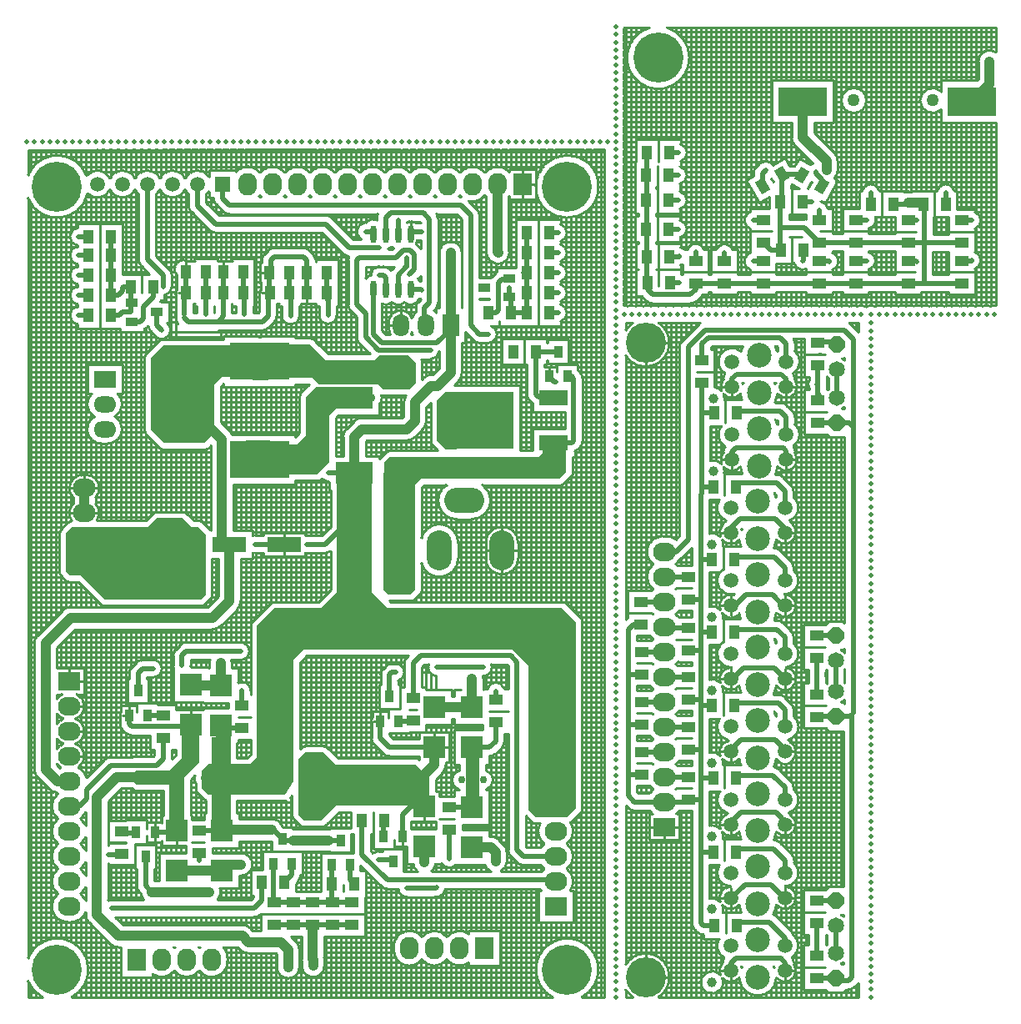
<source format=gbl>
G04*
G04 #@! TF.GenerationSoftware,Altium Limited,Altium Designer,18.1.6 (161)*
G04*
G04 Layer_Physical_Order=2*
G04 Layer_Color=16711680*
%FSTAX24Y24*%
%MOIN*%
G70*
G01*
G75*
%ADD14C,0.0100*%
%ADD16C,0.0200*%
%ADD25R,0.0550X0.0394*%
%ADD26R,0.1378X0.0630*%
%ADD29R,0.0394X0.0550*%
%ADD34R,0.0472X0.0335*%
%ADD73C,0.0400*%
%ADD74P,0.0704X8X292.5*%
%ADD75C,0.0650*%
%ADD76C,0.0591*%
%ADD77C,0.0394*%
%ADD78C,0.0984*%
%ADD79O,0.0900X0.0750*%
%ADD80R,0.0900X0.0750*%
%ADD81O,0.1000X0.1600*%
%ADD82O,0.1600X0.1000*%
%ADD83C,0.1100*%
%ADD84R,0.0650X0.0900*%
%ADD85O,0.0650X0.0900*%
%ADD86R,0.0591X0.0591*%
%ADD87O,0.0750X0.0900*%
%ADD88R,0.0750X0.0900*%
%ADD89O,0.1181X0.0866*%
%ADD90R,0.0900X0.0650*%
%ADD91O,0.0900X0.0650*%
%ADD92C,0.0200*%
%ADD93C,0.2000*%
%ADD94C,0.0500*%
%ADD95C,0.1600*%
%ADD96C,0.0300*%
%ADD97R,0.1969X0.1181*%
G04:AMPARAMS|DCode=98|XSize=39.4mil|YSize=55mil|CornerRadius=0mil|HoleSize=0mil|Usage=FLASHONLY|Rotation=330.000|XOffset=0mil|YOffset=0mil|HoleType=Round|Shape=Rectangle|*
%AMROTATEDRECTD98*
4,1,4,-0.0308,-0.0140,-0.0033,0.0337,0.0308,0.0140,0.0033,-0.0337,-0.0308,-0.0140,0.0*
%
%ADD98ROTATEDRECTD98*%

G04:AMPARAMS|DCode=99|XSize=39.4mil|YSize=55mil|CornerRadius=0mil|HoleSize=0mil|Usage=FLASHONLY|Rotation=210.000|XOffset=0mil|YOffset=0mil|HoleType=Round|Shape=Rectangle|*
%AMROTATEDRECTD99*
4,1,4,0.0033,0.0337,0.0308,-0.0140,-0.0033,-0.0337,-0.0308,0.0140,0.0033,0.0337,0.0*
%
%ADD99ROTATEDRECTD99*%

%ADD100R,0.0984X0.1516*%
%ADD101O,0.0236X0.0709*%
%ADD102R,0.0335X0.0472*%
%ADD103R,0.0433X0.0550*%
%ADD104R,0.1500X0.0866*%
%ADD105R,0.2441X0.2283*%
%ADD106R,0.1181X0.0630*%
%ADD107R,0.0906X0.0900*%
G36*
X096541Y062709D02*
Y062709D01*
X096991Y062259D01*
X098959Y062259D01*
X09915Y06245D01*
X100306D01*
X100498Y062259D01*
X100491D01*
X1006Y06215D01*
X1006Y06135D01*
X10035Y0611D01*
X0993Y0611D01*
X0991Y0613D01*
X09895D01*
X09675Y0613D01*
X096492Y061558D01*
X0954D01*
X0955Y0629D01*
X09635D01*
X096541Y062709D01*
D02*
G37*
G36*
X094875Y06165D02*
X094675Y06145D01*
X094075D01*
X093925Y06295D01*
X094875D01*
Y06165D01*
D02*
G37*
G36*
X09335Y0616D02*
X09285D01*
X09255Y0613D01*
Y05935D01*
X09215Y05895D01*
X090525D01*
X09Y059475D01*
Y06235D01*
X0905Y06285D01*
X09325D01*
X09335Y0616D01*
D02*
G37*
G36*
X097886Y06035D02*
X09745Y06035D01*
X09715Y06005D01*
X09715Y058175D01*
X096675Y0577D01*
X09545Y0577D01*
X0953Y05785D01*
X0953Y0589D01*
X09585Y0589D01*
X0962Y05925D01*
X0962Y0608D01*
X0966Y0612D01*
X0974D01*
X097886Y06035D01*
D02*
G37*
G36*
X10225Y0587D02*
X1018D01*
X10145Y05905D01*
Y06065D01*
X1018Y061D01*
X1024D01*
X10225Y0587D01*
D02*
G37*
G36*
X094775Y05775D02*
X094575Y05755D01*
X093975D01*
X093825Y05905D01*
X094775D01*
Y05775D01*
D02*
G37*
G36*
X091625Y0556D02*
X0919D01*
X0922Y0553D01*
X0922Y0529D01*
X092Y0527D01*
X088163Y0527D01*
X087212Y05365D01*
X086763Y05365D01*
X086613Y0538D01*
X086613Y05535D01*
X086862Y0556D01*
X0899Y0556D01*
X0899Y0556D01*
X09025Y05595D01*
X091275D01*
X091625Y0556D01*
D02*
G37*
G36*
X105775Y05865D02*
X106625D01*
Y0578D01*
X10635Y057525D01*
X100825Y057525D01*
X100575Y057275D01*
X100575Y053075D01*
X1004Y0529D01*
X0995Y0529D01*
X099326Y053074D01*
X099326Y057751D01*
X09935Y057775D01*
Y058175D01*
X099575Y0584D01*
X105525Y0584D01*
X105675Y05855D01*
Y05865D01*
X105725Y0587D01*
X105775Y05865D01*
D02*
G37*
G36*
X09885Y05735D02*
X09885Y052989D01*
X099489Y05235D01*
X10525Y05235D01*
X10645Y05235D01*
X107Y0518D01*
X107Y04434D01*
X10666Y044D01*
X1054D01*
X1051Y0443D01*
Y050041D01*
X104441Y0507D01*
X096139D01*
X095715Y050276D01*
Y045485D01*
Y045425D01*
X095368Y0449D01*
X09425D01*
D01*
X0932Y0449D01*
Y04375D01*
X09245D01*
Y0449D01*
X0923D01*
X09205Y04515D01*
X09205Y04585D01*
X09231Y04611D01*
X09245D01*
Y0472D01*
X0932Y04725D01*
Y04611D01*
X093963D01*
X09425Y046397D01*
X09425Y051649D01*
X094251Y051649D01*
X09425Y05165D01*
X09495Y05235D01*
X0956D01*
Y05235D01*
X096803D01*
X09745Y052997D01*
Y05735D01*
X098783Y057417D01*
X09885Y05735D01*
D02*
G37*
G36*
X10315Y046425D02*
Y044825D01*
X10255Y044625D01*
X1026Y044675D01*
Y046475D01*
X1031D01*
X10315Y046425D01*
D02*
G37*
G36*
X0974Y0461D02*
X1006D01*
X1009Y0458D01*
Y045785D01*
X100988D01*
X101012Y045225D01*
X1009D01*
Y0449D01*
X10045Y04445D01*
X097425D01*
X09685Y043875D01*
X09685Y043863D01*
X096139Y043863D01*
X095902Y0441D01*
X095902Y04631D01*
X096179Y046588D01*
X0969Y046588D01*
X0974Y0461D01*
D02*
G37*
G36*
X09195Y04725D02*
X09195Y0462D01*
X09135Y0456D01*
Y04375D01*
X0908D01*
X09075Y0438D01*
X09075Y0453D01*
X08945D01*
X08935Y0454D01*
X08935Y045774D01*
X089436Y04586D01*
X09075Y04586D01*
X09125Y04636D01*
X09125Y04745D01*
X0913Y0475D01*
X09195Y04725D01*
D02*
G37*
%LPC*%
G36*
X0914Y0556D02*
X0914Y0556D01*
X091619D01*
X0914Y0556D01*
D02*
G37*
%LPD*%
D14*
X1238Y074574D02*
G03*
X1231Y0742I-00025J-000374D01*
G01*
X121616Y073005D02*
G03*
X121616Y072273I-000341J-000366D01*
G01*
Y073005D02*
G03*
X121616Y072273I-000341J-000366D01*
G01*
X122142Y069024D02*
G03*
X121458Y069024I-000342J-000074D01*
G01*
X122142D02*
G03*
X121458Y069024I-000342J-000074D01*
G01*
X12135Y068499D02*
G03*
X121347Y068552I-00045J0D01*
G01*
Y068446D02*
G03*
X12135Y068499I-000447J000053D01*
G01*
X1232Y067841D02*
G03*
X12297Y06817I-00035J0D01*
G01*
X1232Y067841D02*
G03*
X12297Y06817I-00035J0D01*
G01*
Y067512D02*
G03*
X1232Y067841I-00012J000329D01*
G01*
X12297Y067512D02*
G03*
X1232Y067841I-00012J000329D01*
G01*
X119142Y069025D02*
G03*
X118458Y069025I-000342J-000075D01*
G01*
X119142D02*
G03*
X118458Y069025I-000342J-000075D01*
G01*
X1203Y069D02*
G03*
X120146Y068973I0J-00045D01*
G01*
X119Y067865D02*
G03*
X118982Y067975I-00035J0D01*
G01*
X119Y067865D02*
G03*
X118982Y067975I-00035J0D01*
G01*
X118897Y067618D02*
G03*
X119Y067865I-000247J000247D01*
G01*
X118897Y067618D02*
G03*
X119Y067865I-000247J000247D01*
G01*
X118626Y072639D02*
G03*
X118626Y072639I-0005J0D01*
G01*
D02*
G03*
X118626Y072639I-0005J0D01*
G01*
X11748Y07022D02*
G03*
X117348Y070539I-00045J0D01*
G01*
X11748Y07022D02*
G03*
X117348Y070539I-00045J0D01*
G01*
X115628Y071172D02*
G03*
X11576Y070853I00045J0D01*
G01*
X115628Y071172D02*
G03*
X11576Y070853I00045J0D01*
G01*
X116484Y07013D02*
G03*
X116387Y070078I000116J-00033D01*
G01*
X116484Y07013D02*
G03*
X116387Y070078I000116J-00033D01*
G01*
X117342Y069526D02*
G03*
X11748Y06985I-000312J000324D01*
G01*
X11872Y067518D02*
G03*
X118893Y067613I-000075J000342D01*
G01*
X11872Y067518D02*
G03*
X118893Y067613I-000075J000342D01*
G01*
X117089Y068312D02*
G03*
X1168Y068593I-000344J-000064D01*
G01*
X117089Y068312D02*
G03*
X1168Y068593I-000344J-000064D01*
G01*
X11622Y067895D02*
G03*
X11616Y0679I-00006J-000345D01*
G01*
X11622Y067895D02*
G03*
X11616Y0679I-00006J-000345D01*
G01*
X1232Y06625D02*
G03*
X12297Y066579I-00035J0D01*
G01*
X1232Y06625D02*
G03*
X12297Y066579I-00035J0D01*
G01*
X123097Y066003D02*
G03*
X1232Y06625I-000247J000247D01*
G01*
X123097Y066002D02*
G03*
X1232Y06625I-000247J000248D01*
G01*
X12297Y065914D02*
G03*
X123086Y065991I-000132J000324D01*
G01*
X12297Y065914D02*
G03*
X123085Y06599I-000132J000324D01*
G01*
X123584Y064415D02*
G03*
X123278Y064415I-000153J-000315D01*
G01*
X123278D02*
G03*
X122973Y064415I-000153J-000315D01*
G01*
X1238Y064444D02*
G03*
X123584Y064415I-000063J-000344D01*
G01*
X122667D02*
G03*
X122361Y064415I-000153J-000315D01*
G01*
X122973D02*
G03*
X122667Y064415I-000153J-000315D01*
G01*
X122055D02*
G03*
X121749Y064415I-000153J-000315D01*
G01*
X122361D02*
G03*
X122055Y064415I-000153J-000315D01*
G01*
X121749D02*
G03*
X121444Y064415I-000153J-000315D01*
G01*
X121138D02*
G03*
X120832Y064415I-000153J-000315D01*
G01*
X121444D02*
G03*
X121138Y064415I-000153J-000315D01*
G01*
X120526D02*
G03*
X12022Y064415I-000153J-000315D01*
G01*
X120832D02*
G03*
X120526Y064415I-000153J-000315D01*
G01*
X119915D02*
G03*
X119609Y064415I-000153J-000315D01*
G01*
X12022D02*
G03*
X119915Y064415I-000153J-000315D01*
G01*
X119609D02*
G03*
X119303Y064415I-000153J-000315D01*
G01*
X119Y066232D02*
G03*
X11872Y066575I-00035J0D01*
G01*
Y06589D02*
G03*
X119Y066232I-00007J000343D01*
G01*
D02*
G03*
X11872Y066575I-00035J0D01*
G01*
Y06589D02*
G03*
X119Y066232I-00007J000343D01*
G01*
X117508Y0662D02*
G03*
X117405Y066448I-00035J0D01*
G01*
X117508Y0662D02*
G03*
X117405Y066447I-00035J0D01*
G01*
X117378Y066475D02*
G03*
X11727Y066549I-000247J-000247D01*
G01*
X117378Y066475D02*
G03*
X11727Y066549I-000248J-000247D01*
G01*
Y065868D02*
G03*
X117508Y0662I-000112J000332D01*
G01*
X11727Y065868D02*
G03*
X117508Y0662I-000112J000332D01*
G01*
X115742Y066132D02*
G03*
X11622Y065908I000337J000096D01*
G01*
X115742Y066132D02*
G03*
X11622Y065908I000337J000096D01*
G01*
X119303Y064415D02*
G03*
X118975Y064403I-000153J-000315D01*
G01*
D02*
G03*
X11862Y0644I-000175J-000303D01*
G01*
X118597D02*
G03*
X118264Y064415I-00018J-0003D01*
G01*
X117958D02*
G03*
X117652Y064415I-000153J-000315D01*
G01*
X118264D02*
G03*
X117958Y064415I-000153J-000315D01*
G01*
X117652D02*
G03*
X117346Y064415I-000153J-000315D01*
G01*
X11704D02*
G03*
X116735Y064415I-000153J-000315D01*
G01*
X116735D02*
G03*
X116429Y064415I-000153J-000315D01*
G01*
X117346D02*
G03*
X11704Y064415I-000153J-000315D01*
G01*
X116429D02*
G03*
X116123Y064415I-000153J-000315D01*
G01*
X115817D02*
G03*
X115511Y064415I-000153J-000315D01*
G01*
X116123D02*
G03*
X115817Y064415I-000153J-000315D01*
G01*
X115511D02*
G03*
X115205Y064415I-000153J-000315D01*
G01*
X11145Y07055D02*
G03*
X111347Y070797I-00035J0D01*
G01*
X11145Y07055D02*
G03*
X111347Y070797I-00035J0D01*
G01*
X11145Y07055D02*
G03*
X111347Y070797I-00035J0D01*
G01*
X11155Y07435D02*
G03*
X11065Y07555I-00125J0D01*
G01*
X10995D02*
G03*
X11155Y07435I00035J-0012D01*
G01*
X111197Y070214D02*
G03*
X11145Y07055I-000097J000336D01*
G01*
X111197Y070214D02*
G03*
X11145Y07055I-000097J000336D01*
G01*
X111347Y070797D02*
G03*
X111197Y070886I-000247J-000247D01*
G01*
Y070214D02*
G03*
X11145Y07055I-000097J000336D01*
G01*
X111347Y070797D02*
G03*
X111197Y070886I-000247J-000247D01*
G01*
X111347Y070797D02*
G03*
X111197Y070886I-000247J-000247D01*
G01*
X114882Y07007D02*
G03*
X114352Y07011I-000282J-000207D01*
G01*
X114882Y07007D02*
G03*
X114353Y07011I-000282J-000207D01*
G01*
X11422Y069977D02*
G03*
X114117Y06973I000247J-000248D01*
G01*
X11422Y069977D02*
G03*
X114117Y06973I000247J-000247D01*
G01*
X111347Y068403D02*
G03*
X11145Y06865I-000247J000247D01*
G01*
X113982Y06819D02*
G03*
X113865Y068112I000131J-000325D01*
G01*
X113982Y06819D02*
G03*
X113864Y068112I000131J-000325D01*
G01*
X11145Y06965D02*
G03*
X111169Y069993I-00035J0D01*
G01*
X11145Y06965D02*
G03*
X111169Y069993I-00035J0D01*
G01*
Y069307D02*
G03*
X11145Y06965I-000069J000343D01*
G01*
X111169Y069307D02*
G03*
X11145Y06965I-000069J000343D01*
G01*
Y06865D02*
G03*
X111169Y068993I-00035J0D01*
G01*
X111347Y068403D02*
G03*
X11145Y06865I-000247J000247D01*
G01*
D02*
G03*
X111169Y068993I-00035J0D01*
G01*
Y068306D02*
G03*
X111347Y068402I-00007J000343D01*
G01*
X111169Y068306D02*
G03*
X111347Y068402I-00007J000343D01*
G01*
X108916Y071151D02*
G03*
X10895Y071301I-000316J000151D01*
G01*
Y074054D02*
G03*
X108915Y074206I-00035J0D01*
G01*
Y073901D02*
G03*
X10895Y074054I-000315J000153D01*
G01*
Y074359D02*
G03*
X108915Y074512I-00035J0D01*
G01*
Y074206D02*
G03*
X10895Y074359I-000315J000153D01*
G01*
Y073442D02*
G03*
X108915Y073595I-00035J0D01*
G01*
Y073289D02*
G03*
X10895Y073442I-000315J000153D01*
G01*
Y073748D02*
G03*
X108915Y073901I-00035J0D01*
G01*
Y073595D02*
G03*
X10895Y073748I-000315J000153D01*
G01*
X108915Y075124D02*
G03*
X10895Y075277I-000315J000153D01*
G01*
Y074971D02*
G03*
X108915Y075124I-00035J0D01*
G01*
Y07543D02*
G03*
X108948Y07555I-000315J000153D01*
G01*
X10895Y075277D02*
G03*
X108915Y07543I-00035J0D01*
G01*
X10895Y074665D02*
G03*
X108915Y074818I-00035J0D01*
G01*
Y074512D02*
G03*
X10895Y074665I-000315J000153D01*
G01*
X108915Y074818D02*
G03*
X10895Y074971I-000315J000153D01*
G01*
X108915Y07176D02*
G03*
X10895Y071913I-000315J000153D01*
G01*
Y071607D02*
G03*
X108915Y07176I-00035J0D01*
G01*
Y072066D02*
G03*
X10895Y072219I-000315J000153D01*
G01*
Y071913D02*
G03*
X108915Y072066I-00035J0D01*
G01*
Y071454D02*
G03*
X10895Y071607I-000315J000153D01*
G01*
Y071D02*
G03*
X108916Y071151I-00035J0D01*
G01*
X10895Y071301D02*
G03*
X108915Y071454I-00035J0D01*
G01*
Y070847D02*
G03*
X10895Y071I-000315J000153D01*
G01*
Y07283D02*
G03*
X108915Y072983I-00035J0D01*
G01*
Y072677D02*
G03*
X10895Y07283I-000315J000153D01*
G01*
Y073136D02*
G03*
X108915Y073289I-00035J0D01*
G01*
Y072983D02*
G03*
X10895Y073136I-000315J000153D01*
G01*
X108915Y072372D02*
G03*
X10895Y072525I-000315J000153D01*
G01*
Y072219D02*
G03*
X108915Y072372I-00035J0D01*
G01*
X10895Y072525D02*
G03*
X108915Y072677I-00035J0D01*
G01*
X10895Y070694D02*
G03*
X108915Y070847I-00035J0D01*
G01*
X10895Y070388D02*
G03*
X108915Y070541I-00035J0D01*
G01*
X10895Y070083D02*
G03*
X108915Y070235I-00035J0D01*
G01*
Y06993D02*
G03*
X10895Y070083I-000315J000153D01*
G01*
X108915Y070541D02*
G03*
X10895Y070694I-000315J000153D01*
G01*
X108915Y070235D02*
G03*
X10895Y070388I-000315J000153D01*
G01*
X108915Y069624D02*
G03*
X10895Y069777I-000315J000153D01*
G01*
Y069471D02*
G03*
X108915Y069624I-00035J0D01*
G01*
X10895Y069777D02*
G03*
X108915Y06993I-00035J0D01*
G01*
Y069318D02*
G03*
X10895Y069471I-000315J000153D01*
G01*
Y068859D02*
G03*
X108915Y069012I-00035J0D01*
G01*
Y068706D02*
G03*
X10895Y068859I-000315J000153D01*
G01*
Y068554D02*
G03*
X108915Y068706I-00035J0D01*
G01*
X10895Y069165D02*
G03*
X108915Y069318I-00035J0D01*
G01*
Y069012D02*
G03*
X10895Y069165I-000315J000153D01*
G01*
Y068248D02*
G03*
X108915Y068401I-00035J0D01*
G01*
Y068095D02*
G03*
X10895Y068248I-000315J000153D01*
G01*
X108915Y068401D02*
G03*
X10895Y068554I-000315J000153D01*
G01*
X11385Y068098D02*
G03*
X113982Y06752I000247J-000248D01*
G01*
X11385Y068097D02*
G03*
X113982Y06752I000247J-000247D01*
G01*
X113276Y066675D02*
G03*
X113197Y066794I-000326J-000128D01*
G01*
X113276Y066675D02*
G03*
X113197Y066794I-000326J-000128D01*
G01*
X113975Y06655D02*
G03*
X113865Y066475I000137J-000322D01*
G01*
X113975Y06655D02*
G03*
X113864Y066475I000137J-000322D01*
G01*
X11385Y06646D02*
G03*
X113975Y065885I000247J-000247D01*
G01*
X11385Y066461D02*
G03*
X113975Y065885I000247J-000248D01*
G01*
X113194Y066797D02*
G03*
X11262Y066675I-000247J-000247D01*
G01*
X113194Y066797D02*
G03*
X11262Y066675I-000247J-000247D01*
G01*
X112136D02*
G03*
X111464Y066675I-000336J-0001D01*
G01*
X112136D02*
G03*
X111464Y066675I-000336J-0001D01*
G01*
X115205Y064415D02*
G03*
X1149Y064415I-000153J-000315D01*
G01*
X114594D02*
G03*
X114288Y064415I-000153J-000315D01*
G01*
X1149D02*
G03*
X114594Y064415I-000153J-000315D01*
G01*
X113982D02*
G03*
X113676Y064415I-000153J-000315D01*
G01*
X114288D02*
G03*
X113982Y064415I-000153J-000315D01*
G01*
X113371D02*
G03*
X113065Y064415I-000153J-000315D01*
G01*
X113676D02*
G03*
X113371Y064415I-000153J-000315D01*
G01*
X113065D02*
G03*
X112759Y064415I-000153J-000315D01*
G01*
X112047Y064836D02*
G03*
X112085Y064881I-000247J000247D01*
G01*
X112047Y064836D02*
G03*
X112085Y064881I-000247J000248D01*
G01*
X112453Y064415D02*
G03*
X112147Y064415I-000153J-000315D01*
G01*
X112759D02*
G03*
X112453Y064415I-000153J-000315D01*
G01*
X112147D02*
G03*
X111842Y064415I-000153J-000315D01*
G01*
X111591Y064525D02*
G03*
X111839Y064628I0J00035D01*
G01*
X111591Y064525D02*
G03*
X111839Y064628I0J00035D01*
G01*
X111536Y064415D02*
G03*
X11123Y064415I-000153J-000315D01*
G01*
X111842D02*
G03*
X111536Y064415I-000153J-000315D01*
G01*
X11145Y0675D02*
G03*
X111169Y067843I-00035J0D01*
G01*
X11145Y0675D02*
G03*
X111169Y067843I-00035J0D01*
G01*
Y067157D02*
G03*
X11145Y0675I-000069J000343D01*
G01*
X111169Y067157D02*
G03*
X11145Y0675I-000069J000343D01*
G01*
X111382Y066675D02*
G03*
X111197Y06676I-000232J-000262D01*
G01*
X111382Y066675D02*
G03*
X111197Y06676I-000232J-000262D01*
G01*
Y066055D02*
G03*
X111275Y066078I-00006J000345D01*
G01*
X10895Y067636D02*
G03*
X108915Y067789I-00035J0D01*
G01*
Y067483D02*
G03*
X10895Y067636I-000315J000153D01*
G01*
Y067942D02*
G03*
X108915Y068095I-00035J0D01*
G01*
Y067789D02*
G03*
X10895Y067942I-000315J000153D01*
G01*
X108915Y067177D02*
G03*
X10895Y06733I-000315J000153D01*
G01*
Y067025D02*
G03*
X108915Y067177I-00035J0D01*
G01*
X10895Y06733D02*
G03*
X108915Y067483I-00035J0D01*
G01*
Y066566D02*
G03*
X10895Y066719I-000315J000153D01*
G01*
Y066413D02*
G03*
X108915Y066566I-00035J0D01*
G01*
Y066872D02*
G03*
X10895Y067025I-000315J000153D01*
G01*
Y066719D02*
G03*
X108915Y066872I-00035J0D01*
G01*
X10895Y066107D02*
G03*
X108915Y06626I-00035J0D01*
G01*
Y065954D02*
G03*
X10895Y066107I-000315J000153D01*
G01*
X108915Y06626D02*
G03*
X10895Y066413I-000315J000153D01*
G01*
X111197Y066055D02*
G03*
X111275Y066078I-00006J000345D01*
G01*
Y065677D02*
G03*
X111218Y065693I-000125J-000327D01*
G01*
X111275Y065677D02*
G03*
X111218Y065693I-000125J-000327D01*
G01*
X110924Y064415D02*
G03*
X110618Y064415I-000153J-000315D01*
G01*
X11123D02*
G03*
X110924Y064415I-000153J-000315D01*
G01*
X110618D02*
G03*
X110313Y064415I-000153J-000315D01*
G01*
X109827Y064628D02*
G03*
X110075Y064525I000248J000247D01*
G01*
X109828Y064628D02*
G03*
X110075Y064525I000247J000247D01*
G01*
X110313Y064415D02*
G03*
X110007Y064415I-000153J-000315D01*
G01*
X10895Y065495D02*
G03*
X108915Y065648I-00035J0D01*
G01*
Y065343D02*
G03*
X10895Y065495I-000315J000153D01*
G01*
Y065801D02*
G03*
X108915Y065954I-00035J0D01*
G01*
Y065648D02*
G03*
X10895Y065801I-000315J000153D01*
G01*
X108915Y065037D02*
G03*
X10895Y06519I-000315J000153D01*
G01*
Y064884D02*
G03*
X108915Y065037I-00035J0D01*
G01*
X10895Y06519D02*
G03*
X108915Y065343I-00035J0D01*
G01*
X109701Y064415D02*
G03*
X109395Y064415I-000153J-000315D01*
G01*
X110007D02*
G03*
X109701Y064415I-000153J-000315D01*
G01*
X108915Y064731D02*
G03*
X10895Y064884I-000315J000153D01*
G01*
Y064578D02*
G03*
X108915Y064731I-00035J0D01*
G01*
X109088Y064414D02*
G03*
X108934Y06445I-000154J-000314D01*
G01*
X109395Y064415D02*
G03*
X109088Y064414I-000153J-000315D01*
G01*
X108928Y064456D02*
G03*
X10895Y064578I-000328J000122D01*
G01*
X117983Y063712D02*
G03*
X117938Y06375I-000247J-000247D01*
G01*
X117983Y063712D02*
G03*
X117938Y06375I-000248J-000247D01*
G01*
X11775Y062251D02*
G03*
X117645Y062323I-000317J-000353D01*
G01*
X116736Y062501D02*
G03*
X11683Y062501I000047J000347D01*
G01*
X117062Y061601D02*
G03*
X117095Y061564I000371J000297D01*
G01*
X117657Y060323D02*
G03*
X11775Y060384I-000212J000425D01*
G01*
X116333Y061448D02*
G03*
X116333Y061152I000317J-000148D01*
G01*
X115961Y0622D02*
G03*
X115765Y062618I-000545J0D01*
G01*
X115861Y0612D02*
G03*
X115765Y061475I-000445J0D01*
G01*
X115692Y06173D02*
G03*
X115961Y0622I-000276J00047D01*
G01*
X115862Y0612D02*
G03*
X115765Y061478I-000447J0D01*
G01*
X115074Y060914D02*
G03*
X115861Y0612I000342J000286D01*
G01*
X115074Y060912D02*
G03*
X115862Y0612I000342J000288D01*
G01*
X115961Y059281D02*
G03*
X115765Y0597I-000545J0D01*
G01*
X11571Y058823D02*
G03*
X115961Y059281I-000295J000459D01*
G01*
X11775Y050569D02*
G03*
X117612Y050673I-00035J-000321D01*
G01*
X117Y049623D02*
G03*
X117009Y0497I-000341J000077D01*
G01*
D02*
G03*
X117Y049777I-00035J0D01*
G01*
X115862Y058281D02*
G03*
X115765Y058559I-000447J0D01*
G01*
X115861Y058281D02*
G03*
X115765Y058557I-000445J0D01*
G01*
X115074Y057996D02*
G03*
X115861Y058281I000342J000286D01*
G01*
X115074Y057993D02*
G03*
X115862Y058281I000342J000288D01*
G01*
X115911Y056363D02*
G03*
X115715Y056781I-000545J0D01*
G01*
X115546Y055849D02*
G03*
X115911Y056363I-000181J000514D01*
G01*
X115024Y055075D02*
G03*
X115812Y055363I000342J000288D01*
G01*
X115911Y053444D02*
G03*
X115715Y053863I-000545J0D01*
G01*
X115345Y0529D02*
G03*
X115911Y053444I00002J000545D01*
G01*
Y050526D02*
G03*
X115715Y050944I-000545J0D01*
G01*
X115412Y049983D02*
G03*
X115911Y050526I-000047J000543D01*
G01*
X115765Y062935D02*
G03*
X115716Y063115I-00035J0D01*
G01*
X115765Y062935D02*
G03*
X115716Y063115I-00035J0D01*
G01*
X115765Y061515D02*
G03*
X115692Y06173I-00035J0D01*
G01*
X115765Y061515D02*
G03*
X115692Y06173I-00035J0D01*
G01*
X115426Y060469D02*
G03*
X115178Y060572I-000247J-000247D01*
G01*
X115426Y060469D02*
G03*
X115178Y060572I-000248J-000247D01*
G01*
X115765Y059985D02*
G03*
X115662Y060233I-00035J0D01*
G01*
X115765Y059985D02*
G03*
X115663Y060232I-00035J0D01*
G01*
X115765Y058635D02*
G03*
X11571Y058823I-00035J0D01*
G01*
X115765Y058635D02*
G03*
X11571Y058823I-00035J0D01*
G01*
X115289Y057589D02*
G03*
X115041Y057691I-000247J-000247D01*
G01*
X115289Y057588D02*
G03*
X115041Y057691I-000248J-000247D01*
G01*
X114998Y061355D02*
G03*
X114984Y061309I000418J-000155D01*
G01*
X115057Y062611D02*
G03*
X114978Y062815I-000724J-000163D01*
G01*
X115057Y062611D02*
G03*
X114978Y062815I-000724J-000163D01*
G01*
X114996Y061355D02*
G03*
X114982Y061311I000419J-000155D01*
G01*
Y061311D02*
G03*
X114956Y061355I-00065J-000359D01*
G01*
X114982Y061311D02*
G03*
X114956Y061355I-00065J-000359D01*
G01*
X113687Y062815D02*
G03*
X113609Y062611I000645J-000367D01*
G01*
X113687Y062815D02*
G03*
X113609Y062611I000645J-000367D01*
G01*
X113709Y061355D02*
G03*
X113683Y061311I000623J-000403D01*
G01*
X113709Y061355D02*
G03*
X113683Y061311I000623J-000403D01*
G01*
Y061311D02*
G03*
X113669Y061355I-000433J-000111D01*
G01*
X113682Y061309D02*
G03*
X113668Y061355I-000432J-000109D01*
G01*
X11497Y060572D02*
G03*
X115074Y060912I-000637J00038D01*
G01*
X11497Y060572D02*
G03*
X115074Y060912I-000637J00038D01*
G01*
X114991Y057691D02*
G03*
X115074Y057993I-000659J000342D01*
G01*
X114991Y057691D02*
G03*
X115074Y057993I-000659J000342D01*
G01*
X115057Y059692D02*
G03*
X114991Y059872I-000724J-000163D01*
G01*
X115057Y059692D02*
G03*
X114991Y059872I-000724J-000163D01*
G01*
X113592Y060912D02*
G03*
X113645Y060673I000741J00004D01*
G01*
X113592Y060912D02*
G03*
X113645Y060673I000741J00004D01*
G01*
X113592Y057993D02*
G03*
X113658Y057725I000741J00004D01*
G01*
X113592Y057993D02*
G03*
X113658Y057725I000741J00004D01*
G01*
X115812Y055363D02*
G03*
X115705Y055653I-000447J0D01*
G01*
X115715Y057017D02*
G03*
X115612Y057265I-00035J0D01*
G01*
X115715Y057017D02*
G03*
X115613Y057265I-00035J0D01*
G01*
X115811Y055363D02*
G03*
X115707Y055648I-000445J0D01*
G01*
X115715Y053965D02*
G03*
X115612Y054212I-00035J0D01*
G01*
X115024Y055077D02*
G03*
X115811Y055363I000342J000286D01*
G01*
X115705Y055653D02*
G03*
X11563Y055765I-000323J-000136D01*
G01*
X115705Y055653D02*
G03*
X11563Y055765I-000323J-000136D01*
G01*
X115715Y053965D02*
G03*
X115613Y054212I-00035J0D01*
G01*
X115812Y052444D02*
G03*
X115354Y052891I-000447J0D01*
G01*
X115811Y052444D02*
G03*
X115355Y05289I-000445J0D01*
G01*
X115715Y051185D02*
G03*
X115612Y051433I-00035J0D01*
G01*
X115715Y051185D02*
G03*
X115613Y051432I-00035J0D01*
G01*
X115297Y051747D02*
G03*
X11505Y05185I-000247J-000247D01*
G01*
X115298Y051747D02*
G03*
X11505Y05185I-000248J-000247D01*
G01*
X115007Y056774D02*
G03*
X114948Y05694I-000724J-000163D01*
G01*
X115007Y056774D02*
G03*
X114948Y05694I-000724J-000163D01*
G01*
X114929Y05475D02*
G03*
X115024Y055075I-000646J000365D01*
G01*
X115177Y054647D02*
G03*
X11493Y05475I-000247J-000247D01*
G01*
X114929D02*
G03*
X115024Y055075I-000646J000365D01*
G01*
X115178Y054647D02*
G03*
X11493Y05475I-000248J-000247D01*
G01*
X113654Y055509D02*
G03*
X113633Y055474I000629J-000394D01*
G01*
X113654Y055509D02*
G03*
X113633Y055474I000629J-000394D01*
G01*
X113542Y055075D02*
G03*
X1136Y054825I000741J00004D01*
G01*
X113542Y055075D02*
G03*
X1136Y054825I000741J00004D01*
G01*
X115024Y052159D02*
G03*
X115811Y052444I000342J000286D01*
G01*
X115024Y052156D02*
G03*
X115812Y052444I000342J000288D01*
G01*
X114939Y05185D02*
G03*
X115024Y052156I-000656J000346D01*
G01*
X114939Y05185D02*
G03*
X115024Y052156I-000656J000346D01*
G01*
X115007Y050937D02*
G03*
X114944Y051111I-000724J-000163D01*
G01*
X115007Y050937D02*
G03*
X114944Y051111I-000724J-000163D01*
G01*
X113543Y052131D02*
G03*
X113592Y051925I000739J000066D01*
G01*
X113543Y052131D02*
G03*
X113592Y051925I000739J000066D01*
G01*
X117625Y048584D02*
G03*
X11775Y048674I-000212J000425D01*
G01*
X115911Y047607D02*
G03*
X115715Y048026I-000545J0D01*
G01*
X115499Y047079D02*
G03*
X115911Y047607I-000133J000529D01*
G01*
X115533Y04417D02*
G03*
X115911Y044689I-000168J000519D01*
G01*
D02*
G03*
X115715Y045107I-000545J0D01*
G01*
X115812Y043689D02*
G03*
X11558Y044081I-000447J0D01*
G01*
X115911Y04177D02*
G03*
X115733Y042173I-000545J0D01*
G01*
X11537Y041225D02*
G03*
X115911Y04177I-000004J000545D01*
G01*
X1177Y040018D02*
G03*
X117612Y040075I-0003J-000368D01*
G01*
Y038125D02*
G03*
X1177Y038182I-000212J000425D01*
G01*
X1179Y0371D02*
G03*
X118148Y037203I0J00035D01*
G01*
X1179Y0371D02*
G03*
X118147Y037203I0J00035D01*
G01*
X115812Y04077D02*
G03*
X115378Y041217I-000447J0D01*
G01*
X115024Y040482D02*
G03*
X115812Y04077I000342J000288D01*
G01*
X115911Y038852D02*
G03*
X115718Y039268I-000545J0D01*
G01*
X115812Y037852D02*
G03*
X115733Y038106I-000447J0D01*
G01*
X115653Y038389D02*
G03*
X115911Y038852I-000288J000463D01*
G01*
X115672Y049203D02*
G03*
X115811Y049526I-000307J000323D01*
G01*
D02*
G03*
X115428Y049967I-000445J0D01*
G01*
X115668Y049197D02*
G03*
X115812Y049526I-000303J000329D01*
G01*
D02*
G03*
X115426Y049969I-000447J0D01*
G01*
X115715Y048285D02*
G03*
X115612Y048533I-00035J0D01*
G01*
X115811Y046607D02*
G03*
X11558Y046998I-000445J0D01*
G01*
X115163Y049128D02*
G03*
X115668Y049197I00022J000272D01*
G01*
X115715Y048285D02*
G03*
X115613Y048532I-00035J0D01*
G01*
X115708Y04632D02*
G03*
X115812Y046607I-000342J000287D01*
G01*
X11571Y046325D02*
G03*
X115811Y046607I-000344J000282D01*
G01*
X115812D02*
G03*
X115576Y047002I-000447J0D01*
G01*
X115715Y045177D02*
G03*
X115612Y045424I-00035J0D01*
G01*
X115811Y043689D02*
G03*
X115581Y044079I-000445J0D01*
G01*
X115715Y045177D02*
G03*
X115613Y045424I-00035J0D01*
G01*
X11558Y044081D02*
G03*
X115533Y04417I-00033J-000116D01*
G01*
X11558Y044081D02*
G03*
X115533Y04417I-00033J-000116D01*
G01*
X115024Y04924D02*
G03*
X115157Y049132I000342J000286D01*
G01*
X115024Y049238D02*
G03*
X115163Y049128I000342J000288D01*
G01*
X11492Y048898D02*
G03*
X115024Y049238I-000637J00038D01*
G01*
X11492Y048898D02*
G03*
X115024Y049238I-000637J00038D01*
G01*
X11535Y048795D02*
G03*
X115102Y048898I-000248J-000247D01*
G01*
X11535Y048795D02*
G03*
X115102Y048898I-000247J-000247D01*
G01*
X113542Y049238D02*
G03*
X113605Y048975I000741J00004D01*
G01*
X113542Y049238D02*
G03*
X113605Y048975I000741J00004D01*
G01*
X115007Y048018D02*
G03*
X114941Y048198I-000724J-000163D01*
G01*
X115024Y046319D02*
G03*
X115093Y046253I000342J000288D01*
G01*
X115024Y046322D02*
G03*
X115091Y046257I000342J000286D01*
G01*
X115093Y046253D02*
G03*
X115708Y04632I000289J000197D01*
G01*
X114931Y045998D02*
G03*
X115024Y046319I-000648J000362D01*
G01*
X114931Y045998D02*
G03*
X115024Y046319I-000648J000362D01*
G01*
X115024Y043403D02*
G03*
X115811Y043689I000342J000286D01*
G01*
X115024Y043401D02*
G03*
X115812Y043689I000342J000288D01*
G01*
X115139Y045897D02*
G03*
X114931Y045998I-000247J-000247D01*
G01*
X11514Y045897D02*
G03*
X114931Y045998I-000248J-000247D01*
G01*
X115007Y048018D02*
G03*
X114941Y048198I-000724J-000163D01*
G01*
X113542Y046319D02*
G03*
X113597Y046075I000741J00004D01*
G01*
X113542Y046319D02*
G03*
X113597Y046075I000741J00004D01*
G01*
X113452Y04624D02*
G03*
X113542Y046322I-000252J000367D01*
G01*
X113443Y046232D02*
G03*
X113542Y046319I-000243J000375D01*
G01*
X115733Y042267D02*
G03*
X11563Y042515I-00035J0D01*
G01*
X115733Y042267D02*
G03*
X11563Y042515I-00035J0D01*
G01*
X115811Y04077D02*
G03*
X115379Y041216I-000445J0D01*
G01*
X115024Y040485D02*
G03*
X115811Y04077I000342J000286D01*
G01*
X115733Y038167D02*
G03*
X115653Y038389I-00035J0D01*
G01*
X115733Y038167D02*
G03*
X115653Y038389I-00035J0D01*
G01*
X115811Y037852D02*
G03*
X115733Y038104I-000445J0D01*
G01*
X115024Y037566D02*
G03*
X115811Y037852I000342J000286D01*
G01*
X115024Y037564D02*
G03*
X115812Y037852I000342J000288D01*
G01*
X115718Y039268D02*
G03*
X11563Y039415I-000335J-000101D01*
G01*
X115718Y039268D02*
G03*
X11563Y039415I-000335J-000101D01*
G01*
X114944Y038D02*
G03*
X114932Y037963I000422J-000148D01*
G01*
X114945Y038D02*
G03*
X114934Y037961I00042J-000148D01*
G01*
X114928Y043075D02*
G03*
X115024Y043401I-000646J000366D01*
G01*
X114928Y043075D02*
G03*
X115024Y043401I-000646J000366D01*
G01*
X115173Y042972D02*
G03*
X114928Y043075I-000248J-000247D01*
G01*
X115172Y042972D02*
G03*
X114928Y043075I-000247J-000247D01*
G01*
X114901Y040112D02*
G03*
X115024Y040482I-000618J000411D01*
G01*
X115006Y040039D02*
G03*
X114901Y040112I-000248J-000247D01*
G01*
X115005Y04004D02*
G03*
X114901Y040112I-000247J-000247D01*
G01*
X114901Y040112D02*
G03*
X115024Y040482I-000618J000411D01*
G01*
X113542Y043401D02*
G03*
X113611Y043125I000741J00004D01*
G01*
X113542Y043401D02*
G03*
X113611Y043125I000741J00004D01*
G01*
X113542Y040482D02*
G03*
X113627Y040175I000741J00004D01*
G01*
X113542Y040482D02*
G03*
X113627Y040175I000741J00004D01*
G01*
X114932Y037963D02*
G03*
X11491Y038I-00065J-000359D01*
G01*
X114932Y037963D02*
G03*
X11491Y038I-00065J-000359D01*
G01*
X113542Y037564D02*
G03*
X115024Y037564I000741J00004D01*
G01*
X113542D02*
G03*
X115024Y037564I000741J00004D01*
G01*
X113655Y038D02*
G03*
X113633Y037963I000628J-000396D01*
G01*
X113655Y038D02*
G03*
X113633Y037963I000628J-000396D01*
G01*
Y037963D02*
G03*
X113622Y038I-000433J-000111D01*
G01*
X113632Y037961D02*
G03*
X11362Y038I-000432J-000109D01*
G01*
X112914Y060907D02*
G03*
X113592Y060914I000336J000293D01*
G01*
X112972Y061731D02*
G03*
X1129Y061518I000278J-000213D01*
G01*
X112916Y060903D02*
G03*
X113592Y060912I000334J000297D01*
G01*
X112972Y061731D02*
G03*
X1129Y061518I000278J-000213D01*
G01*
Y061478D02*
G03*
X112836Y061033I00035J-000278D01*
G01*
X112944Y060673D02*
G03*
X112949Y060735I-000442J000062D01*
G01*
D02*
G03*
X112916Y060903I-000447J0D01*
G01*
X112944Y060673D02*
G03*
X112949Y060735I-000442J000062D01*
G01*
X1129Y061475D02*
G03*
X112839Y061029I00035J-000275D01*
G01*
X112949Y060735D02*
G03*
X112916Y060903I-000447J0D01*
G01*
X112973Y058812D02*
G03*
X1129Y058598I000277J-000214D01*
G01*
X112914Y057989D02*
G03*
X113592Y057996I000336J000293D01*
G01*
X112916Y057984D02*
G03*
X113592Y057993I000334J000297D01*
G01*
X112973Y058812D02*
G03*
X1129Y058598I000277J-000214D01*
G01*
Y058557D02*
G03*
X112839Y05811I00035J-000275D01*
G01*
X1129Y058559D02*
G03*
X112836Y058114I00035J-000278D01*
G01*
X112939Y057725D02*
G03*
X112949Y057817I-000437J000092D01*
G01*
X112939Y057725D02*
G03*
X112949Y057817I-000437J000092D01*
G01*
D02*
G03*
X112916Y057984I-000447J0D01*
G01*
X112949Y057817D02*
G03*
X112916Y057984I-000447J0D01*
G01*
X113609Y062611D02*
G03*
X112972Y061731I-000359J-000411D01*
G01*
X111973Y06375D02*
G03*
X111928Y063712I000203J-000285D01*
G01*
X111973Y06375D02*
G03*
X111928Y063712I000203J-000285D01*
G01*
X112836Y061033D02*
G03*
X112558Y061179I-000334J-000297D01*
G01*
X112836Y061033D02*
G03*
X112558Y061179I-000334J-000297D01*
G01*
X112825Y059623D02*
G03*
X112973Y058812I000425J-000342D01*
G01*
X112836Y058114D02*
G03*
X112383Y058248I-000334J-000297D01*
G01*
X112836Y058114D02*
G03*
X112383Y058248I-000334J-000297D01*
G01*
X11297Y055815D02*
G03*
X112886Y055681I000247J-000248D01*
G01*
X11297Y055815D02*
G03*
X112886Y055681I000247J-000247D01*
G01*
X112864Y05507D02*
G03*
X113542Y055077I000336J000293D01*
G01*
X112866Y055066D02*
G03*
X113542Y055075I000334J000297D01*
G01*
X112899Y054898D02*
G03*
X112866Y055066I-000447J0D01*
G01*
X112899Y054898D02*
G03*
X112866Y055066I-000447J0D01*
G01*
X112886Y055681D02*
G03*
X112786Y055196I000314J-000318D01*
G01*
X112885Y055678D02*
G03*
X112789Y055192I000315J-000315D01*
G01*
X112893Y054825D02*
G03*
X112899Y054898I-000441J000073D01*
G01*
X112893Y054825D02*
G03*
X112899Y054898I-000441J000073D01*
G01*
X112866Y052147D02*
G03*
X112949Y052075I000334J000297D01*
G01*
Y052075D02*
G03*
X113465Y052052I000268J000225D01*
G01*
X113301Y052878D02*
G03*
X112789Y052273I-000101J-000434D01*
G01*
X112949Y052075D02*
G03*
X113465Y052053I000268J000225D01*
G01*
X112864Y052152D02*
G03*
X112945Y052079I000336J000293D01*
G01*
X112899Y05198D02*
G03*
X112866Y052147I-000447J0D01*
G01*
X112899Y05198D02*
G03*
X112866Y052147I-000447J0D01*
G01*
X112897Y053898D02*
G03*
X112766Y053775I000303J-000453D01*
G01*
X112895Y051925D02*
G03*
X112899Y05198I-000443J000055D01*
G01*
X112895Y051925D02*
G03*
X112899Y05198I-000443J000055D01*
G01*
Y050981D02*
G03*
X112781Y050875I000301J-000455D01*
G01*
X112753Y056675D02*
G03*
X113008Y055853I000447J-000312D01*
G01*
X112786Y055196D02*
G03*
X11235Y055333I-000334J-000297D01*
G01*
X112786Y055196D02*
G03*
X11235Y055333I-000334J-000297D01*
G01*
X112766Y053775D02*
G03*
X11334Y052918I000434J-000331D01*
G01*
X113302Y052879D02*
G03*
X112786Y052277I-000102J-000435D01*
G01*
D02*
G03*
X11235Y052415I-000334J-000297D01*
G01*
X112786Y052277D02*
G03*
X11235Y052415I-000334J-000297D01*
G01*
X112781Y050875D02*
G03*
X113241Y049982I000419J-000349D01*
G01*
X111253Y063036D02*
G03*
X11115Y062789I000247J-000247D01*
G01*
X111253Y063037D02*
G03*
X11115Y062789I000247J-000248D01*
G01*
X11075Y06295D02*
G03*
X110312Y06375I-00095J0D01*
G01*
X111003Y055098D02*
G03*
X110625Y055225I-000378J-000498D01*
G01*
X110475D02*
G03*
X1101Y0541I0J-000625D01*
G01*
X109Y062438D02*
G03*
X11075Y06295I0008J000512D01*
G01*
X109288Y06375D02*
G03*
X109Y063462I000512J-0008D01*
G01*
X11117Y054294D02*
G03*
X111248Y054353I-00017J000306D01*
G01*
X11117Y054294D02*
G03*
X111247Y054353I-00017J000306D01*
G01*
X111Y0541D02*
G03*
X11117Y054294I-000375J0005D01*
G01*
X111062Y054047D02*
G03*
X111Y0541I-000437J-000447D01*
G01*
Y0531D02*
G03*
X111055Y053147I-000375J0005D01*
G01*
X110045Y052147D02*
G03*
X1101Y0521I00043J000453D01*
G01*
X111D02*
G03*
X111145Y052253I-000375J0005D01*
G01*
X111108Y051997D02*
G03*
X111Y0521I-000483J-000397D01*
G01*
X111062Y050047D02*
G03*
X111Y0501I-000437J-000447D01*
G01*
X110045Y050147D02*
G03*
X1101Y0501I00043J000453D01*
G01*
X111D02*
G03*
X111108Y050203I-000375J0005D01*
G01*
X1101Y0541D02*
G03*
X1101Y0531I000375J-0005D01*
G01*
D02*
G03*
X110038Y053047I000375J-0005D01*
G01*
X109955Y051253D02*
G03*
X1101Y0511I00052J000347D01*
G01*
D02*
G03*
X110038Y051047I000375J-0005D01*
G01*
X109075Y051968D02*
G03*
X109053Y051947I000225J-000268D01*
G01*
X109075Y051968D02*
G03*
X109052Y051947I000225J-000268D01*
G01*
X112866Y049229D02*
G03*
X113542Y049238I000334J000297D01*
G01*
X112864Y049233D02*
G03*
X113542Y04924I000336J000293D01*
G01*
X113229Y04997D02*
G03*
X112789Y049355I-000029J-000444D01*
G01*
X113049Y047026D02*
G03*
X112789Y046436I000151J-000419D01*
G01*
X11289Y048975D02*
G03*
X112899Y049061I-000438J000086D01*
G01*
D02*
G03*
X112866Y049229I-000447J0D01*
G01*
X112899Y049061D02*
G03*
X112866Y049229I-000447J0D01*
G01*
X11289Y048975D02*
G03*
X112899Y049061I-000438J000086D01*
G01*
X113087Y046175D02*
G03*
X113443Y046232I00013J000325D01*
G01*
X112864Y046315D02*
G03*
X113076Y04618I000336J000293D01*
G01*
X112866Y04631D02*
G03*
X113087Y046175I000334J000297D01*
G01*
X112866Y043392D02*
G03*
X113542Y043401I000334J000297D01*
G01*
X112864Y043396D02*
G03*
X113542Y043403I000336J000293D01*
G01*
X112894Y046075D02*
G03*
X112899Y046143I-000442J000068D01*
G01*
X112894Y046075D02*
G03*
X112899Y046143I-000442J000068D01*
G01*
D02*
G03*
X112866Y04631I-000447J0D01*
G01*
X112899Y046143D02*
G03*
X112866Y04631I-000447J0D01*
G01*
X112983Y044078D02*
G03*
X112789Y043518I000217J-000389D01*
G01*
X113231Y049972D02*
G03*
X112786Y049359I-000031J-000446D01*
G01*
X112757Y047925D02*
G03*
X113095Y047072I000443J-000318D01*
G01*
X112786Y049359D02*
G03*
X11235Y049496I-000334J-000297D01*
G01*
X112786Y049359D02*
G03*
X11235Y049496I-000334J-000297D01*
G01*
X113051Y047029D02*
G03*
X112786Y04644I000149J-000421D01*
G01*
D02*
G03*
X11235Y046578I-000334J-000297D01*
G01*
X112771Y045025D02*
G03*
X113066Y044161I000429J-000336D01*
G01*
X112786Y04644D02*
G03*
X11235Y046578I-000334J-000297D01*
G01*
X112987Y044082D02*
G03*
X112786Y043522I000213J-000393D01*
G01*
D02*
G03*
X11235Y043659I-000334J-000297D01*
G01*
X112786Y043522D02*
G03*
X11235Y043659I-000334J-000297D01*
G01*
X112866Y040473D02*
G03*
X113542Y040482I000334J000297D01*
G01*
X112864Y040478D02*
G03*
X113542Y040485I000336J000293D01*
G01*
X112888Y043125D02*
G03*
X112899Y043224I-000436J000099D01*
G01*
X112888Y043125D02*
G03*
X112899Y043224I-000436J000099D01*
G01*
D02*
G03*
X112866Y043392I-000447J0D01*
G01*
X112899Y043224D02*
G03*
X112866Y043392I-000447J0D01*
G01*
X112899Y040306D02*
G03*
X112866Y040473I-000447J0D01*
G01*
X112899Y040306D02*
G03*
X112866Y040473I-000447J0D01*
G01*
Y037555D02*
G03*
X113542Y037564I000334J000297D01*
G01*
X112864Y037559D02*
G03*
X113542Y037566I000336J000293D01*
G01*
X112879Y040175D02*
G03*
X112899Y040306I-000427J000131D01*
G01*
X112879Y040175D02*
G03*
X112899Y040306I-000427J000131D01*
G01*
X112936Y038375D02*
G03*
X112867Y038167I000282J-000208D01*
G01*
X112936Y038375D02*
G03*
X112867Y038167I000282J-000208D01*
G01*
X112899Y037387D02*
G03*
X112866Y037555I-000447J0D01*
G01*
X112899Y037387D02*
G03*
X112866Y037555I-000447J0D01*
G01*
X112748Y042075D02*
G03*
X113198Y041225I000452J-000305D01*
G01*
X11319Y041217D02*
G03*
X112786Y040603I00001J-000447D01*
G01*
X113188Y041216D02*
G03*
X112789Y040599I000012J-000445D01*
G01*
X112786Y040603D02*
G03*
X11235Y040741I-000334J-000297D01*
G01*
X112786Y040603D02*
G03*
X11235Y040741I-000334J-000297D01*
G01*
X112728Y039125D02*
G03*
X112936Y038375I000472J-000273D01*
G01*
X112867Y03815D02*
G03*
X112786Y037685I000333J-000298D01*
G01*
X112867Y038148D02*
G03*
X112789Y037681I000333J-000296D01*
G01*
X112786Y037685D02*
G03*
X112899Y037387I-000334J-000297D01*
G01*
X112786Y037685D02*
G03*
X112899Y037387I-000334J-000297D01*
G01*
X111Y0491D02*
G03*
X111055Y049147I-000375J0005D01*
G01*
X1101Y0491D02*
G03*
X110038Y049047I000375J-0005D01*
G01*
X111Y0481D02*
G03*
X111145Y048253I-000375J0005D01*
G01*
X111062Y048047D02*
G03*
X111Y0481I-000437J-000447D01*
G01*
Y0471D02*
G03*
X111055Y047147I-000375J0005D01*
G01*
X110045Y048147D02*
G03*
X1101Y0481I00043J000453D01*
G01*
Y0471D02*
G03*
X110038Y047047I000375J-0005D01*
G01*
X111458Y04425D02*
G03*
X111505Y044253I0J00035D01*
G01*
X111458Y04425D02*
G03*
X111505Y044253I0J00035D01*
G01*
X111Y0461D02*
G03*
X111145Y046253I-000375J0005D01*
G01*
X110045Y046147D02*
G03*
X1101Y0461I00043J000453D01*
G01*
X111062Y046047D02*
G03*
X111Y0461I-000437J-000447D01*
G01*
Y0451D02*
G03*
X111055Y045147I-000375J0005D01*
G01*
X111031Y044125D02*
G03*
X111143Y04425I-000406J000475D01*
G01*
X109955Y049253D02*
G03*
X1101Y0491I00052J000347D01*
G01*
X109955Y047253D02*
G03*
X1101Y0471I00052J000347D01*
G01*
X109955Y045253D02*
G03*
X1101Y0451I00052J000347D01*
G01*
D02*
G03*
X109957Y04495I000375J-0005D01*
G01*
Y04425D02*
G03*
X110069Y044125I000518J00035D01*
G01*
X109103Y044353D02*
G03*
X10935Y04425I000247J000247D01*
G01*
X109102Y044353D02*
G03*
X10935Y04425I000248J000247D01*
G01*
X111692Y039593D02*
G03*
X111762Y039493I000318J000147D01*
G01*
X11165Y039759D02*
G03*
X111692Y039593I00035J0D01*
G01*
D02*
G03*
X111762Y039493I000318J000147D01*
G01*
X11165Y039759D02*
G03*
X111692Y039593I00035J0D01*
G01*
X111853Y039403D02*
G03*
X1121Y0393I000247J000247D01*
G01*
X111852Y039403D02*
G03*
X1121Y0393I000248J000247D01*
G01*
X110312Y0368D02*
G03*
X11075Y0376I-000512J0008D01*
G01*
D02*
G03*
X109Y038112I-00095J0D01*
G01*
Y037088D02*
G03*
X109288Y0368I0008J000512D01*
G01*
X107527Y070685D02*
G03*
X107833Y070685I000153J000315D01*
G01*
X107833D02*
G03*
X108138Y070685I000153J000315D01*
G01*
X107221D02*
G03*
X107527Y070685I000153J000315D01*
G01*
X106609D02*
G03*
X106915Y070685I000153J000315D01*
G01*
X106915D02*
G03*
X107221Y070685I000153J000315D01*
G01*
X106304D02*
G03*
X106609Y070685I000153J000315D01*
G01*
X10791Y0692D02*
G03*
X10791Y0692I-00125J0D01*
G01*
X105998Y070685D02*
G03*
X106304Y070685I000153J000315D01*
G01*
X105386D02*
G03*
X105692Y070685I000153J000315D01*
G01*
X105692D02*
G03*
X105998Y070685I000153J000315D01*
G01*
X10508D02*
G03*
X105386Y070685I000153J000315D01*
G01*
X104469D02*
G03*
X104775Y070685I000153J000315D01*
G01*
X104775D02*
G03*
X10508Y070685I000153J000315D01*
G01*
X10665Y06735D02*
G03*
X106397Y067686I-00035J0D01*
G01*
X10665Y06735D02*
G03*
X106397Y067686I-00035J0D01*
G01*
Y067014D02*
G03*
X10665Y06735I-000097J000336D01*
G01*
Y06655D02*
G03*
X106397Y066886I-00035J0D01*
G01*
X10665Y06655D02*
G03*
X106397Y066886I-00035J0D01*
G01*
Y067014D02*
G03*
X10665Y06735I-000097J000336D01*
G01*
X106397Y066214D02*
G03*
X10665Y06655I-000097J000336D01*
G01*
X106397Y066214D02*
G03*
X10665Y06655I-000097J000336D01*
G01*
Y06575D02*
G03*
X106397Y066086I-00035J0D01*
G01*
Y065414D02*
G03*
X10665Y06575I-000097J000336D01*
G01*
X106397Y065414D02*
G03*
X10665Y06575I-000097J000336D01*
G01*
D02*
G03*
X106397Y066086I-00035J0D01*
G01*
X104163Y070685D02*
G03*
X104469Y070685I000153J000315D01*
G01*
X103857D02*
G03*
X104163Y070685I000153J000315D01*
G01*
X103551D02*
G03*
X103857Y070685I000153J000315D01*
G01*
X103246D02*
G03*
X103551Y070685I000153J000315D01*
G01*
X10435Y069781D02*
G03*
X103375Y06975I-000475J-000406D01*
G01*
X104325Y068791D02*
G03*
X10435Y068819I-00045J000434D01*
G01*
X103375Y06885D02*
G03*
X103425Y068791I0005J000375D01*
G01*
X102727Y068618D02*
G03*
X103375Y06885I000148J000607D01*
G01*
X10294Y070685D02*
G03*
X103246Y070685I000153J000315D01*
G01*
X102634D02*
G03*
X10294Y070685I000153J000315D01*
G01*
X103375Y06975D02*
G03*
X102375Y06975I-0005J-000375D01*
G01*
X102022Y070685D02*
G03*
X102328Y070685I000153J000315D01*
G01*
X102328D02*
G03*
X102634Y070685I000153J000315D01*
G01*
X101716D02*
G03*
X102022Y070685I000153J000315D01*
G01*
X102375Y06885D02*
G03*
X102417Y0688I0005J000375D01*
G01*
X10315Y06805D02*
G03*
X103047Y068298I-00035J0D01*
G01*
X10315Y06805D02*
G03*
X103047Y068297I-00035J0D01*
G01*
X102375Y06975D02*
G03*
X101375Y06975I-0005J-000375D01*
G01*
X102333Y0688D02*
G03*
X102375Y06885I-000458J000425D01*
G01*
X10435Y06655D02*
G03*
X104325Y066698I-00045J0D01*
G01*
X103582Y066232D02*
G03*
X10435Y06655I000318J000318D01*
G01*
X103425Y066575D02*
G03*
X103557Y066257I00045J0D01*
G01*
X103848Y065786D02*
G03*
X103803Y065747I000202J-000286D01*
G01*
X103848Y065786D02*
G03*
X103802Y065747I000202J-000286D01*
G01*
X103425Y066575D02*
G03*
X103557Y066257I00045J0D01*
G01*
X10245Y06655D02*
G03*
X10155Y06655I-00045J0D01*
G01*
X10665Y06495D02*
G03*
X106397Y065286I-00035J0D01*
G01*
X10665Y06495D02*
G03*
X106397Y065286I-00035J0D01*
G01*
Y064614D02*
G03*
X10665Y06495I-000097J000336D01*
G01*
X106397Y064614D02*
G03*
X10665Y06495I-000097J000336D01*
G01*
Y06415D02*
G03*
X106397Y064486I-00035J0D01*
G01*
X10665Y06415D02*
G03*
X106397Y064486I-00035J0D01*
G01*
Y063814D02*
G03*
X10665Y06415I-000097J000336D01*
G01*
X106397Y063814D02*
G03*
X10665Y06415I-000097J000336D01*
G01*
X107267Y061533D02*
G03*
X107165Y06178I-00035J0D01*
G01*
X107267Y061533D02*
G03*
X107164Y061781I-00035J0D01*
G01*
X107165Y05877D02*
G03*
X107267Y059017I-000247J000247D01*
G01*
X107164Y058769D02*
G03*
X107267Y059017I-000247J000248D01*
G01*
X106967Y05862D02*
G03*
X107098Y058703I-000117J00033D01*
G01*
X106967Y05862D02*
G03*
X107097Y058703I-000117J00033D01*
G01*
X103653Y065598D02*
G03*
X103626Y065567I000247J-000248D01*
G01*
X103653Y065597D02*
G03*
X103626Y065567I000247J-000247D01*
G01*
X10385Y0633D02*
G03*
X10363Y063625I-00035J0D01*
G01*
X10385Y0633D02*
G03*
X10363Y063625I-00035J0D01*
G01*
X1035Y06295D02*
G03*
X10385Y0633I0J00035D01*
G01*
X102903Y063053D02*
G03*
X10315Y06295I000247J000247D01*
G01*
X1035D02*
G03*
X10385Y0633I0J00035D01*
G01*
X102902Y063053D02*
G03*
X10315Y06295I000248J000247D01*
G01*
X105252Y060553D02*
G03*
X105286Y060523I000248J000247D01*
G01*
X105253Y060553D02*
G03*
X105286Y060523I000247J000247D01*
G01*
X10505Y0609D02*
G03*
X105153Y060653I00035J0D01*
G01*
X10505Y0609D02*
G03*
X105153Y060652I00035J0D01*
G01*
X102318Y061432D02*
G03*
X10245Y06175I-000318J000318D01*
G01*
X102318Y061432D02*
G03*
X10245Y06175I-000318J000318D01*
G01*
X101411Y070685D02*
G03*
X101716Y070685I000153J000315D01*
G01*
X101106Y070685D02*
G03*
X101411Y070685I000152J000315D01*
G01*
X100801Y070684D02*
G03*
X101104Y070685I000151J000316D01*
G01*
X100497Y070684D02*
G03*
X100797Y070684I00015J000316D01*
G01*
X100192Y070683D02*
G03*
X10049Y070684I000148J000317D01*
G01*
X101375Y06975D02*
G03*
X100375Y06975I-0005J-000375D01*
G01*
X101375Y06885D02*
G03*
X101417Y0688I0005J000375D01*
G01*
X1015Y0679D02*
G03*
X101437Y0681I-00035J0D01*
G01*
X1015Y0679D02*
G03*
X101437Y0681I-00035J0D01*
G01*
X101333Y0688D02*
G03*
X101375Y06885I-000458J000425D01*
G01*
X100333Y0688D02*
G03*
X100375Y06885I-000458J000425D01*
G01*
D02*
G03*
X100417Y0688I0005J000375D01*
G01*
X099888Y070682D02*
G03*
X100183Y070683I000147J000318D01*
G01*
X099583Y070682D02*
G03*
X099875Y070682I000145J000318D01*
G01*
X100375Y06975D02*
G03*
X099375Y06975I-0005J-000375D01*
G01*
X099279Y070681D02*
G03*
X099568Y070682I000144J000319D01*
G01*
X098975Y07068D02*
G03*
X099261Y070681I000142J00032D01*
G01*
X09867Y07068D02*
G03*
X098954Y07068I000141J00032D01*
G01*
X099333Y0688D02*
G03*
X099375Y06885I-000458J000425D01*
G01*
D02*
G03*
X099417Y0688I0005J000375D01*
G01*
X100352Y0678D02*
G03*
X10025Y067758I000048J-000264D01*
G01*
X099084Y0681D02*
G03*
X09905Y06795I000316J-00015D01*
G01*
X099084Y0681D02*
G03*
X09905Y06795I000316J-00015D01*
G01*
X100615Y066904D02*
G03*
X100668Y06705I-000215J00016D01*
G01*
X10075Y065426D02*
G03*
X100698Y065528I-00035J-000114D01*
G01*
X100562Y06775D02*
G03*
X100448Y0678I-000162J-000214D01*
G01*
X09965Y066794D02*
G03*
X099722Y066741I00025J00027D01*
G01*
X09905Y067872D02*
G03*
X0986Y06775I-00015J-000336D01*
G01*
X099495Y066708D02*
G03*
X09965Y066794I-000095J000356D01*
G01*
X099547Y065897D02*
G03*
X0993Y066I-000247J-000247D01*
G01*
X099548Y065897D02*
G03*
X0993Y066I-000248J-000247D01*
G01*
X099653Y065904D02*
G03*
X099603Y065842I000247J-000248D01*
G01*
X099653Y065904D02*
G03*
X099603Y065842I000247J-000247D01*
G01*
X09915Y066D02*
G03*
X0988Y065666I0J-00035D01*
G01*
X09915Y066D02*
G03*
X0988Y065666I0J-00035D01*
G01*
X098366Y070679D02*
G03*
X098646Y07068I000139J000321D01*
G01*
X098062Y070678D02*
G03*
X098339Y070679I000138J000322D01*
G01*
X097758Y070678D02*
G03*
X098032Y070678I000136J000322D01*
G01*
X097453Y070677D02*
G03*
X097724Y070678I000135J000323D01*
G01*
X097149Y070676D02*
G03*
X097417Y070677I000133J000324D01*
G01*
X099375Y06975D02*
G03*
X098375Y06975I-0005J-000375D01*
G01*
Y06885D02*
G03*
X098417Y0688I0005J000375D01*
G01*
X098333D02*
G03*
X098375Y06885I-000458J000425D01*
G01*
Y06975D02*
G03*
X097375Y06975I-0005J-000375D01*
G01*
Y06885D02*
G03*
X097417Y0688I0005J000375D01*
G01*
X096845Y070676D02*
G03*
X097109Y070676I000132J000324D01*
G01*
X096541Y070675D02*
G03*
X096802Y070676I00013J000325D01*
G01*
X096237Y070674D02*
G03*
X096495Y070675I000128J000326D01*
G01*
X097375Y06975D02*
G03*
X096375Y06975I-0005J-000375D01*
G01*
X097333Y0688D02*
G03*
X097375Y06885I-000458J000425D01*
G01*
X096375D02*
G03*
X096417Y0688I0005J000375D01*
G01*
X096333D02*
G03*
X096375Y06885I-000458J000425D01*
G01*
X0986Y06775D02*
G03*
X098427Y067096I0J-00035D01*
G01*
X0986Y06775D02*
G03*
X098427Y067096I0J-00035D01*
G01*
X097706Y066499D02*
G03*
X097932Y066396I000248J000247D01*
G01*
D02*
G03*
X0979Y06625I000318J-000146D01*
G01*
X097707Y066498D02*
G03*
X097932Y066396I000247J000247D01*
G01*
D02*
G03*
X0979Y06625I000318J-000146D01*
G01*
X0988Y065666D02*
G03*
X0986Y065525I0001J-000354D01*
G01*
X097248Y067947D02*
G03*
X097Y06805I-000248J-000247D01*
G01*
X097247Y067947D02*
G03*
X097Y06805I-000247J-000247D01*
G01*
X096347Y066647D02*
G03*
X0961Y06675I-000247J-000247D01*
G01*
X096348Y066647D02*
G03*
X0961Y06675I-000248J-000247D01*
G01*
X096599Y066275D02*
G03*
X096497Y066497I-000349J-000025D01*
G01*
X096599Y066275D02*
G03*
X096497Y066498I-000349J-000025D01*
G01*
X101437Y06435D02*
G03*
X1015Y06455I-000287J0002D01*
G01*
X101437Y06435D02*
G03*
X1015Y06455I-000287J0002D01*
G01*
X101397Y064302D02*
G03*
X101425Y064333I-000247J000248D01*
G01*
X101397Y064303D02*
G03*
X101425Y064333I-000247J000247D01*
G01*
X100747Y064716D02*
G03*
X1008Y064704I000103J000334D01*
G01*
X101425Y064162D02*
G03*
X101336Y064241I-000425J-000387D01*
G01*
X1012Y0623D02*
G03*
X101548Y062614I0J00035D01*
G01*
X1012Y0623D02*
G03*
X101548Y062614I0J00035D01*
G01*
X100747Y064716D02*
G03*
X1008Y064704I000103J000334D01*
G01*
X100703Y064597D02*
G03*
X1006Y06435I000247J-000247D01*
G01*
X100703Y064598D02*
G03*
X1006Y06435I000247J-000248D01*
G01*
X10015Y064569D02*
G03*
X100747Y064716I00025J00027D01*
G01*
X09965Y064569D02*
G03*
X10015Y064569I00025J00027D01*
G01*
X1006Y064188D02*
G03*
X100448Y063934I0004J-000413D01*
G01*
Y063366D02*
G03*
X100471Y0633I000553J000159D01*
G01*
X100418D02*
G03*
X100448Y063366I-000418J000225D01*
G01*
Y063934D02*
G03*
X099525Y063775I-000448J-000159D01*
G01*
Y063525D02*
G03*
X099582Y0633I000475J0D01*
G01*
X101225Y061675D02*
G03*
X100907Y061543I0J-00045D01*
G01*
X101225Y061675D02*
G03*
X100907Y061543I0J-00045D01*
G01*
X100893Y059507D02*
G03*
X101025Y059825I-000318J000318D01*
G01*
X100893Y059507D02*
G03*
X101025Y059825I-000318J000318D01*
G01*
X10025Y05905D02*
G03*
X100568Y059182I0J00045D01*
G01*
X100215Y060845D02*
G03*
X100125Y060575I00036J-00027D01*
G01*
X100215Y060845D02*
G03*
X100125Y060575I00036J-00027D01*
G01*
X10025Y05905D02*
G03*
X100568Y059182I0J00045D01*
G01*
X09925Y064503D02*
G03*
X09965Y064569I00015J000336D01*
G01*
X0979Y064485D02*
G03*
X098003Y064238I00035J0D01*
G01*
X0979Y064485D02*
G03*
X098003Y064237I00035J0D01*
G01*
X09825Y063176D02*
G03*
X098353Y062928I00035J0D01*
G01*
X09825Y063176D02*
G03*
X098353Y062928I00035J0D01*
G01*
X096744Y06405D02*
G03*
X097444Y06405I00035J0D01*
G01*
X096744D02*
G03*
X097444Y06405I00035J0D01*
G01*
X09925Y06075D02*
G03*
X099235Y060858I-0004J0D01*
G01*
X09915Y060485D02*
G03*
X09925Y06075I-0003J000265D01*
G01*
X09845Y05995D02*
G03*
X098132Y059818I0J-00045D01*
G01*
X09845Y05995D02*
G03*
X098132Y059818I0J-00045D01*
G01*
X097832Y059518D02*
G03*
X0977Y0592I000318J-000318D01*
G01*
X097832Y059518D02*
G03*
X0977Y0592I000318J-000318D01*
G01*
X096859Y057524D02*
G03*
X097126Y057401I000266J000227D01*
G01*
X096859Y057524D02*
G03*
X097126Y057401I000266J000227D01*
G01*
X10365Y049975D02*
G03*
X103627Y0501I-00035J0D01*
G01*
X10365Y049975D02*
G03*
X103627Y0501I-00035J0D01*
G01*
X104047Y046777D02*
G03*
X10415Y047025I-000247J000248D01*
G01*
X104047Y046778D02*
G03*
X10415Y047025I-000247J000247D01*
G01*
X1047Y05495D02*
G03*
X1034Y05495I-00065J0D01*
G01*
Y05435D02*
G03*
X1047Y05435I00065J0D01*
G01*
X1036Y05665D02*
G03*
X103272Y05727I-00075J0D01*
G01*
X10285Y0559D02*
G03*
X1036Y05665I0J00075D01*
G01*
X1033Y049625D02*
G03*
X10365Y049975I0J00035D01*
G01*
X1033Y049625D02*
G03*
X10365Y049975I0J00035D01*
G01*
X104136Y049122D02*
G03*
X103464Y049122I-000336J-000097D01*
G01*
X101828Y05727D02*
G03*
X10225Y0559I000422J-00062D01*
G01*
X1023Y05495D02*
G03*
X10083Y05516I-00075J0D01*
G01*
X1033Y049525D02*
G03*
X103289Y049625I-00045J0D01*
G01*
X10083Y05414D02*
G03*
X1023Y05435I00072J00021D01*
G01*
X104136Y049122D02*
G03*
X103464Y049122I-000336J-000097D01*
G01*
X103553Y046425D02*
G03*
X103798Y046528I-000003J00035D01*
G01*
X103553Y046425D02*
G03*
X103797Y046528I-000003J00035D01*
G01*
X1037Y045475D02*
G03*
X103405Y045861I-0004J0D01*
G01*
Y045089D02*
G03*
X1037Y045475I-000105J000386D01*
G01*
X102345Y045861D02*
G03*
X102345Y045089I000105J-000386D01*
G01*
X1069Y043425D02*
G03*
X106787Y043784I-000625J0D01*
G01*
X10665Y042925D02*
G03*
X1069Y043425I-000375J0005D01*
G01*
X105588Y043745D02*
G03*
X10575Y042925I000537J-00032D01*
G01*
X1069Y042425D02*
G03*
X10665Y042925I-000625J0D01*
G01*
Y041925D02*
G03*
X1069Y042425I-000375J0005D01*
G01*
X10575Y041925D02*
G03*
X105645Y041825I000375J-0005D01*
G01*
X10575Y042925D02*
G03*
X105607Y042775I000375J-0005D01*
G01*
Y042075D02*
G03*
X10575Y041925I000518J00035D01*
G01*
X104652Y042178D02*
G03*
X1049Y042075I000248J000247D01*
G01*
X104653Y042178D02*
G03*
X1049Y042075I000247J000247D01*
G01*
X10791Y0379D02*
G03*
X106066Y0368I-00125J0D01*
G01*
X107254D02*
G03*
X10791Y0379I-000594J0011D01*
G01*
X1069Y041425D02*
G03*
X10665Y041925I-000625J0D01*
G01*
X106775Y04105D02*
G03*
X1069Y041425I-0005J000375D01*
G01*
X105577Y041125D02*
G03*
X105625Y04105I000548J0003D01*
G01*
X103918Y043093D02*
G03*
X1036Y043225I-000318J-000318D01*
G01*
X103918Y043093D02*
G03*
X1036Y043225I-000318J-000318D01*
G01*
X1043Y042675D02*
G03*
X104403Y042427I00035J0D01*
G01*
X1043Y042675D02*
G03*
X104403Y042428I00035J0D01*
G01*
X10425Y042575D02*
G03*
X104118Y042893I-00045J0D01*
G01*
X10425Y042575D02*
G03*
X104118Y042893I-00045J0D01*
G01*
X104006Y041825D02*
G03*
X10425Y042225I-000206J0004D01*
G01*
X103376Y042075D02*
G03*
X103594Y041825I000424J00015D01*
G01*
X101653Y04214D02*
G03*
X102195Y042075I000297J000185D01*
G01*
X101653Y04214D02*
G03*
X102195Y042075I000297J000185D01*
G01*
X102725Y039325D02*
G03*
X10185Y0392I-000375J-0005D01*
G01*
Y0383D02*
G03*
X102725Y038175I0005J000375D01*
G01*
X101123Y0501D02*
G03*
X10145Y049625I000327J-000125D01*
G01*
X101123Y0501D02*
G03*
X10145Y049625I000327J-000125D01*
G01*
X100253Y050398D02*
G03*
X10015Y05015I000247J-000248D01*
G01*
X100253Y050397D02*
G03*
X10015Y05015I000247J-000247D01*
G01*
Y049775D02*
G03*
X0998Y050125I-00035J0D01*
G01*
X0999Y04944D02*
G03*
X10015Y049775I-0001J000335D01*
G01*
X0999Y04944D02*
G03*
X10015Y049775I-0001J000335D01*
G01*
D02*
G03*
X0998Y050125I-00035J0D01*
G01*
X101668Y045757D02*
G03*
X1018Y046075I-000318J000318D01*
G01*
X101668Y045757D02*
G03*
X1018Y046075I-000318J000318D01*
G01*
X09965Y050125D02*
G03*
X099403Y050022I0J-00035D01*
G01*
X09965Y050125D02*
G03*
X099402Y050022I0J-00035D01*
G01*
X099303Y049922D02*
G03*
X0992Y049675I000247J-000247D01*
G01*
X099303Y049923D02*
G03*
X0992Y049675I000247J-000248D01*
G01*
X096987Y05455D02*
G03*
X097195Y054618I0J00035D01*
G01*
X09625Y05525D02*
G03*
X096189Y055245I0J-00035D01*
G01*
X09625Y05525D02*
G03*
X096189Y055245I0J-00035D01*
G01*
X096987Y05455D02*
G03*
X097195Y054618I0J00035D01*
G01*
X096189Y054555D02*
G03*
X09625Y05455I000061J000345D01*
G01*
X096189Y054555D02*
G03*
X09625Y05455I000061J000345D01*
G01*
X098863Y047983D02*
G03*
X09883Y047835I000317J-000148D01*
G01*
Y047145D02*
G03*
X098933Y046898I00035J0D01*
G01*
X099302Y046528D02*
G03*
X09955Y046425I000248J000247D01*
G01*
X099303Y046528D02*
G03*
X09955Y046425I000247J000247D01*
G01*
X09883Y047145D02*
G03*
X098933Y046897I00035J0D01*
G01*
X101233Y041825D02*
G03*
X101397Y042125I-000283J00035D01*
G01*
X100503D02*
G03*
X100667Y041825I000447J00005D01*
G01*
X0991Y042625D02*
G03*
X09889Y042555I0J-00035D01*
G01*
X0991Y042625D02*
G03*
X09889Y042555I0J-00035D01*
G01*
X101697Y040928D02*
G03*
X101796Y041125I-000247J000247D01*
G01*
X101697Y040927D02*
G03*
X101796Y041125I-000247J000248D01*
G01*
X101388Y0408D02*
G03*
X101671Y040901I000035J000348D01*
G01*
X101388Y0408D02*
G03*
X101671Y040901I000035J000348D01*
G01*
X10085Y0392D02*
G03*
X099725Y038825I-0005J-000375D01*
G01*
X10185Y0392D02*
G03*
X10085Y0392I-0005J-000375D01*
G01*
Y0383D02*
G03*
X10185Y0383I0005J000375D01*
G01*
X099725Y038675D02*
G03*
X10085Y0383I000625J0D01*
G01*
X099901Y041125D02*
G03*
X10025Y0408I000349J000025D01*
G01*
X099228Y041228D02*
G03*
X099476Y041125I000248J000247D01*
G01*
X099228Y041228D02*
G03*
X099476Y041125I000247J000247D01*
G01*
X099901D02*
G03*
X10025Y0408I000349J000025D01*
G01*
X097183Y043508D02*
G03*
X0971Y043515I-000083J-000442D01*
G01*
Y042615D02*
G03*
X097183Y042623I0J00045D01*
G01*
X095998Y041637D02*
G03*
X096Y041673I-000348J000036D01*
G01*
X095998Y041637D02*
G03*
X096Y041673I-000348J000036D01*
G01*
X096543Y04012D02*
G03*
X096437Y04012I-000053J-000447D01*
G01*
X09695Y0383D02*
G03*
X09694Y038394I-00045J0D01*
G01*
X09695Y0383D02*
G03*
X09694Y038394I-00045J0D01*
G01*
X09605Y03805D02*
G03*
X09695Y03805I00045J0D01*
G01*
X09604Y03831D02*
G03*
X09605Y038216I00045J0D01*
G01*
X09604Y03831D02*
G03*
X09605Y038216I00045J0D01*
G01*
X095932Y070674D02*
G03*
X096187Y070674I000127J000326D01*
G01*
X095628Y070673D02*
G03*
X09588Y070674I000125J000327D01*
G01*
X095324Y070672D02*
G03*
X095572Y070673I000123J000328D01*
G01*
X09502Y070672D02*
G03*
X095265Y070672I000121J000328D01*
G01*
X094716Y070671D02*
G03*
X094957Y070672I00012J000329D01*
G01*
X096375Y06975D02*
G03*
X095375Y06975I-0005J-000375D01*
G01*
Y06885D02*
G03*
X095417Y0688I0005J000375D01*
G01*
X095375Y06975D02*
G03*
X094375Y06975I-0005J-000375D01*
G01*
X095333Y0688D02*
G03*
X095375Y06885I-000458J000425D01*
G01*
X094412Y07067D02*
G03*
X094649Y070671I000118J00033D01*
G01*
X094108Y07067D02*
G03*
X094342Y07067I000116J00033D01*
G01*
X093804Y070669D02*
G03*
X094034Y07067I000114J000331D01*
G01*
X0935Y070669D02*
G03*
X093726Y070669I000112J000332D01*
G01*
X094375Y06885D02*
G03*
X094417Y0688I0005J000375D01*
G01*
X094333D02*
G03*
X094375Y06885I-000458J000425D01*
G01*
Y06975D02*
G03*
X093421Y069805I-0005J-000375D01*
G01*
X09495Y06675D02*
G03*
X094703Y066647I0J-00035D01*
G01*
X09495Y06675D02*
G03*
X094702Y066647I0J-00035D01*
G01*
X094553Y066497D02*
G03*
X09445Y06625I000247J-000247D01*
G01*
X094553Y066498D02*
G03*
X09445Y06625I000247J-000248D01*
G01*
X094396Y065061D02*
G03*
X09435Y064887I000304J-000174D01*
G01*
X094396Y065061D02*
G03*
X09435Y064887I000304J-000174D01*
G01*
X093196Y070668D02*
G03*
X093419Y070668I00011J000332D01*
G01*
X092893Y070667D02*
G03*
X093111Y070668I000108J000333D01*
G01*
X092589Y070667D02*
G03*
X092803Y070667I000106J000333D01*
G01*
X092285Y070666D02*
G03*
X092495Y070666I000104J000334D01*
G01*
X092526Y068724D02*
G03*
X092629Y068476I00035J0D01*
G01*
X092526Y068724D02*
G03*
X092628Y068477I00035J0D01*
G01*
X092331Y069601D02*
G03*
X091376Y069518I-000455J-000301D01*
G01*
X091981Y070665D02*
G03*
X092187Y070666I000102J000335D01*
G01*
X091678Y070665D02*
G03*
X091879Y070665I0001J000335D01*
G01*
X091374Y070664D02*
G03*
X091571Y070664I000098J000336D01*
G01*
X091071Y070663D02*
G03*
X091263Y070664I000095J000337D01*
G01*
X091376Y069518D02*
G03*
X090376Y069518I-0005J-000218D01*
G01*
X092226Y068882D02*
G03*
X092331Y068999I-00035J000418D01*
G01*
X091376Y069082D02*
G03*
X091526Y068882I0005J000218D01*
G01*
X090376Y069082D02*
G03*
X091376Y069082I0005J000218D01*
G01*
X092902Y068203D02*
G03*
X09315Y0681I000248J000247D01*
G01*
X092903Y068203D02*
G03*
X09315Y0681I000247J000247D01*
G01*
X092353Y067453D02*
G03*
X0926Y06735I000247J000247D01*
G01*
X092352Y067453D02*
G03*
X0926Y06735I000248J000247D01*
G01*
X091526Y068424D02*
G03*
X091628Y068177I00035J0D01*
G01*
X091526Y068424D02*
G03*
X091629Y068176I00035J0D01*
G01*
X091458Y066225D02*
G03*
X091142Y066225I-000158J-000312D01*
G01*
D02*
G03*
X091046Y066153I000158J-000312D01*
G01*
X09525Y064033D02*
G03*
X09595Y064033I00035J0D01*
G01*
X09525D02*
G03*
X09595Y064033I00035J0D01*
G01*
X094947Y063785D02*
G03*
X09505Y064033I-000247J000248D01*
G01*
X094947Y063786D02*
G03*
X09505Y064033I-000247J000247D01*
G01*
X094467Y06345D02*
G03*
X094714Y063553I0J00035D01*
G01*
X094467Y06345D02*
G03*
X094715Y063553I0J00035D01*
G01*
X094163Y05525D02*
G03*
X094084Y055241I0J-00035D01*
G01*
Y054559D02*
G03*
X094163Y05455I000079J000341D01*
G01*
X093253Y059299D02*
G03*
X093168Y059418I-000403J-000199D01*
G01*
X093253Y059299D02*
G03*
X093168Y059418I-000403J-000199D01*
G01*
X091007Y06403D02*
G03*
X091103Y063713I000343J-00007D01*
G01*
X090767Y070663D02*
G03*
X090955Y070663I000093J000337D01*
G01*
X090464Y070662D02*
G03*
X090647Y070662I000091J000338D01*
G01*
X089857Y070661D02*
G03*
X09003Y070661I000086J000339D01*
G01*
X09016Y070661D02*
G03*
X090338Y070662I000088J000339D01*
G01*
X089554Y07066D02*
G03*
X089722Y07066I000083J00034D01*
G01*
X090226Y068882D02*
G03*
X090376Y069082I-00035J000418D01*
G01*
Y069518D02*
G03*
X089376Y069518I-0005J-000218D01*
G01*
Y069082D02*
G03*
X089526Y068882I0005J000218D01*
G01*
X089251Y070659D02*
G03*
X089413Y07066I00008J000341D01*
G01*
X088645Y070658D02*
G03*
X088796Y070658I000075J000342D01*
G01*
X088948Y070659D02*
G03*
X089105Y070659I000078J000341D01*
G01*
X088342Y070657D02*
G03*
X088487Y070658I000072J000343D01*
G01*
X08804Y070657D02*
G03*
X088178Y070657I000068J000343D01*
G01*
X089376Y069518D02*
G03*
X088376Y069518I-0005J-000218D01*
G01*
Y069082D02*
G03*
X089376Y069082I0005J000218D01*
G01*
X091046Y066153D02*
G03*
X091046Y065672I000254J-000241D01*
G01*
X09085Y06565D02*
G03*
X090747Y065897I-00035J0D01*
G01*
X09085Y06565D02*
G03*
X090747Y065898I-00035J0D01*
G01*
X090547Y064853D02*
G03*
X09085Y0652I-000047J000347D01*
G01*
X090547Y064853D02*
G03*
X09085Y0652I-000047J000347D01*
G01*
X090547Y064853D02*
G03*
X09085Y0652I-000047J000347D01*
G01*
X089526Y066274D02*
G03*
X089628Y066027I00035J0D01*
G01*
X089526Y066274D02*
G03*
X089629Y066026I00035J0D01*
G01*
X087737Y070656D02*
G03*
X087869Y070656I000065J000344D01*
G01*
X087435Y070655D02*
G03*
X087559Y070656I000062J000345D01*
G01*
X087133Y070655D02*
G03*
X08725Y070655I000058J000345D01*
G01*
X086831Y070654D02*
G03*
X08694Y070654I000054J000346D01*
G01*
X088376Y069518D02*
G03*
X087436Y069623I-0005J-000218D01*
G01*
X08748Y068926D02*
G03*
X088376Y069082I000396J000374D01*
G01*
X087436Y069623D02*
G03*
X0851Y069666I-001176J-000423D01*
G01*
Y068734D02*
G03*
X08748Y068926I00116J000466D01*
G01*
X08653Y070654D02*
G03*
X08663Y070654I000049J000347D01*
G01*
X086229Y070653D02*
G03*
X086319Y070653I000045J000347D01*
G01*
X085928Y070652D02*
G03*
X086008Y070652I000039J000348D01*
G01*
X085629Y070652D02*
G03*
X085696Y070652I000033J000348D01*
G01*
X08533Y070651D02*
G03*
X085383Y070651I000025J000349D01*
G01*
X087078Y067547D02*
G03*
X087078Y066853I000047J-000347D01*
G01*
Y067547D02*
G03*
X087078Y066853I000047J-000347D01*
G01*
Y066797D02*
G03*
X087078Y066103I000047J-000347D01*
G01*
Y066797D02*
G03*
X087078Y066103I000047J-000347D01*
G01*
Y065997D02*
G03*
X087078Y065303I000047J-000347D01*
G01*
Y065197D02*
G03*
X087078Y064503I000047J-000347D01*
G01*
Y065197D02*
G03*
X087078Y064503I000047J-000347D01*
G01*
Y065997D02*
G03*
X087078Y065303I000047J-000347D01*
G01*
X091046Y065061D02*
G03*
X091Y064887I000304J-000174D01*
G01*
X091046Y065061D02*
G03*
X091Y064887I000304J-000174D01*
G01*
Y0641D02*
G03*
X091007Y06403I00035J0D01*
G01*
X0908Y06345D02*
G03*
X090697Y063697I-00035J0D01*
G01*
X0908Y06345D02*
G03*
X090697Y063698I-00035J0D01*
G01*
X090508Y063105D02*
G03*
X0908Y06345I-000058J000345D01*
G01*
X090508Y063105D02*
G03*
X0908Y06345I-000058J000345D01*
G01*
X090202Y063203D02*
G03*
X090483Y063102I000248J000247D01*
G01*
X090396Y064592D02*
G03*
X090425Y06465I-000296J000186D01*
G01*
X090396Y064592D02*
G03*
X090425Y06465I-000296J000186D01*
G01*
X089744Y063494D02*
G03*
X089824Y063554I-000168J000307D01*
G01*
X089894Y063624D02*
G03*
X089995Y06341I000348J000034D01*
G01*
X089894Y063624D02*
G03*
X089995Y06341I000348J000034D01*
G01*
X089744Y063494D02*
G03*
X089823Y063553I-000168J000307D01*
G01*
X090203Y063203D02*
G03*
X090483Y063102I000247J000247D01*
G01*
X088863Y0605D02*
G03*
X088675Y060925I-000575J0D01*
G01*
X088571Y06D02*
G03*
X088863Y0605I-000284J0005D01*
G01*
Y0595D02*
G03*
X088571Y06I-000575J0D01*
G01*
X088288Y058925D02*
G03*
X088863Y0595I0J000575D01*
G01*
X08765Y060925D02*
G03*
X087754Y06I000387J-000425D01*
G01*
D02*
G03*
X088038Y058925I000284J-0005D01*
G01*
X087078Y064397D02*
G03*
X087078Y063703I000047J-000347D01*
G01*
Y064397D02*
G03*
X087078Y063703I000047J-000347D01*
G01*
X08795Y05715D02*
G03*
X087425Y057675I-000525J0D01*
G01*
X0878Y056783D02*
G03*
X08795Y05715I-000375J000367D01*
G01*
Y05615D02*
G03*
X0878Y056517I-000525J0D01*
G01*
X087275Y057675D02*
G03*
X0869Y056783I0J-000525D01*
G01*
Y056517D02*
G03*
X086843Y055851I000375J-000367D01*
G01*
X087859Y055855D02*
G03*
X08795Y05615I-000434J000295D01*
G01*
X093463Y052302D02*
G03*
X093595Y05262I-000318J000318D01*
G01*
X093463Y052302D02*
G03*
X093595Y05262I-000318J000318D01*
G01*
X09395Y050625D02*
G03*
X0936Y050975I-00035J0D01*
G01*
X092475Y0515D02*
G03*
X092793Y051632I0J00045D01*
G01*
X092475Y0515D02*
G03*
X092793Y051632I0J00045D01*
G01*
X09395Y050625D02*
G03*
X0936Y050975I-00035J0D01*
G01*
Y050275D02*
G03*
X09395Y050625I0J00035D01*
G01*
X0936Y050275D02*
G03*
X09395Y050625I0J00035D01*
G01*
X09325Y05015D02*
G03*
X093232Y050275I-00045J0D01*
G01*
X092368D02*
G03*
X09235Y05015I000432J-000125D01*
G01*
X094Y04905D02*
G03*
X093995Y049108I-00035J0D01*
G01*
X094Y04905D02*
G03*
X093995Y049108I-00035J0D01*
G01*
D02*
G03*
X093503Y049368I-000345J-000058D01*
G01*
X093995Y049108D02*
G03*
X093503Y049368I-000345J-000058D01*
G01*
X091596Y05D02*
G03*
X0916Y05005I-000346J00005D01*
G01*
X091425Y050975D02*
G03*
X091178Y050872I0J-00035D01*
G01*
X091425Y050975D02*
G03*
X091177Y050872I0J-00035D01*
G01*
X091003Y050698D02*
G03*
X0909Y05045I000247J-000248D01*
G01*
X091003Y050697D02*
G03*
X0909Y05045I000247J-000247D01*
G01*
Y05005D02*
G03*
X090904Y05I00035J0D01*
G01*
X091596D02*
G03*
X0916Y05005I-000346J00005D01*
G01*
X0909D02*
G03*
X090904Y05I00035J0D01*
G01*
X091763Y045653D02*
G03*
X091795Y045365I000387J-000103D01*
G01*
X095627Y042621D02*
G03*
X0957Y042615I000073J000444D01*
G01*
X095897Y041425D02*
G03*
X095998Y041637I-000247J000248D01*
G01*
X095897Y041426D02*
G03*
X095998Y041637I-000247J000247D01*
G01*
X09529Y043594D02*
G03*
X094856Y043925I-000434J-000119D01*
G01*
X094075Y0421D02*
G03*
X093625Y04255I-00045J0D01*
G01*
X094027Y041898D02*
G03*
X094075Y0421I-000402J000202D01*
G01*
X094003Y041856D02*
G03*
X094027Y041898I-000378J000244D01*
G01*
X093625Y04165D02*
G03*
X094003Y041856I0J00045D01*
G01*
X09595Y0387D02*
G03*
X095818Y039018I-00045J0D01*
G01*
X09595Y0387D02*
G03*
X095818Y039018I-00045J0D01*
G01*
X09505Y038D02*
G03*
X09595Y038I00045J0D01*
G01*
X09415Y04D02*
G03*
X094398Y040103I0J00035D01*
G01*
X09415Y04D02*
G03*
X094397Y040103I0J00035D01*
G01*
X093979Y039557D02*
G03*
X093661Y039689I-000318J-000318D01*
G01*
X093979Y039557D02*
G03*
X093661Y039689I-000318J-000318D01*
G01*
X093582Y038682D02*
G03*
X0939Y03855I000318J000318D01*
G01*
X093582Y038682D02*
G03*
X0939Y03855I000318J000318D01*
G01*
X0928Y041D02*
G03*
X092774Y04115I-00045J0D01*
G01*
X092685Y0407D02*
G03*
X0928Y041I-000335J0003D01*
G01*
X093075Y038375D02*
G03*
X092918Y038789I-000625J0D01*
G01*
X09195Y03785D02*
G03*
X093075Y038225I0005J000375D01*
G01*
X091982Y038789D02*
G03*
X09195Y03875I000468J-000414D01*
G01*
D02*
G03*
X091918Y038789I-0005J-000375D01*
G01*
X090982D02*
G03*
X09095Y03875I000468J-000414D01*
G01*
D02*
G03*
X090918Y038789I-0005J-000375D01*
G01*
X09095Y03785D02*
G03*
X09195Y03785I0005J000375D01*
G01*
X090075Y037725D02*
G03*
X09095Y03785I000375J0005D01*
G01*
X09045Y049927D02*
G03*
X0901Y050277I-00035J0D01*
G01*
X09045Y049927D02*
G03*
X0901Y050277I-00035J0D01*
G01*
X089677D02*
G03*
X089429Y050174I0J-00035D01*
G01*
X089677Y050277D02*
G03*
X089429Y050174I0J-00035D01*
G01*
X0901Y049577D02*
G03*
X09045Y049927I0J00035D01*
G01*
X0901Y049577D02*
G03*
X09045Y049927I0J00035D01*
G01*
X089253Y049998D02*
G03*
X08915Y04975I000247J-000248D01*
G01*
X089253Y049997D02*
G03*
X08915Y04975I000247J-000247D01*
G01*
X08898Y047375D02*
G03*
X089228Y047272I000248J000247D01*
G01*
X088981Y047374D02*
G03*
X089228Y047272I000247J000247D01*
G01*
X089353Y04641D02*
G03*
X08927Y0464I0J-00035D01*
G01*
X089353Y04641D02*
G03*
X08927Y0464I0J-00035D01*
G01*
X088813Y048208D02*
G03*
X08878Y04806I000317J-000148D01*
G01*
Y04772D02*
G03*
X088883Y047473I00035J0D01*
G01*
X08878Y04772D02*
G03*
X088883Y047472I00035J0D01*
G01*
X0884Y0464D02*
G03*
X088153Y046297I0J-00035D01*
G01*
X0884Y0464D02*
G03*
X088152Y046297I0J-00035D01*
G01*
X0868Y0524D02*
G03*
X086482Y052268I0J-00045D01*
G01*
X0868Y0524D02*
G03*
X086482Y052268I0J-00045D01*
G01*
X08735Y048425D02*
G03*
X087049Y0489I-000525J0D01*
G01*
X086451D02*
G03*
X08625Y048733I000224J-000475D01*
G01*
X085482Y051268D02*
G03*
X08535Y05095I000318J-000318D01*
G01*
X085482Y051268D02*
G03*
X08535Y05095I000318J-000318D01*
G01*
X086985Y047925D02*
G03*
X08735Y048425I-00016J0005D01*
G01*
Y047425D02*
G03*
X086985Y047925I-000525J0D01*
G01*
Y046925D02*
G03*
X08735Y047425I-00016J0005D01*
G01*
X08625Y048117D02*
G03*
X086515Y047925I000425J000308D01*
G01*
D02*
G03*
X08625Y047733I00016J-0005D01*
G01*
Y047117D02*
G03*
X086515Y046925I000425J000308D01*
G01*
X08735Y046425D02*
G03*
X086985Y046925I-000525J0D01*
G01*
X087108Y045982D02*
G03*
X08735Y046425I-000283J000443D01*
G01*
X087431Y045576D02*
G03*
X087108Y045982I-000606J-000151D01*
G01*
X086515Y046925D02*
G03*
X08625Y046733I00016J-0005D01*
G01*
Y046117D02*
G03*
X086392Y045982I000425J000308D01*
G01*
X08535Y0459D02*
G03*
X085482Y045582I00045J0D01*
G01*
X08535Y0459D02*
G03*
X085482Y045582I00045J0D01*
G01*
X089603Y040953D02*
G03*
X089715Y0407I000447J000047D01*
G01*
X08945Y04125D02*
G03*
X089553Y041003I00035J0D01*
G01*
X08945Y04125D02*
G03*
X089553Y041002I00035J0D01*
G01*
X08845Y0407D02*
G03*
X0883Y040666I0J-00035D01*
G01*
X08845Y0407D02*
G03*
X0883Y040666I0J-00035D01*
G01*
X088393Y038921D02*
G03*
X088711Y038789I000318J000318D01*
G01*
X088393Y038921D02*
G03*
X088711Y038789I000318J000318D01*
G01*
X0872Y043925D02*
G03*
X0874Y04418I-000375J0005D01*
G01*
X0863Y044925D02*
G03*
X0863Y043925I000375J-0005D01*
G01*
X0874Y04367D02*
G03*
X0872Y043925I-000575J-000245D01*
G01*
X085957Y045107D02*
G03*
X08624Y044976I000318J000318D01*
G01*
D02*
G03*
X0863Y044925I000435J000449D01*
G01*
X0872Y042925D02*
G03*
X0874Y04318I-000375J0005D01*
G01*
Y04267D02*
G03*
X0872Y042925I-000575J-000245D01*
G01*
X0863Y043925D02*
G03*
X0863Y042925I000375J-0005D01*
G01*
X0874Y04167D02*
G03*
X0872Y041925I-000575J-000245D01*
G01*
X0863Y042925D02*
G03*
X0863Y041925I000375J-0005D01*
G01*
X0872D02*
G03*
X0874Y04218I-000375J0005D01*
G01*
X0872Y040925D02*
G03*
X0874Y04118I-000375J0005D01*
G01*
Y04067D02*
G03*
X0872Y040925I-000575J-000245D01*
G01*
X0863Y041925D02*
G03*
X0863Y040925I000375J-0005D01*
G01*
X085957Y045107D02*
G03*
X08624Y044976I000318J000318D01*
G01*
X0874Y0401D02*
G03*
X087532Y039782I00045J0D01*
G01*
X0874Y0401D02*
G03*
X087532Y039782I00045J0D01*
G01*
X086825Y0398D02*
G03*
X0874Y04018I0J000625D01*
G01*
X08751Y0379D02*
G03*
X0851Y038366I-00125J0D01*
G01*
X086854Y0368D02*
G03*
X08751Y0379I-000594J0011D01*
G01*
X0863Y040925D02*
G03*
X086675Y0398I000375J-0005D01*
G01*
X0851Y037434D02*
G03*
X085666Y0368I00116J000466D01*
G01*
X1238Y074574D02*
Y07555D01*
X1238Y074574D02*
Y07555D01*
X1236Y074647D02*
Y07555D01*
X1232Y074483D02*
Y07555D01*
X1234Y074624D02*
Y07555D01*
X123756Y0746D02*
X1238D01*
X1231Y073486D02*
Y0742D01*
X1224Y073441D02*
Y07555D01*
X1226Y073441D02*
Y07555D01*
X122Y073441D02*
Y07555D01*
X1222Y073441D02*
Y07555D01*
X123Y073441D02*
Y07555D01*
X123054Y073441D02*
X1231Y073486D01*
X1228Y073441D02*
Y07555D01*
X123Y068157D02*
Y071759D01*
X1232Y067842D02*
Y071759D01*
X121616Y073441D02*
X123054D01*
X121616Y071759D02*
X1238D01*
X1226Y068288D02*
Y071759D01*
X1228Y068288D02*
Y071759D01*
X1222Y069024D02*
Y071759D01*
X1224Y068288D02*
Y071759D01*
X1218Y073441D02*
Y07555D01*
X121616Y073005D02*
Y073441D01*
X1216Y073019D02*
Y07555D01*
X121616Y071759D02*
Y072273D01*
X1218Y0693D02*
Y071759D01*
X122Y069237D02*
Y071759D01*
X1216Y069237D02*
Y072259D01*
X1212Y073134D02*
Y07555D01*
X1214Y073124D02*
Y07555D01*
X117313Y0734D02*
X121616D01*
X117313Y0732D02*
X121616D01*
X121514Y0722D02*
X121616D01*
X117313Y072D02*
X121616D01*
X121Y073057D02*
Y07555D01*
X1208Y072795D02*
Y07555D01*
X118472Y073D02*
X120929D01*
X118599Y0728D02*
X120802D01*
X118624Y0726D02*
X120777D01*
X118565Y0724D02*
X120836D01*
X118364Y0722D02*
X121037D01*
X121Y069024D02*
Y072222D01*
X1214Y069024D02*
Y072155D01*
X1206Y069024D02*
Y07555D01*
X1208Y069024D02*
Y072484D01*
X117313Y0718D02*
X121616D01*
X1212Y069024D02*
Y072145D01*
X116528Y0716D02*
X1238D01*
X116528Y0714D02*
X1238D01*
X1196Y069025D02*
Y07555D01*
X1198Y069025D02*
Y07555D01*
X1192Y069025D02*
Y07555D01*
X1194Y069025D02*
Y07555D01*
X1204Y069D02*
Y07555D01*
X1202Y068989D02*
Y07555D01*
X12Y069025D02*
Y07555D01*
X122247Y069D02*
X1238D01*
X122247Y068288D02*
Y069024D01*
X122045Y0692D02*
X1238D01*
X122142Y069024D02*
X122247D01*
Y0684D02*
X1238D01*
X122247Y068288D02*
X12297D01*
X122247Y0688D02*
X1238D01*
X122247Y0686D02*
X1238D01*
X120453Y069024D02*
X121347D01*
X121353D02*
X121458D01*
X121347Y068552D02*
Y069024D01*
X123162Y068D02*
X1238D01*
X12297Y0682D02*
X1238D01*
X123198Y0678D02*
X1238D01*
X123104Y0676D02*
X1238D01*
X12297Y06817D02*
Y068288D01*
X121353Y067974D02*
Y069024D01*
X121347Y067974D02*
Y068446D01*
X121353Y067974D02*
X12192D01*
X1213Y0678D02*
X12192D01*
X1213Y0676D02*
X12192D01*
X1213Y067974D02*
X121347D01*
X117086Y0708D02*
X1238D01*
X117286Y0706D02*
X1238D01*
X116686Y0712D02*
X1238D01*
X116886Y071D02*
X1238D01*
X11748Y0702D02*
X1238D01*
X11748Y07D02*
X1238D01*
X117442Y0704D02*
X1238D01*
X117477Y0698D02*
X1238D01*
X117404Y0696D02*
X1238D01*
X117465Y0694D02*
X1238D01*
X119142Y069025D02*
X119246D01*
X119252D02*
X120146D01*
X119045Y0692D02*
X121555D01*
X1203Y069D02*
X120453D01*
X1203D02*
X120453D01*
X120146Y068973D02*
Y069025D01*
Y069D02*
X1203D01*
X119252Y067975D02*
X11977D01*
X118994Y0678D02*
X11977D01*
X118879Y0676D02*
X11977D01*
X119246Y067975D02*
Y069025D01*
X119252Y067975D02*
Y069025D01*
X118982Y067975D02*
X119246D01*
X1184Y073057D02*
Y07555D01*
X1186Y072797D02*
Y07555D01*
X1182Y073134D02*
Y07555D01*
X1178Y073019D02*
Y07555D01*
X118Y073123D02*
Y07555D01*
X117313Y0722D02*
X117887D01*
X1172Y073441D02*
Y07555D01*
X117313Y073D02*
X117779D01*
X1168Y073441D02*
Y07555D01*
X117Y073441D02*
Y07555D01*
X117313Y0726D02*
X117627D01*
X117313Y0724D02*
X117687D01*
X117313Y0728D02*
X117652D01*
X1188Y0693D02*
Y07555D01*
X119Y069237D02*
Y07555D01*
X1186Y069237D02*
Y072481D01*
X1178Y068307D02*
Y07226D01*
X1184Y069025D02*
Y072221D01*
X1182Y068307D02*
Y072145D01*
X118Y068307D02*
Y072155D01*
X117313Y071759D02*
Y073441D01*
X1174Y070476D02*
Y07555D01*
X1168Y071086D02*
Y071759D01*
X117Y070886D02*
Y071759D01*
X11748Y06985D02*
Y07022D01*
X1172Y070686D02*
Y071759D01*
X1164Y073441D02*
Y07555D01*
X1166Y073441D02*
Y07555D01*
X116Y073441D02*
Y07555D01*
X1162Y073441D02*
Y07555D01*
X116528Y071759D02*
X117313D01*
X1166Y071286D02*
Y071759D01*
X116528Y071358D02*
Y071759D01*
Y071358D02*
X117348Y070539D01*
X1156Y073441D02*
Y07555D01*
X1158Y073441D02*
Y07555D01*
X1152Y073441D02*
Y07555D01*
X1154Y073441D02*
Y07555D01*
X115628Y071172D02*
Y071759D01*
X116Y070301D02*
Y070614D01*
X1162Y070185D02*
Y070414D01*
X11576Y070853D02*
X116484Y07013D01*
X115936Y070338D02*
X116387Y070078D01*
X1164Y070087D02*
Y070214D01*
X116175Y0702D02*
X116414D01*
X1158Y070103D02*
Y070814D01*
X1156Y070024D02*
Y071759D01*
X1154Y070302D02*
Y071759D01*
X1152Y070254D02*
Y071759D01*
X115459Y0702D02*
X115856D01*
X115755Y070024D02*
X115936Y070338D01*
X115371Y070352D02*
X11556Y070024D01*
X11735Y0692D02*
X118555D01*
X118352Y069025D02*
X118458D01*
X117342Y069526D02*
X117489Y069441D01*
X116964Y068532D02*
X117489Y069441D01*
X117234Y069D02*
X118352D01*
X117119Y0688D02*
X118352D01*
X117004Y0686D02*
X118352D01*
X11706Y0684D02*
X118352D01*
X1174Y069493D02*
Y069594D01*
Y069287D02*
Y069493D01*
X1172Y068312D02*
Y06894D01*
X116846Y0686D02*
X117004D01*
X117Y068487D02*
Y068594D01*
X1168Y0686D02*
X116846D01*
X118352Y068307D02*
Y069025D01*
X119Y067866D02*
Y067975D01*
X11767Y068307D02*
X118352D01*
X11727Y068D02*
X11767D01*
Y067413D02*
X11872D01*
Y067518D01*
X11727Y067418D02*
Y068312D01*
X11767Y067413D02*
Y068307D01*
X117089Y068312D02*
X11727D01*
Y0678D02*
X11767D01*
X11727Y0676D02*
X11767D01*
X11727Y0682D02*
X11767D01*
X116267Y069125D02*
X116424Y069395D01*
X116275Y069125D02*
X116428Y069391D01*
X115597Y0692D02*
X115807D01*
X115641Y069296D02*
X115937Y069125D01*
X116799Y068627D02*
X116964Y068532D01*
X115636Y069125D02*
X115937D01*
X115636Y068075D02*
X11622D01*
X115597Y06927D02*
X115641Y069296D01*
X1156Y069125D02*
Y069272D01*
X11556Y070024D02*
X115755D01*
X115597Y069125D02*
Y06927D01*
Y069125D02*
X11563D01*
X1158D02*
Y069204D01*
X115533Y068075D02*
X11563D01*
X1162Y067898D02*
Y068075D01*
X11622Y067895D02*
Y068075D01*
X115533Y068D02*
X11622D01*
X116787Y067418D02*
X11727D01*
X116793Y067412D02*
X11727D01*
X1158Y0679D02*
Y068075D01*
X116Y0679D02*
Y068075D01*
X11563D02*
Y069125D01*
X115636Y068075D02*
Y069125D01*
X115533Y0679D02*
Y068075D01*
X1156Y0679D02*
Y068075D01*
X115533Y0679D02*
X11616D01*
X12297Y067394D02*
Y067512D01*
X123Y066566D02*
Y067525D01*
X12297Y0674D02*
X1238D01*
X12192Y067388D02*
X12297D01*
Y0668D02*
X1238D01*
X12297Y0666D02*
X1238D01*
X12297Y0672D02*
X1238D01*
X12297Y067D02*
X1238D01*
X12192Y067394D02*
Y067974D01*
X12297Y066685D02*
Y067388D01*
X12192Y067394D02*
X12297D01*
X12192Y067291D02*
Y067388D01*
X12297Y066579D02*
Y066685D01*
Y066579D02*
Y066685D01*
X12192Y066494D02*
Y066591D01*
X1238Y064444D02*
Y071759D01*
X1238Y064444D02*
Y071759D01*
X1234Y064449D02*
Y071759D01*
X1236Y064422D02*
Y071759D01*
X123166Y0664D02*
X1238D01*
X123196Y0662D02*
X1238D01*
X123095Y066D02*
X1238D01*
X1232Y066251D02*
Y06784D01*
X12192Y066494D02*
Y066591D01*
Y065791D02*
Y066494D01*
X1232Y064442D02*
Y066249D01*
X1216Y067291D02*
Y067974D01*
X1218Y067291D02*
Y067974D01*
X1213Y067291D02*
Y067974D01*
X1214Y067291D02*
Y067974D01*
X1213Y0674D02*
X12192D01*
X1213Y067291D02*
X12192D01*
X11977Y067394D02*
X1206D01*
X11977Y067388D02*
X1206D01*
X11977Y067394D02*
Y067975D01*
Y067315D02*
Y067388D01*
X11872Y0674D02*
X11977D01*
X1196Y067315D02*
Y067975D01*
X11872Y066615D02*
X11977D01*
X11872Y0666D02*
X11977D01*
X11872Y067315D02*
X11977D01*
X1216Y065678D02*
Y066591D01*
X1218Y065678D02*
Y066591D01*
X121291D02*
X12192D01*
X121291Y065678D02*
Y066591D01*
Y0664D02*
X12192D01*
X1214Y065678D02*
Y066591D01*
X121291Y0662D02*
X12192D01*
X121291Y066D02*
X12192D01*
X11977Y066494D02*
Y066615D01*
Y066494D02*
Y066615D01*
Y065791D02*
Y066494D01*
X1196Y065678D02*
Y066615D01*
X118957Y0664D02*
X11977D01*
X118998Y0662D02*
X11977D01*
X118912Y066D02*
X11977D01*
X12297Y0658D02*
X1238D01*
X12297Y065791D02*
Y065914D01*
Y0652D02*
X1238D01*
X12297Y065D02*
X1238D01*
X12297Y0656D02*
X1238D01*
X12297Y0654D02*
X1238D01*
X12192Y065791D02*
X12297D01*
Y064891D02*
Y065785D01*
X12192D02*
X12297D01*
X12192Y065678D02*
Y065785D01*
Y064891D02*
X12297D01*
X12192D02*
Y064978D01*
X1216Y06445D02*
Y064978D01*
X123Y064427D02*
Y065928D01*
X1228Y064449D02*
Y064891D01*
X1226Y064439D02*
Y064891D01*
X1222Y06445D02*
Y064891D01*
X1224Y064431D02*
Y064891D01*
X122Y064436D02*
Y064891D01*
X1218Y064435D02*
Y064978D01*
X121291Y0658D02*
X12192D01*
X121291Y065678D02*
X12192D01*
X11977Y065791D02*
X120591D01*
X1209Y064978D02*
X12192D01*
X12082Y064891D02*
Y064978D01*
X121Y06445D02*
Y064978D01*
X12082D02*
X1209D01*
X11977Y064891D02*
X12082D01*
X11977Y065785D02*
X120591D01*
X11977Y065678D02*
Y065785D01*
X11872Y0658D02*
X11977D01*
X11872Y065678D02*
X11977D01*
Y064891D02*
Y064978D01*
X1204Y064449D02*
Y064891D01*
X11872Y064978D02*
X11977D01*
X1212Y064438D02*
Y064978D01*
X1214Y064432D02*
Y064978D01*
X1206Y064441D02*
Y064891D01*
X1208Y064428D02*
Y064891D01*
X12Y064443D02*
Y064891D01*
X1202Y064424D02*
Y064891D01*
X1198Y064448D02*
Y064891D01*
X1196Y064419D02*
Y064978D01*
X1192Y067315D02*
Y067975D01*
X1194Y067315D02*
Y067975D01*
X1188Y067315D02*
Y067546D01*
X119Y067315D02*
Y067864D01*
X11872Y066575D02*
Y066615D01*
X1188Y066549D02*
Y066615D01*
X11767Y067407D02*
X11872D01*
Y067315D02*
Y067407D01*
X11767Y067315D02*
Y067407D01*
X11872Y066575D02*
Y066615D01*
X1176Y067315D02*
Y07555D01*
X11767Y066513D02*
Y066615D01*
Y066513D02*
Y066615D01*
X117445Y0664D02*
X11767D01*
X1174Y066453D02*
Y066615D01*
X1192Y065678D02*
Y066615D01*
X1194Y065678D02*
Y066615D01*
X119Y066233D02*
Y066615D01*
Y065678D02*
Y066232D01*
X11767Y065791D02*
Y066513D01*
X1176Y065678D02*
Y066615D01*
X117508Y0662D02*
X11767D01*
X1188Y065678D02*
Y065916D01*
X117445Y066D02*
X11767D01*
X11727Y0674D02*
X11767D01*
X1174Y067315D02*
Y069287D01*
X11727Y067315D02*
X11767D01*
X11727Y066615D02*
X11767D01*
X117378Y066475D02*
X117405Y066448D01*
X11727Y0666D02*
X11767D01*
X11727Y067315D02*
Y067412D01*
X115653Y067182D02*
X116033D01*
X115533Y0672D02*
X116015D01*
X115533D02*
X116015D01*
X11727Y066549D02*
Y066615D01*
Y066549D02*
Y066615D01*
X115533Y067182D02*
X115647D01*
X11622Y065781D02*
Y065908D01*
X1174Y065678D02*
Y065947D01*
X115025Y066D02*
X115813D01*
X1162Y065678D02*
Y0659D01*
X115653Y066132D02*
X115742D01*
X115653D02*
Y067182D01*
X115647Y066132D02*
Y067182D01*
X1152Y065678D02*
Y066132D01*
X1156Y065678D02*
Y066132D01*
X1158Y065678D02*
Y066016D01*
X1154Y065678D02*
Y066132D01*
X11872Y065791D02*
Y06589D01*
Y065678D02*
Y065785D01*
X11767Y065791D02*
X11872D01*
X11767Y065785D02*
X11872D01*
Y064891D02*
Y064978D01*
X1188Y06445D02*
Y064978D01*
X11767Y064891D02*
X11872D01*
X1178Y06445D02*
Y064891D01*
X11727Y065781D02*
Y065868D01*
X11767Y065678D02*
Y065785D01*
X11727Y0658D02*
X11767D01*
X11727Y065678D02*
Y065775D01*
Y065678D02*
X11767D01*
Y064891D02*
Y064978D01*
X11727D02*
X11767D01*
X1192Y064446D02*
Y064978D01*
X1194Y064446D02*
Y064978D01*
X119Y064416D02*
Y064978D01*
X1186Y0644D02*
Y064891D01*
X1184Y06445D02*
Y064891D01*
X1182Y064438D02*
Y064891D01*
X118Y064432D02*
Y064891D01*
X1174Y064436D02*
Y064978D01*
X1176Y064435D02*
Y064978D01*
X11622Y065781D02*
X11727D01*
X11622Y065678D02*
Y065775D01*
X11727D01*
X115025Y065678D02*
X11622D01*
X11727Y064881D02*
Y064978D01*
X1172Y06445D02*
Y064881D01*
X11622D02*
X11727D01*
X1166Y06445D02*
Y064881D01*
X116Y065678D02*
Y065887D01*
X11622Y064881D02*
Y064978D01*
X115025Y0658D02*
X11622D01*
X115025Y065678D02*
Y065775D01*
X116Y064449D02*
Y064978D01*
X1154Y064448D02*
Y064978D01*
X115025Y064881D02*
Y064978D01*
X1168Y064439D02*
Y064881D01*
X117Y064431D02*
Y064881D01*
X1164Y064427D02*
Y064881D01*
X1162Y064442D02*
Y064978D01*
X1158Y064423D02*
Y064978D01*
X1156Y064444D02*
Y064978D01*
X1152Y064417D02*
Y064978D01*
X111466Y0748D02*
X1238D01*
X111525Y0746D02*
X123344D01*
X111217Y0752D02*
X1238D01*
X111368Y075D02*
X1238D01*
X111549Y0744D02*
X123147D01*
X111541Y0742D02*
X1231D01*
X1115Y074D02*
X1231D01*
X1113Y0736D02*
X1231D01*
X111423Y0738D02*
X1231D01*
X115Y073441D02*
Y07555D01*
X1112Y075217D02*
Y07555D01*
X1114Y074944D02*
Y07555D01*
X114844Y071759D02*
Y073441D01*
Y071759D02*
X115628D01*
X114844Y073441D02*
X117313D01*
X1146Y070212D02*
Y07555D01*
X1148Y07015D02*
Y07555D01*
X1144Y07015D02*
Y07555D01*
X1142Y069956D02*
Y07555D01*
X111446Y0706D02*
X116014D01*
X115Y070138D02*
Y071759D01*
X111345Y0708D02*
X115814D01*
X111416Y0704D02*
X116214D01*
X114Y069561D02*
Y07555D01*
X1138Y068035D02*
Y07555D01*
X1114Y07073D02*
Y073756D01*
Y06983D02*
Y07037D01*
X110978Y0754D02*
X1238D01*
X111112Y0734D02*
X114844D01*
X11065Y07555D02*
X1238D01*
X11079Y0732D02*
X114844D01*
X108949Y0728D02*
X114844D01*
X108939Y072D02*
X114844D01*
X108922Y073D02*
X114844D01*
X108931Y0718D02*
X114844D01*
X1108Y075496D02*
Y07555D01*
X111Y075386D02*
Y07555D01*
X108942Y0726D02*
X114844D01*
X108949Y0722D02*
X114844D01*
X108927Y0724D02*
X114844D01*
X10895Y0716D02*
X115628D01*
X111197Y071D02*
X115662D01*
X108936Y0714D02*
X115628D01*
X108935Y0712D02*
X115628D01*
X111197Y070886D02*
Y071075D01*
X1112Y070885D02*
Y073483D01*
X1108Y071075D02*
Y073204D01*
X111Y071075D02*
Y073314D01*
X110303Y071075D02*
X111197D01*
X114693Y0702D02*
X115107D01*
X114882Y07007D02*
X115371Y070352D01*
X114817Y069524D02*
X114897Y069387D01*
X114817Y069512D02*
X114897Y069374D01*
X11422Y069977D02*
X114352Y07011D01*
X114117Y069628D02*
Y06973D01*
X111416Y0698D02*
X114124D01*
X113818Y069455D02*
X114117Y069628D01*
X111446Y0696D02*
X114068D01*
X111416Y0688D02*
X114196D01*
X1114Y06883D02*
Y06947D01*
X1146Y068312D02*
Y068695D01*
X114736Y068312D02*
Y068773D01*
X113818Y069455D02*
X114343Y068546D01*
X114736Y068773D01*
X114436Y0686D02*
X114736D01*
X1144Y068312D02*
Y068579D01*
X114312Y0686D02*
X114436D01*
X113982Y068312D02*
X114736D01*
X114D02*
Y06914D01*
X1142Y068312D02*
Y068793D01*
X111446Y0686D02*
X114312D01*
X113982Y06819D02*
Y068312D01*
X111197Y0702D02*
X114507D01*
X111169Y07D02*
X114243D01*
X111345Y0694D02*
X11385D01*
X111169Y0692D02*
X113965D01*
X111169Y069D02*
X114081D01*
X111197Y070025D02*
Y070214D01*
X1112Y069985D02*
Y070215D01*
X111169Y069993D02*
Y070025D01*
Y069125D02*
Y069174D01*
Y069125D02*
Y069174D01*
Y069307D01*
X111345Y0684D02*
X114736D01*
X111169Y0682D02*
X113982D01*
X111169Y068D02*
X113781D01*
X111169Y068993D02*
Y069125D01*
X1112Y068985D02*
Y069315D01*
X110275Y068124D02*
X111169D01*
Y068306D01*
X1108Y068025D02*
Y068124D01*
X111Y068025D02*
Y068124D01*
X110275Y068025D02*
X111169D01*
X1098Y075496D02*
Y07555D01*
X1096Y075386D02*
Y07555D01*
X108948D02*
X10995D01*
X1094Y075217D02*
Y07555D01*
X108941Y0752D02*
X109383D01*
X108949Y075D02*
X109232D01*
X108928Y0754D02*
X109622D01*
X108917Y0736D02*
X1093D01*
X1092Y074944D02*
Y07555D01*
X108948Y0744D02*
X109051D01*
X108923Y0748D02*
X109134D01*
X108944Y0746D02*
X109075D01*
X108946Y074D02*
X1091D01*
X108946Y0738D02*
X109178D01*
X108918Y0742D02*
X109059D01*
X1102Y071075D02*
Y073104D01*
X1106Y071075D02*
Y073137D01*
X108944Y0732D02*
X10981D01*
X11Y071075D02*
Y073137D01*
X1104Y071075D02*
Y073104D01*
X110303Y070175D02*
Y071075D01*
X109403D02*
X110297D01*
Y070175D02*
Y071075D01*
X1096D02*
Y073314D01*
X1098Y071075D02*
Y073204D01*
X108947Y0734D02*
X109488D01*
X1094Y070175D02*
Y073483D01*
X10895Y071D02*
X109403D01*
Y070175D02*
Y071075D01*
X110275Y069174D02*
Y070025D01*
Y069125D02*
Y069174D01*
X1102D02*
X110269D01*
Y070025D01*
Y069125D02*
Y069174D01*
Y069125D02*
Y069174D01*
X1102Y069125D02*
X110269D01*
X1102D02*
Y069174D01*
X10895Y0704D02*
X109403D01*
X109375Y069174D02*
Y070175D01*
X108949Y0698D02*
X109375D01*
X108948Y0692D02*
X109375D01*
Y069125D02*
Y069174D01*
X1102Y069125D02*
Y069174D01*
X109375Y069125D02*
Y069174D01*
X110275Y069125D02*
Y069174D01*
X1104Y068025D02*
Y068124D01*
X110269D02*
Y069125D01*
X110275Y068124D02*
Y069125D01*
X1102Y068025D02*
Y068124D01*
X1106Y068025D02*
Y068124D01*
X1102D02*
X110269D01*
X1102Y068025D02*
X110269D01*
X109375Y068124D02*
Y069125D01*
X1102Y068025D02*
Y068124D01*
X108947Y0686D02*
X109375D01*
Y068124D02*
X1095D01*
X1094Y068025D02*
Y068124D01*
X1095Y068025D02*
Y068124D01*
X109375Y068025D02*
X1095D01*
X108934Y0708D02*
X109403D01*
X108937Y0706D02*
X109403D01*
X10894Y07D02*
X109375D01*
X108943Y0694D02*
X109375D01*
X10893Y0702D02*
X109403D01*
X108925Y0696D02*
X109375D01*
X10892Y069D02*
X109375D01*
X108945Y0688D02*
X109375D01*
X108947Y0682D02*
X109375D01*
X108945Y068D02*
X109375D01*
X108915Y0684D02*
X109375D01*
X113982Y067418D02*
Y06752D01*
Y067418D02*
X114833D01*
X113982Y067412D02*
X114833D01*
X113982Y066675D02*
Y067412D01*
Y066553D02*
Y066675D01*
X113975Y06655D02*
Y066675D01*
X1132Y066792D02*
Y07555D01*
X1134Y066675D02*
Y07555D01*
X113475Y0666D02*
X113975D01*
X113276Y066675D02*
X113475D01*
X115025Y065781D02*
Y066132D01*
X115647D01*
X113975Y065781D02*
Y065885D01*
X113475Y0658D02*
X113975D01*
Y065781D02*
X115025D01*
X1138Y066397D02*
Y067665D01*
X1136Y065678D02*
Y07555D01*
X113475Y0664D02*
X113802D01*
X113475Y065781D02*
Y066675D01*
Y0662D02*
X113748D01*
X1138Y065678D02*
Y066028D01*
X113475Y066D02*
X113819D01*
X113Y066896D02*
Y07555D01*
X1128Y066868D02*
Y07555D01*
X11128Y0678D02*
X113751D01*
X111435Y0676D02*
X113852D01*
X111435Y0674D02*
X113982D01*
X113192Y0668D02*
X113982D01*
X11128Y0672D02*
X113982D01*
X111169Y067D02*
X113982D01*
X112Y066862D02*
Y07555D01*
X1126Y066675D02*
Y07555D01*
X1118Y066925D02*
Y07555D01*
X1116Y066862D02*
Y07555D01*
X112068Y0668D02*
X112702D01*
X112425Y066675D02*
X11262D01*
X111197Y0668D02*
X111532D01*
X112325Y0666D02*
X112425D01*
Y065781D02*
Y066675D01*
X112325Y0658D02*
X112425D01*
Y065781D02*
X113475D01*
X112325Y0664D02*
X112425D01*
X112325Y0662D02*
X112425D01*
X1122Y066675D02*
Y07555D01*
X1124Y065678D02*
Y07555D01*
X112325Y066D02*
X112425D01*
X112325Y065781D02*
Y066675D01*
X112136D02*
X112325D01*
X113975Y065775D02*
X115025D01*
Y064978D02*
X11622D01*
X113975Y065678D02*
Y065775D01*
X113475Y064978D02*
X113975D01*
X115Y064446D02*
Y064881D01*
X1148Y064446D02*
Y064881D01*
X113975D02*
X115025D01*
X1144Y064448D02*
Y064881D01*
X113975D02*
Y064978D01*
X1138Y064449D02*
Y064978D01*
X113475Y065678D02*
Y065775D01*
Y065678D02*
X113975D01*
X113475Y064881D02*
Y064978D01*
X1132Y06445D02*
Y064881D01*
X1126Y06445D02*
Y064881D01*
X1146Y064418D02*
Y064881D01*
X1142Y064444D02*
Y064881D01*
X114Y064423D02*
Y064881D01*
X1136Y064442D02*
Y064978D01*
X1134Y064427D02*
Y064881D01*
X113Y064439D02*
Y064881D01*
X1128Y064432D02*
Y064881D01*
X112425Y065775D02*
X113475D01*
X112425Y065678D02*
Y065775D01*
X111275D02*
X112325D01*
Y065678D02*
X112425D01*
Y064881D02*
Y064978D01*
Y064881D02*
X113475D01*
X112325Y064978D02*
X112425D01*
X112011Y0648D02*
X1238D01*
X112325Y065678D02*
Y065775D01*
Y064881D02*
Y064978D01*
X111275Y065781D02*
X112325D01*
X112085Y064881D02*
X112325D01*
X111839Y064628D02*
X112047Y064836D01*
X1124Y064436D02*
Y064978D01*
X1122Y064435D02*
Y064881D01*
X111808Y0646D02*
X1238D01*
X112Y06445D02*
Y064789D01*
X1116Y064439D02*
Y064525D01*
X1118Y064432D02*
Y064594D01*
X110075Y064525D02*
X111591D01*
X1112Y067835D02*
Y068314D01*
X1114Y06768D02*
Y06847D01*
X111169Y067843D02*
Y068025D01*
X110275Y066975D02*
X111169D01*
Y067157D01*
X111Y066925D02*
Y066975D01*
X110269D02*
Y068025D01*
X110275Y066975D02*
Y068025D01*
X1102Y066975D02*
X110269D01*
X1102Y066925D02*
X110297D01*
X1095D02*
Y066975D01*
X1112Y066759D02*
Y067165D01*
X1114Y066675D02*
Y06732D01*
X110303Y066925D02*
X111197D01*
Y06676D02*
Y066925D01*
X111382Y066675D02*
X111464D01*
X1106Y066925D02*
Y066975D01*
X1108Y066925D02*
Y066975D01*
X1102Y066925D02*
Y066975D01*
X1104Y066925D02*
Y066975D01*
X110297Y065875D02*
Y066925D01*
X110303Y065875D02*
Y066925D01*
X1102D02*
Y066975D01*
X108948Y0676D02*
X109375D01*
Y066975D02*
Y068025D01*
X10892Y0678D02*
X109375D01*
X108943Y0674D02*
X109375D01*
Y066975D02*
X1095D01*
X109403Y066925D02*
X1095D01*
X108925Y0672D02*
X109375D01*
X108949Y067D02*
X109375D01*
X109403Y065875D02*
Y066925D01*
X1094Y064417D02*
Y066975D01*
X1092Y064447D02*
Y073756D01*
X109Y064444D02*
Y07555D01*
X10894Y0668D02*
X109403D01*
X10895Y0664D02*
X109403D01*
X108929Y0666D02*
X109403D01*
X108937Y0662D02*
X109403D01*
X111275Y065781D02*
Y066078D01*
X111218Y065693D02*
Y065875D01*
X111197Y066D02*
X111275D01*
X111218Y0658D02*
X111275D01*
Y065677D02*
Y065775D01*
X111197Y065875D02*
Y066055D01*
X1112Y065875D02*
Y066056D01*
X1102Y065875D02*
X110297D01*
X110324D02*
X111197D01*
X110324D02*
X111197D01*
X110318Y065225D02*
Y065875D01*
X1102D02*
X110297D01*
X1114Y06445D02*
Y064525D01*
X1112Y064428D02*
Y064525D01*
X1108Y064449D02*
Y064525D01*
X111Y064441D02*
Y064525D01*
X1106Y064423D02*
Y064525D01*
X110324Y065225D02*
Y065875D01*
X11Y064418D02*
Y064533D01*
X1102Y064448D02*
Y064525D01*
X1104Y064444D02*
Y064525D01*
X109424Y065875D02*
X1095D01*
X109424D02*
X1095D01*
X108933Y066D02*
X109403D01*
X10895Y0658D02*
X109424D01*
X108937Y0654D02*
X109424D01*
X10895Y0652D02*
X109424D01*
X108934Y0656D02*
X109424D01*
X10893Y065D02*
X109424D01*
X10963Y064825D02*
X109827Y064628D01*
X1098Y064446D02*
Y064655D01*
X109424Y064825D02*
X10963D01*
X10894Y0648D02*
X109655D01*
X108949Y0646D02*
X109859D01*
X109424Y064825D02*
Y065875D01*
X1096Y064446D02*
Y064825D01*
X1182Y063495D02*
Y06375D01*
X118Y063695D02*
Y06375D01*
X1183Y063395D02*
Y06375D01*
X117938D02*
X1183D01*
X118095Y0636D02*
X1183D01*
X117983Y063712D02*
X1183Y063395D01*
X11772Y062323D02*
X11775Y062353D01*
X117645Y062323D02*
X11772D01*
X11683Y062501D02*
X116967D01*
X11775Y062251D02*
Y062353D01*
X116158Y062495D02*
X116973D01*
X117033Y0616D02*
X117063D01*
X117033Y0612D02*
X117095D01*
X116333Y061448D02*
Y061601D01*
X117033Y0614D02*
X117095D01*
X117657Y060323D02*
X117733D01*
X11775Y060306D02*
Y060384D01*
X117095Y061095D02*
Y061564D01*
X11703Y059301D02*
X117158Y059173D01*
X1176Y051823D02*
Y059173D01*
X1174Y051823D02*
Y059173D01*
X11775Y051761D02*
Y05919D01*
X117158Y059173D02*
X117733D01*
X1172Y051823D02*
Y059173D01*
X117033Y061095D02*
X117095D01*
X116333D02*
Y061152D01*
X117033Y061095D02*
Y061601D01*
X1162Y061095D02*
Y061601D01*
X117Y051711D02*
Y059301D01*
X1168Y051697D02*
Y059301D01*
X1166Y051697D02*
Y059301D01*
X1162Y051697D02*
Y059301D01*
X1164Y051697D02*
Y059301D01*
X116158Y062501D02*
X116736D01*
X116158D02*
Y063115D01*
X115923Y0624D02*
X116158D01*
X115716Y063115D02*
X116158D01*
X115786Y0626D02*
X116158D01*
Y061601D02*
X116333D01*
X115862Y0612D02*
X116315D01*
X116158Y061095D02*
X116333D01*
X115755Y0616D02*
X116333D01*
X115815Y0614D02*
X116315D01*
X115961Y0622D02*
X116158D01*
X115765Y0628D02*
X116158D01*
Y061601D02*
Y062495D01*
X115759Y063D02*
X116158D01*
X115786Y0618D02*
X116158D01*
X115923Y062D02*
X116158D01*
Y060201D02*
X117036D01*
X115815Y061D02*
X116158D01*
Y060201D02*
Y061095D01*
X115615Y0608D02*
X116158D01*
X114986Y0606D02*
X116158D01*
Y059301D02*
X11703D01*
X116158Y060195D02*
X11703D01*
X115955Y0592D02*
X117131D01*
X115691Y0602D02*
X117035D01*
X115882Y059D02*
X11775D01*
X115765Y06D02*
X116158D01*
X115495Y0604D02*
X116158D01*
Y059301D02*
Y060195D01*
X115858Y0596D02*
X116158D01*
X115765Y0598D02*
X116158D01*
X115948Y0594D02*
X116158D01*
X115909Y0564D02*
X11775D01*
X115856Y0566D02*
X11775D01*
X115886Y0562D02*
X11775D01*
X115846Y0584D02*
X11775D01*
X115855Y0582D02*
X11775D01*
X115781Y0552D02*
X11775D01*
X115811Y0554D02*
X11775D01*
X115888Y0536D02*
X11775D01*
X115772Y056D02*
X11775D01*
X115779Y0538D02*
X11775D01*
X115853Y0532D02*
X11775D01*
X115909Y0534D02*
X11775D01*
X117688Y051823D02*
X11775Y051761D01*
X115784Y0526D02*
X11775D01*
X11581Y0524D02*
X11775D01*
X117711Y0518D02*
X11775D01*
X117113Y051823D02*
X117688D01*
X116986Y051697D02*
X117113Y051823D01*
X116125Y051697D02*
X116986D01*
X116125Y050803D02*
X116982D01*
X117719Y0506D02*
X11775D01*
X117688Y050673D02*
X11775Y050736D01*
Y050569D02*
Y050736D01*
X117612Y050673D02*
X117688D01*
X117Y0496D02*
X11705D01*
X117Y049903D02*
X11705D01*
X117Y0498D02*
X11705D01*
X116125Y050797D02*
X116989D01*
X116125Y050803D02*
Y051697D01*
Y049903D02*
Y050797D01*
X115837Y0508D02*
X116986D01*
X115906Y0506D02*
X116125D01*
Y049903D02*
X1163D01*
X115896Y0504D02*
X116125D01*
X117Y049777D02*
Y049903D01*
X115802Y0502D02*
X116125D01*
X115806Y0496D02*
X1163D01*
X115765Y0586D02*
X11775D01*
X115724Y0588D02*
X11775D01*
X115762Y058D02*
X11775D01*
X115037Y0578D02*
X11775D01*
X115277Y0576D02*
X11775D01*
X115715Y057D02*
X11775D01*
X115664Y0572D02*
X11775D01*
X115744Y0556D02*
X11775D01*
X115478Y0574D02*
X11775D01*
X114955Y0548D02*
X11775D01*
X115715Y0568D02*
X11775D01*
X115595Y0558D02*
X11775D01*
X115626Y055D02*
X11775D01*
X115714Y054D02*
X11775D01*
X115624Y0542D02*
X11775D01*
X115681Y053D02*
X11775D01*
X115225Y0546D02*
X11775D01*
X115425Y0544D02*
X11775D01*
X115739Y0522D02*
X11775D01*
X115636Y0528D02*
X11775D01*
X115718Y0498D02*
X1163D01*
X115411Y052D02*
X11775D01*
X11523Y0518D02*
X117089D01*
X115641Y0514D02*
X116125D01*
X115715Y0512D02*
X116125D01*
X115445Y0516D02*
X116125D01*
X115715Y051D02*
X116125D01*
X115509Y05D02*
X116125D01*
X1158Y062586D02*
Y063115D01*
X115765Y062618D02*
Y062935D01*
X1158Y061427D02*
Y061814D01*
X115765Y061478D02*
Y061515D01*
X115415Y0612D02*
X115811D01*
X115426Y060469D02*
X115662Y060233D01*
X115415Y060805D02*
Y0612D01*
X115065Y062618D02*
Y06279D01*
X1152Y060571D02*
Y060808D01*
X11504Y062815D02*
X115065Y06279D01*
X115Y062773D02*
Y062815D01*
X1154Y060493D02*
Y060753D01*
X1156Y060295D02*
Y060793D01*
X115059Y0608D02*
X115216D01*
X1158Y059668D02*
Y060973D01*
X115765Y0597D02*
Y059985D01*
X1158Y058509D02*
Y058895D01*
X115765Y058559D02*
Y058635D01*
X1158Y056692D02*
Y058054D01*
X115415Y058281D02*
X115811D01*
X115415Y057886D02*
Y058281D01*
X115065Y0597D02*
Y05984D01*
X1152Y057653D02*
Y05789D01*
X115033Y059872D02*
X115065Y05984D01*
X115024Y0598D02*
X115065D01*
X1156Y057278D02*
Y057875D01*
X1154Y057478D02*
Y057835D01*
X115289Y057588D02*
X115612Y057265D01*
X114986Y0628D02*
X115055D01*
X114978Y062815D02*
X11504D01*
X113669Y061355D02*
X113709D01*
X114956D02*
X114996D01*
X1134Y062724D02*
Y062815D01*
X1136Y062618D02*
Y062815D01*
X11325Y060805D02*
Y0612D01*
X113449Y0608D02*
X113606D01*
X115Y060572D02*
Y060627D01*
X114991Y059872D02*
X115033D01*
X11497Y060572D02*
X115178D01*
X114991Y057691D02*
X115041D01*
X1136Y060673D02*
Y060834D01*
X1134Y060673D02*
Y060779D01*
X11325Y057886D02*
Y058281D01*
X1136Y057725D02*
Y057915D01*
X1132Y057725D02*
Y057837D01*
X1134Y057725D02*
Y057861D01*
X1158Y055467D02*
Y056034D01*
X115715Y056781D02*
Y057017D01*
Y053863D02*
Y053965D01*
X115365Y055363D02*
X115761D01*
X1156Y055795D02*
Y055871D01*
X115546Y055849D02*
X11563Y055765D01*
X115365Y054968D02*
Y055363D01*
X1156Y054225D02*
Y054983D01*
X1154Y054425D02*
Y054917D01*
X1152Y054625D02*
Y054948D01*
X115178Y054647D02*
X115612Y054212D01*
X1158Y052548D02*
Y053115D01*
Y053774D02*
Y055259D01*
X115365Y052444D02*
X115761D01*
X1158Y050855D02*
Y052341D01*
X115715Y050944D02*
Y051185D01*
X1158Y04963D02*
Y050197D01*
X1156Y052825D02*
Y052952D01*
X115365Y052444D02*
Y05284D01*
X1156Y051445D02*
Y052064D01*
X115365Y052049D02*
Y052444D01*
X1152Y051816D02*
Y052029D01*
X115298Y051747D02*
X115612Y051433D01*
X1154Y051645D02*
Y051999D01*
X1156Y049906D02*
Y050034D01*
X115015Y056781D02*
Y056872D01*
X114948Y05694D02*
X115015Y056872D01*
X115016Y055D02*
X115105D01*
X115Y054743D02*
Y054925D01*
Y056801D02*
Y056888D01*
X11363Y055485D02*
X113654Y055509D01*
X1132Y054968D02*
Y055363D01*
X113461Y055D02*
X11355D01*
X1134Y054825D02*
Y054963D01*
X113302Y052879D02*
X11334Y052918D01*
X114998Y052D02*
X115319D01*
X115015Y050944D02*
Y05104D01*
X114944Y051111D02*
X115015Y05104D01*
X114939Y05185D02*
X11505D01*
X113465Y052053D02*
X113543Y052131D01*
X1132Y052444D02*
Y05284D01*
Y052049D02*
Y052444D01*
X115Y05185D02*
Y052006D01*
Y050964D02*
Y051055D01*
X113398Y052D02*
X113567D01*
X1134Y051925D02*
Y052001D01*
X11775Y049343D02*
Y049927D01*
X11705Y049347D02*
Y049903D01*
X11775Y049343D02*
Y049927D01*
X117Y0494D02*
X11705D01*
X117Y049347D02*
X11705D01*
X1177Y048584D02*
X11775Y048534D01*
X117655Y0486D02*
X11775D01*
Y048534D02*
Y048674D01*
X117625Y048584D02*
X1177D01*
X117Y049347D02*
Y049623D01*
X1163Y049347D02*
Y049903D01*
X11705Y049315D02*
Y049347D01*
X116125D02*
X1163D01*
X1162D02*
Y049903D01*
X116125Y048453D02*
X116995D01*
X116125D02*
Y049347D01*
Y048447D02*
X116988D01*
X115876Y0478D02*
X116125D01*
X115911Y0476D02*
X116125D01*
X1176Y041225D02*
Y047434D01*
X1174Y041225D02*
Y047434D01*
X1177Y041213D02*
Y047434D01*
X117125D02*
X1177D01*
X11587Y0474D02*
X1177D01*
X115903Y0446D02*
X1177D01*
X115899Y0448D02*
X1177D01*
X11591Y0418D02*
X1177D01*
X11586Y042D02*
X1177D01*
X115883Y0416D02*
X1177D01*
X1164Y041097D02*
Y047553D01*
X1162Y041097D02*
Y047553D01*
X1166Y041097D02*
Y047553D01*
X116125D02*
Y048447D01*
X116Y0368D02*
Y063115D01*
X1172Y041225D02*
Y047434D01*
X117006Y047553D02*
X117125Y047434D01*
X117Y041112D02*
Y047553D01*
X116125D02*
X117006D01*
X1168Y041097D02*
Y047553D01*
X115812Y0466D02*
X1177D01*
X115769Y0468D02*
X1177D01*
X115761Y0464D02*
X1177D01*
X115728Y0472D02*
X1177D01*
X115579Y047D02*
X1177D01*
X115437Y0456D02*
X1177D01*
X115628Y0462D02*
X1177D01*
X115635Y0454D02*
X1177D01*
X114932Y046D02*
X1177D01*
X115237Y0458D02*
X1177D01*
X115794Y0494D02*
X1163D01*
X115671Y0492D02*
X116125D01*
X115545Y0486D02*
X116125D01*
X114971Y049D02*
X116125D01*
X115345Y0488D02*
X116125D01*
X115744Y048D02*
X116125D01*
X115715Y0482D02*
X116125D01*
X115696Y0484D02*
X116125D01*
X115813Y045D02*
X1177D01*
X115715Y0452D02*
X1177D01*
X115828Y0444D02*
X1177D01*
X115607Y0442D02*
X1177D01*
X115686Y044D02*
X1177D01*
X115803Y0436D02*
X1177D01*
X115798Y0438D02*
X1177D01*
X115707Y0424D02*
X1177D01*
X115706Y0434D02*
X1177D01*
X114985Y0432D02*
X1177D01*
X115142Y043D02*
X1177D01*
X115345Y0428D02*
X1177D01*
X115733Y0422D02*
X1177D01*
X115765Y0414D02*
X1177D01*
X115545Y0426D02*
X1177D01*
X117612Y040075D02*
X117688D01*
X1177Y040018D02*
Y040087D01*
X117113Y041225D02*
X117688D01*
X116984Y041097D02*
X117113Y041225D01*
X1177Y038112D02*
Y038182D01*
X118148Y037203D02*
X118297Y037352D01*
X117Y0392D02*
X11705D01*
X117612Y038125D02*
X117688D01*
X117Y039303D02*
X11705D01*
X117Y039103D02*
Y039303D01*
X11705Y038897D02*
Y039303D01*
X1163Y039103D02*
Y039303D01*
X1162Y038897D02*
Y039303D01*
X117Y039D02*
X11705D01*
X117Y038897D02*
Y039103D01*
Y038897D02*
X11705D01*
X116125D02*
X1163D01*
Y039103D01*
X118145Y0372D02*
X1183D01*
X1182Y0368D02*
Y037255D01*
X1183Y0368D02*
Y037355D01*
X118Y0368D02*
Y037115D01*
X117812Y0371D02*
X1179D01*
X1178Y0368D02*
Y037088D01*
X117712Y037D02*
X1183D01*
X117688Y036975D02*
X117812Y0371D01*
X116984Y037103D02*
X117113Y036975D01*
X1168Y0368D02*
Y037103D01*
X1166Y0368D02*
Y037103D01*
X1162Y0368D02*
Y037103D01*
X1164Y0368D02*
Y037103D01*
X1174Y0368D02*
Y036975D01*
X1172Y0368D02*
Y036975D01*
X1176Y0368D02*
Y036975D01*
X117113D02*
X117688D01*
X117Y0368D02*
Y037088D01*
X116125Y041097D02*
X116984D01*
X115811Y0408D02*
X116125D01*
Y040203D02*
X116984D01*
X115489Y0412D02*
X117087D01*
X115749Y041D02*
X116125D01*
Y040197D02*
X116991D01*
X116125Y039303D02*
X1163D01*
X11589Y039D02*
X1163D01*
X114951Y0402D02*
X116987D01*
X115785Y0392D02*
X1163D01*
X115615Y0404D02*
X116125D01*
X115778Y0406D02*
X116125D01*
Y040203D02*
Y041097D01*
X115644Y0394D02*
X116125D01*
X115445Y0396D02*
X116125D01*
Y039303D02*
Y040197D01*
X115045Y04D02*
X116125D01*
X115245Y0398D02*
X116125D01*
Y038003D02*
X116991D01*
X115908Y0388D02*
X116125D01*
Y038003D02*
Y038897D01*
X115849Y0386D02*
X116125D01*
X115731Y0382D02*
X116125D01*
X115787Y038D02*
X116987D01*
X116125Y037997D02*
X116984D01*
X116125Y037103D02*
X116984D01*
X114714Y037D02*
X117087D01*
X11475Y0368D02*
X1183D01*
X116125Y037103D02*
Y037997D01*
X11567Y0384D02*
X116125D01*
X115809Y0378D02*
X116125D01*
X115734Y0376D02*
X116125D01*
X114996Y0374D02*
X116125D01*
X114905Y0372D02*
X116125D01*
X115365Y049526D02*
X115761D01*
X1158Y047937D02*
Y049422D01*
X115715Y048026D02*
Y048285D01*
X1158Y046711D02*
Y047278D01*
X115365Y049131D02*
Y049526D01*
Y049921D01*
X1156Y048545D02*
Y049126D01*
X1152Y048884D02*
Y049101D01*
X115499Y047079D02*
X115576Y047002D01*
X1156Y046988D02*
Y047115D01*
X1154Y048745D02*
Y04905D01*
X11535Y048795D02*
X115612Y048533D01*
X1158Y045018D02*
Y046504D01*
X115365Y046607D02*
X115761D01*
X1158Y043793D02*
Y04436D01*
Y0421D02*
Y043585D01*
X115365Y043689D02*
X115761D01*
X1156Y045437D02*
Y046176D01*
X1154Y045637D02*
Y0461D01*
X1152Y045837D02*
Y046151D01*
X11514Y045897D02*
X115612Y045424D01*
X115715Y045107D02*
Y045177D01*
X1156Y044069D02*
Y044197D01*
X115365Y043294D02*
Y043689D01*
X115021Y0492D02*
X11506D01*
X115015Y048026D02*
Y04814D01*
X11492Y048898D02*
X115102D01*
X114957Y048198D02*
X115015Y04814D01*
X113506Y0492D02*
X113545D01*
X1132Y049526D02*
Y049921D01*
Y049131D02*
Y049526D01*
X115Y048046D02*
Y048155D01*
Y048898D02*
Y049088D01*
X1132Y048975D02*
Y049079D01*
X1134Y048975D02*
Y049126D01*
X115007Y0462D02*
X115138D01*
X1132Y046212D02*
Y046607D01*
X1134Y046075D02*
Y046201D01*
X115Y045983D02*
Y046169D01*
X113398Y0462D02*
X113558D01*
X1132Y043294D02*
Y043689D01*
X115733Y042173D02*
Y042267D01*
X1156Y042545D02*
Y043309D01*
X115173Y042972D02*
X11563Y042515D01*
X1158Y040874D02*
Y041441D01*
X1156Y041151D02*
Y041278D01*
X115365Y04077D02*
X115761D01*
X1154Y042745D02*
Y043243D01*
X115365Y04077D02*
Y041166D01*
Y040375D02*
Y04077D01*
X115Y043067D02*
Y043251D01*
X1152Y042945D02*
Y043274D01*
X1154Y039645D02*
Y040325D01*
X1152Y039845D02*
Y040355D01*
X1156Y039445D02*
Y04039D01*
X115015Y0404D02*
X115115D01*
X115Y040045D02*
Y040332D01*
X1158Y039181D02*
Y040667D01*
X115733Y038106D02*
Y038167D01*
X1158Y037956D02*
Y038523D01*
X115365Y037852D02*
X115761D01*
X1158Y0368D02*
Y037748D01*
X115006Y040039D02*
X11563Y039415D01*
X1154Y0368D02*
Y037406D01*
X115365Y037457D02*
Y037852D01*
X1156Y0368D02*
Y037472D01*
X115Y0368D02*
Y037414D01*
X1152Y0368D02*
Y037437D01*
X11491Y038D02*
X114944D01*
X113622D02*
X113655D01*
X1134Y043125D02*
Y043289D01*
X1132Y04077D02*
Y041166D01*
Y040375D02*
Y04077D01*
X1136Y040175D02*
Y040231D01*
X11345Y0404D02*
X113551D01*
X1134Y040175D02*
Y040371D01*
X11491Y038D02*
X114944D01*
X1146Y0368D02*
Y036933D01*
X1144Y0368D02*
Y036871D01*
X1148Y0368D02*
Y037072D01*
X114Y0368D02*
Y036918D01*
X1142Y0368D02*
Y036866D01*
X113622Y038D02*
X113655D01*
X1136Y0368D02*
Y037313D01*
X1138Y0368D02*
Y03704D01*
X1132Y037457D02*
Y037852D01*
X1134Y0368D02*
Y037452D01*
X1132Y062743D02*
Y062815D01*
X113Y062685D02*
Y062815D01*
X112855Y0612D02*
X11325D01*
X113Y060673D02*
Y06083D01*
X112944Y060673D02*
X11298D01*
X1132D02*
Y060756D01*
X112944Y0608D02*
X113051D01*
X1129Y061478D02*
Y061518D01*
X1128Y062508D02*
Y062815D01*
Y061068D02*
Y061892D01*
X112986Y060673D02*
X113645D01*
X112986Y059758D02*
Y060673D01*
X11298Y059755D02*
Y060673D01*
X112855Y058281D02*
X11325D01*
X112953Y057725D02*
X113658D01*
X112949Y0578D02*
X113628D01*
X113Y057725D02*
Y057911D01*
X1129Y058559D02*
Y058598D01*
X1128Y059589D02*
Y059623D01*
X112947Y056846D02*
Y057725D01*
X112558Y0626D02*
X112879D01*
X112558Y0624D02*
X112743D01*
X112445Y062815D02*
X113687D01*
X11243Y0628D02*
X113679D01*
X112558Y0616D02*
X11291D01*
X112558Y062D02*
X112743D01*
X112558Y0612D02*
X112803D01*
X11185Y0618D02*
X112879D01*
X112558Y0614D02*
X11285D01*
X1124Y06277D02*
X112445Y062815D01*
X1124Y062695D02*
Y06277D01*
X110312Y06375D02*
X111973D01*
X112558Y0622D02*
X112705D01*
X1124Y062695D02*
X112558D01*
Y061801D02*
Y062695D01*
X11185Y061801D02*
X112558D01*
X11185Y061795D02*
X112558D01*
X112383Y059623D02*
X112825D01*
X112383Y0588D02*
X112964D01*
X112732Y0582D02*
X112811D01*
X112383Y0586D02*
X1129D01*
X112383Y0584D02*
X112819D01*
X1126Y061171D02*
Y062815D01*
X112558Y061179D02*
Y061795D01*
X1126Y058253D02*
Y059623D01*
X1124Y058252D02*
Y059623D01*
X112383Y058248D02*
Y059623D01*
Y059D02*
X112783D01*
X112383Y0592D02*
X112711D01*
X1128Y05815D02*
Y058974D01*
X112383Y0596D02*
X112807D01*
X112383Y0594D02*
X112718D01*
X11297Y055815D02*
X113008Y055853D01*
X112953Y056849D02*
Y057725D01*
X112805Y055363D02*
X1132D01*
X112903Y054825D02*
X1136D01*
X113D02*
Y054963D01*
X1132Y054825D02*
Y054916D01*
X1128Y055562D02*
Y055992D01*
X112903Y053902D02*
Y054825D01*
X112897Y053898D02*
Y054825D01*
X112887Y055D02*
X112939D01*
X113Y052844D02*
Y052937D01*
X112805Y052444D02*
X1132D01*
X113Y051925D02*
Y052025D01*
Y049926D02*
Y050019D01*
X112898Y052D02*
X113036D01*
X112905Y051925D02*
X113592D01*
X1128Y052644D02*
Y053074D01*
X112905Y050985D02*
Y051925D01*
X112899Y050981D02*
Y051925D01*
X11235Y056D02*
X112793D01*
X11235Y0558D02*
X112956D01*
X11235Y0556D02*
X112821D01*
X11235Y0554D02*
X112755D01*
X11235Y053775D02*
X112766D01*
X11235Y053D02*
X112884D01*
X11235Y056675D02*
X112753D01*
X1124Y055342D02*
Y056675D01*
X1126Y05532D02*
Y056675D01*
X11235Y0566D02*
X112709D01*
X11235Y055333D02*
Y056675D01*
Y0536D02*
X112677D01*
X11235Y0534D02*
X112657D01*
X11235Y0532D02*
X112713D01*
X11235Y0564D02*
X112656D01*
X11235Y0562D02*
X11268D01*
X11235Y0528D02*
X112929D01*
X11235Y0526D02*
X112781D01*
X11235Y050875D02*
X112781D01*
X11235Y0502D02*
X112763D01*
X11235Y05D02*
X113056D01*
X11235Y0498D02*
X112847D01*
X1126Y052402D02*
Y053775D01*
X1124Y052424D02*
Y053775D01*
X112604Y0524D02*
X112755D01*
X11235Y0527D02*
Y053775D01*
Y052415D02*
Y0527D01*
Y0506D02*
X11266D01*
X11235Y0504D02*
X112669D01*
X11235Y0508D02*
X112729D01*
X11235Y0506D02*
Y050875D01*
X1118Y063584D02*
Y06375D01*
X1116Y063384D02*
Y06375D01*
X1114Y063184D02*
Y06375D01*
X110493Y0636D02*
X111816D01*
X111253Y063037D02*
X111928Y063712D01*
X110749Y063D02*
X111221D01*
X110637Y0634D02*
X111616D01*
X110717Y0632D02*
X111416D01*
X1106Y063462D02*
Y06375D01*
X1104Y063687D02*
Y06375D01*
X1112Y062969D02*
Y06375D01*
X109Y063462D02*
Y06375D01*
X110738Y0628D02*
X11115D01*
X1098Y06295D02*
X1107D01*
X110683Y0626D02*
X11115D01*
X1092Y063687D02*
Y06375D01*
X109Y0636D02*
X109107D01*
X11115Y055245D02*
Y062789D01*
X1108Y0552D02*
Y06375D01*
X111Y0551D02*
Y06375D01*
X110575Y0624D02*
X11115D01*
X110383Y0622D02*
X11115D01*
X111003Y055098D02*
X11115Y055245D01*
X1108Y0552D02*
X111105D01*
X1098Y062D02*
X11115D01*
X110475Y055225D02*
X110625D01*
X1106D02*
Y062438D01*
X1098Y06205D02*
Y06295D01*
X1104Y05522D02*
Y062213D01*
X1092Y053047D02*
Y062213D01*
X1094Y053047D02*
Y062088D01*
X1102Y055161D02*
Y062088D01*
X11Y055006D02*
Y062021D01*
X1096Y053047D02*
Y062021D01*
X1098Y053047D02*
Y062D01*
X109Y0612D02*
X11115D01*
X109Y0614D02*
X11115D01*
X109Y061D02*
X11115D01*
X109Y0618D02*
X11115D01*
X109Y0616D02*
X11115D01*
X109Y0594D02*
X11115D01*
X109Y0604D02*
X11115D01*
X109Y0592D02*
X11115D01*
X109Y0608D02*
X11115D01*
X109Y0606D02*
X11115D01*
X109Y062D02*
X1098D01*
X109Y0622D02*
X109217D01*
X109Y06375D02*
X109288D01*
X109Y0596D02*
X11115D01*
X109Y0598D02*
X11115D01*
X109Y059D02*
X11115D01*
X109Y0602D02*
X11115D01*
X109Y06D02*
X11115D01*
X109Y0582D02*
X11115D01*
X109Y0584D02*
X11115D01*
X109Y058D02*
X11115D01*
X109Y0588D02*
X11115D01*
X109Y0586D02*
X11115D01*
X109Y0572D02*
X11115D01*
X109Y0574D02*
X11115D01*
X109Y057D02*
X11115D01*
X109Y0578D02*
X11115D01*
X109Y0576D02*
X11115D01*
X109Y0564D02*
X11115D01*
X109Y0566D02*
X11115D01*
X109Y0562D02*
X11115D01*
X109Y0568D02*
X11115D01*
X109Y051895D02*
Y062438D01*
Y0554D02*
X11115D01*
X109Y0556D02*
X11115D01*
X109Y0552D02*
X1103D01*
X109Y056D02*
X11115D01*
X109Y0558D02*
X11115D01*
X11165Y05435D02*
Y054755D01*
X111495Y0546D02*
X11165D01*
Y054047D02*
Y05435D01*
X111248Y054353D02*
X11165Y054755D01*
X111105Y0542D02*
X11165D01*
X111145Y052253D02*
X11165D01*
X111062Y053153D02*
X11165D01*
X111105Y0522D02*
X11165D01*
X111062Y054047D02*
X11165D01*
X111055Y053147D02*
X11165D01*
X111295Y0544D02*
X11165D01*
X1114Y054047D02*
Y054505D01*
X1116Y054047D02*
Y054705D01*
X1112Y054047D02*
Y054313D01*
X111108Y051997D02*
X11165D01*
X111105Y052D02*
X11165D01*
Y051997D02*
Y052253D01*
X111004Y051103D02*
X11165D01*
X111004Y051097D02*
X11165D01*
X111108Y050203D02*
X11165D01*
X1116Y050047D02*
Y050203D01*
X11165Y050047D02*
Y050203D01*
X111105Y0502D02*
X11165D01*
X111062Y050047D02*
X11165D01*
X1114Y051997D02*
Y052253D01*
X1112Y051997D02*
Y052253D01*
X1116Y051997D02*
Y052253D01*
X1112Y050047D02*
Y050203D01*
X1114Y050047D02*
Y050203D01*
X11Y054006D02*
Y054194D01*
X109Y055D02*
X109995D01*
X109Y0542D02*
X109995D01*
X109Y054D02*
X109995D01*
X109075Y053047D02*
X110038D01*
X11D02*
Y053194D01*
X109Y0538D02*
X109883D01*
X109Y0532D02*
X109995D01*
X109Y0544D02*
X109883D01*
X109Y0536D02*
X10985D01*
X109Y0534D02*
X109883D01*
X109Y0548D02*
X109883D01*
X109Y0546D02*
X10985D01*
X109Y0524D02*
X109075D01*
X109Y0526D02*
X109075D01*
X109Y0522D02*
X109075D01*
X109Y053D02*
X109075D01*
X109Y0528D02*
X109075D01*
X10945Y0512D02*
X109995D01*
X10945Y051253D02*
X109955D01*
X109075Y052153D02*
X110038D01*
X109075Y052147D02*
X110045D01*
X10945Y051047D02*
X110038D01*
X11D02*
Y051194D01*
X10945Y050153D02*
X110038D01*
X10945Y050147D02*
X110045D01*
X109075Y051968D02*
Y052147D01*
Y052153D02*
Y053047D01*
X109Y052D02*
X109075D01*
X1096Y051047D02*
Y051253D01*
X1098Y051047D02*
Y051253D01*
X109Y051895D02*
X109052Y051947D01*
X10945Y051047D02*
Y051253D01*
X112895Y049D02*
X113595D01*
X112805Y049526D02*
X1132D01*
X112903Y048975D02*
X113605D01*
X113051Y047029D02*
X113095Y047072D01*
X112895Y0462D02*
X113017D01*
X112805Y046607D02*
X1132D01*
X113Y048975D02*
Y049126D01*
X1128Y049725D02*
Y050155D01*
X112903Y048065D02*
Y048975D01*
X112897Y048061D02*
Y048975D01*
X113Y047007D02*
Y0471D01*
X1128Y046807D02*
Y047237D01*
X1132Y046075D02*
Y04615D01*
X113Y046075D02*
Y046208D01*
X112953Y046075D02*
X113597D01*
X112987Y044082D02*
X113066Y044161D01*
X112805Y043689D02*
X1132D01*
X112894Y046075D02*
X112947D01*
X112953Y045175D02*
Y046075D01*
X112947Y045172D02*
Y046075D01*
X113Y044095D02*
Y044182D01*
X1128Y043888D02*
Y044318D01*
X11235Y0496D02*
X112759D01*
X11235Y047D02*
X112986D01*
X11235Y0468D02*
X112797D01*
X11235Y0466D02*
X112753D01*
X11235Y047925D02*
X112757D01*
X11235Y0472D02*
X112838D01*
X1126Y049483D02*
Y050875D01*
X1124Y049505D02*
Y050875D01*
X1126Y046565D02*
Y047925D01*
X11235Y049496D02*
Y0506D01*
Y04675D02*
Y047925D01*
Y0478D02*
X11269D01*
X11235Y0476D02*
X112655D01*
X1124Y046587D02*
Y047925D01*
X11235Y0474D02*
X112696D01*
X11235Y046578D02*
Y04675D01*
Y045025D02*
X112771D01*
X11235Y0442D02*
X112959D01*
X11235Y044D02*
X112879D01*
X1124Y043668D02*
Y045025D01*
X11235Y044717D02*
Y045025D01*
X1126Y043646D02*
Y045025D01*
X11235Y045D02*
X112752D01*
X11235Y0448D02*
X112666D01*
X11235Y0438D02*
X112767D01*
X11235Y0444D02*
X112738D01*
X112694Y0436D02*
X112762D01*
X11235Y0446D02*
X112662D01*
X11235Y043659D02*
Y044717D01*
X1132Y043125D02*
Y043242D01*
X113Y043125D02*
Y043289D01*
X112953Y042257D02*
Y043125D01*
X112898Y0432D02*
X113581D01*
X112953Y043125D02*
X113611D01*
X113Y04117D02*
Y041263D01*
X112886Y0402D02*
X113614D01*
X112805Y04077D02*
X1132D01*
X112947Y042253D02*
Y043125D01*
X112889Y0404D02*
X11295D01*
X112888Y043125D02*
X112947D01*
X1128Y04097D02*
Y0414D01*
X113003Y040175D02*
X113627D01*
X1132D02*
Y040324D01*
X113003Y03936D02*
Y040175D01*
X113Y039359D02*
Y040371D01*
X112805Y037852D02*
X1132D01*
X112899Y0374D02*
X113569D01*
X1132Y0368D02*
Y037405D01*
X112858Y0372D02*
X11366D01*
X112997Y039358D02*
Y040175D01*
X112879D02*
X112997D01*
X113Y0368D02*
Y037452D01*
X1128Y0368D02*
Y037107D01*
X11235Y042075D02*
X112748D01*
X11235Y0414D02*
X1128D01*
X11235Y0408D02*
X112754D01*
X11235Y0412D02*
X113077D01*
X11235Y041D02*
X112817D01*
X1124Y04075D02*
Y042075D01*
X11235Y040741D02*
Y042075D01*
X1126Y040728D02*
Y042075D01*
X11235Y042D02*
X112705D01*
X11235Y0418D02*
X112656D01*
X112103Y039125D02*
X112728D01*
X11235Y0416D02*
X112682D01*
X109Y039D02*
X112675D01*
X109Y0388D02*
X112657D01*
X109Y0386D02*
X112716D01*
X110312Y0384D02*
X112895D01*
X110537Y0382D02*
X112869D01*
X112675Y037D02*
X113851D01*
X110312Y0368D02*
X11475D01*
X110312D02*
X1183D01*
X1128Y038051D02*
Y038481D01*
X1126Y037809D02*
Y039125D01*
X112624Y0378D02*
X112756D01*
X110662Y038D02*
X112778D01*
X1124Y037831D02*
Y039125D01*
Y0368D02*
Y036944D01*
X1126Y0368D02*
Y036966D01*
X110729Y0378D02*
X11228D01*
X110537Y037D02*
X112229D01*
X111105Y0482D02*
X11165D01*
X111145Y048253D02*
X11165D01*
Y048047D02*
Y048253D01*
X111062Y049153D02*
X11165D01*
X111055Y049147D02*
X11165D01*
X111145Y046253D02*
X11165D01*
X111062Y048047D02*
X11165D01*
X111105Y0462D02*
X11165D01*
X111062Y047153D02*
X11165D01*
X111055Y047147D02*
X11165D01*
X1112Y048047D02*
Y048253D01*
X1116Y048047D02*
Y048253D01*
X1114Y048047D02*
Y048253D01*
X111062Y046047D02*
X11165D01*
X1116D02*
Y046253D01*
X11165Y046047D02*
Y046253D01*
X111062Y045153D02*
X11165D01*
X111055Y045147D02*
X11165D01*
Y0426D02*
Y044253D01*
X111505D02*
X11165D01*
X1116Y0368D02*
Y044253D01*
X1112Y046047D02*
Y046253D01*
X1114Y046047D02*
Y046253D01*
X111143Y04425D02*
X111458D01*
X1112Y0368D02*
Y04425D01*
X1114Y0368D02*
Y04425D01*
X11Y049047D02*
Y049194D01*
X10945Y049047D02*
X110038D01*
X10945Y048153D02*
X110038D01*
X10945Y048147D02*
X110045D01*
X11Y047047D02*
Y047194D01*
X10945Y047047D02*
X110038D01*
X10945Y046153D02*
X110038D01*
X10945Y046147D02*
X110045D01*
X10945Y049253D02*
X109955D01*
X1096Y049047D02*
Y049253D01*
X1098Y049047D02*
Y049253D01*
X10945Y0492D02*
X109995D01*
X10945Y049047D02*
Y049253D01*
X1096Y047047D02*
Y047253D01*
X10945Y047047D02*
Y047253D01*
X1098Y047047D02*
Y047253D01*
X10945D02*
X109955D01*
X10945Y0472D02*
X109995D01*
X11Y045006D02*
Y045194D01*
X1098Y04495D02*
Y045253D01*
X10945D02*
X109955D01*
X10945Y0452D02*
X109995D01*
X1098Y03855D02*
Y04425D01*
X10945Y045D02*
X109995D01*
X109495Y04495D02*
X109957D01*
X1096D02*
Y045253D01*
X10945Y044995D02*
Y045253D01*
Y044995D02*
X109495Y04495D01*
X109Y044455D02*
X109102Y044353D01*
X109Y038112D02*
Y044455D01*
X1096Y038529D02*
Y04425D01*
X1092Y038337D02*
Y044284D01*
X109Y0444D02*
X109055D01*
X11115Y0436D02*
X11165D01*
X11115Y0438D02*
X11165D01*
X11115Y0434D02*
X11165D01*
X111105Y0442D02*
X11165D01*
X11115Y044D02*
X11165D01*
X11115Y0432D02*
X11165D01*
X111031Y044125D02*
X11115D01*
X11D02*
Y044194D01*
X11115Y043075D02*
Y044125D01*
X10995D02*
X110069D01*
X10995Y043075D02*
Y044125D01*
X11055Y0436D02*
X1111D01*
X11055Y043125D02*
Y0436D01*
X11165Y039759D02*
Y0426D01*
X11Y0436D02*
X11055D01*
X10995Y043075D02*
X11115D01*
X112103Y039125D02*
Y0393D01*
X112Y0368D02*
Y039315D01*
X111762Y039493D02*
X111852Y039403D01*
X1122Y037756D02*
Y039125D01*
X11075Y0376D02*
X112059D01*
X1122Y0368D02*
Y037018D01*
X110729Y0374D02*
X112005D01*
X110662Y0372D02*
X112046D01*
X1108Y0368D02*
Y043075D01*
X1106Y038112D02*
Y043075D01*
X111Y0368D02*
Y043075D01*
X1102Y038462D02*
Y043075D01*
X1104Y038337D02*
Y043075D01*
X1106Y0368D02*
Y037088D01*
X1104Y0368D02*
Y036863D01*
X1118Y0368D02*
Y039455D01*
X11Y038529D02*
Y043075D01*
X109Y0424D02*
X11165D01*
X109Y0426D02*
X11165D01*
X109Y0422D02*
X11165D01*
X109Y043D02*
X11165D01*
X109Y0428D02*
X11165D01*
X109Y0408D02*
X11165D01*
X109Y041D02*
X11165D01*
X109Y0406D02*
X11165D01*
X109Y042D02*
X11165D01*
X109Y0418D02*
X11165D01*
X109Y0442D02*
X109995D01*
X10935Y04425D02*
X109957D01*
X109Y044D02*
X10995D01*
X109Y0438D02*
X10995D01*
X109Y0436D02*
X10995D01*
X109Y0414D02*
X11165D01*
X109Y0416D02*
X11165D01*
X109Y0412D02*
X11165D01*
X109Y0434D02*
X10995D01*
X109Y0432D02*
X10995D01*
X109Y0398D02*
X11165D01*
X109Y04D02*
X11165D01*
X109Y0396D02*
X111688D01*
X109Y0404D02*
X11165D01*
X109Y0402D02*
X11165D01*
X1098Y0376D02*
Y0385D01*
Y0376D02*
X1107D01*
X109Y0394D02*
X111855D01*
X109Y0392D02*
X112103D01*
X1094Y038462D02*
Y04425D01*
X109Y0384D02*
X109288D01*
X109Y0382D02*
X109063D01*
X109Y0368D02*
Y037088D01*
Y037D02*
X109063D01*
X1092Y0368D02*
Y036863D01*
X109Y0368D02*
X109288D01*
X109D02*
X109288D01*
X107Y070403D02*
Y070657D01*
X1078Y069713D02*
Y070671D01*
X1076Y070024D02*
Y070659D01*
X1072Y070327D02*
Y070676D01*
X1074Y070207D02*
Y070651D01*
X1066Y070449D02*
Y070681D01*
X1068Y070442D02*
Y070652D01*
X1064Y070423D02*
Y070655D01*
X107894Y0694D02*
X10815D01*
X10791Y0692D02*
X10815D01*
X107757Y0698D02*
X10815D01*
X107844Y0696D02*
X10815D01*
X107844Y0688D02*
X10815D01*
X107757Y0686D02*
X10815D01*
X107894Y069D02*
X10815D01*
X10762Y07D02*
X10815D01*
X10762Y0684D02*
X10815D01*
X10701Y0704D02*
X10815D01*
X10741Y0702D02*
X10815D01*
X10741Y0682D02*
X10815D01*
X10701Y068D02*
X10815D01*
X105503Y067875D02*
X106397D01*
X1062Y070362D02*
Y070653D01*
X106Y070262D02*
Y070684D01*
X1058Y070107D02*
Y070653D01*
X1054Y0699D02*
Y070679D01*
X1056Y069862D02*
Y070655D01*
X1052Y0699D02*
Y070652D01*
X1048Y0699D02*
Y070674D01*
X105Y0699D02*
Y070658D01*
X1046Y0699D02*
Y070651D01*
X1054Y0698D02*
X105563D01*
X1054Y0696D02*
X105476D01*
X1054Y0687D02*
Y0699D01*
Y0688D02*
X105476D01*
X1054Y0687D02*
Y0699D01*
X1056Y067875D02*
Y068538D01*
X1054Y067875D02*
Y0687D01*
X104875Y0693D02*
X10535D01*
X105Y067875D02*
Y0687D01*
X104875Y0693D02*
Y06985D01*
Y06875D02*
Y0693D01*
X1052Y067875D02*
Y0687D01*
X104603Y067875D02*
X105497D01*
X1048D02*
Y0687D01*
X106616Y0672D02*
X10815D01*
X106397Y067D02*
X10815D01*
X106545Y0676D02*
X10815D01*
X106646Y0674D02*
X10815D01*
X1072Y061739D02*
Y068073D01*
X107Y062094D02*
Y067997D01*
X1068Y062094D02*
Y067958D01*
X1066Y06673D02*
Y06717D01*
X106397Y0678D02*
X10815D01*
X106616Y0664D02*
X10815D01*
X106545Y066D02*
X10815D01*
X106545Y0668D02*
X10815D01*
X106646Y0666D02*
X10815D01*
X106646Y0658D02*
X10815D01*
X106616Y0656D02*
X10815D01*
X1066Y06593D02*
Y06637D01*
X106397Y0662D02*
X10815D01*
X1062Y067875D02*
Y068038D01*
X106397Y067686D02*
Y067875D01*
X1058D02*
Y068293D01*
X106Y067875D02*
Y068138D01*
X1064Y067685D02*
Y067977D01*
X1066Y06753D02*
Y067951D01*
X105503Y066825D02*
Y067075D01*
X105497Y066825D02*
Y067875D01*
X105503Y067075D02*
Y067875D01*
X104603Y067075D02*
Y067875D01*
X105497Y066825D02*
Y067075D01*
X104603Y066825D02*
Y067075D01*
X105503Y066025D02*
Y067075D01*
X1046Y065941D02*
Y0687D01*
X1064Y066885D02*
Y067015D01*
X106397Y066886D02*
Y067014D01*
X106397Y066886D02*
Y067014D01*
Y066086D02*
Y066214D01*
X1064Y066085D02*
Y066215D01*
X106397Y066086D02*
Y066214D01*
X105503Y066025D02*
Y066275D01*
X105497D02*
Y066825D01*
Y066025D02*
Y066275D01*
X104603Y066025D02*
Y067075D01*
X104603Y066025D02*
Y066275D01*
X105497Y065475D02*
Y066275D01*
X105503Y065475D02*
Y066025D01*
X104603Y065941D02*
Y066025D01*
X103875Y07D02*
X1057D01*
X104Y069987D02*
Y07065D01*
X1044Y0699D02*
Y07066D01*
X10435Y0699D02*
X1054D01*
X1042Y069909D02*
Y07067D01*
X10435Y069781D02*
Y0699D01*
X102875Y07D02*
X103875D01*
X1038Y069995D02*
Y070663D01*
X1036Y069936D02*
Y070666D01*
X1034Y069781D02*
Y07065D01*
X10435Y0687D02*
X1054D01*
X10435D02*
Y068819D01*
X104325Y0684D02*
X1057D01*
X104325Y0682D02*
X10591D01*
X104325Y0686D02*
X105563D01*
X103333Y0698D02*
X103417D01*
X102875Y0686D02*
X103425D01*
X103333Y0688D02*
X103417D01*
X103116Y0682D02*
X103425D01*
X10315Y068D02*
X103425D01*
X102945Y0684D02*
X103425D01*
X103Y069987D02*
Y070662D01*
X1028Y069995D02*
Y07065D01*
X1032Y069909D02*
Y070667D01*
X1026Y069936D02*
Y070671D01*
X1024Y069781D02*
Y070659D01*
X100875Y07D02*
X101875D01*
X1022Y069909D02*
Y070651D01*
X101875Y07D02*
X102875D01*
X102Y069987D02*
Y070675D01*
X103Y068345D02*
Y068613D01*
X102745Y0686D02*
X102875D01*
X1028Y068545D02*
Y068605D01*
X102727Y068618D02*
X103047Y068298D01*
X102333Y0698D02*
X102417D01*
X102333Y0688D02*
X1024D01*
X102333D02*
X1024D01*
X101485Y068D02*
X102355D01*
X101437Y0681D02*
X102255D01*
X104325Y068D02*
X10631D01*
X104325Y0678D02*
X104603D01*
X104325Y0676D02*
X104603D01*
X104325Y0674D02*
X104603D01*
X104325Y0672D02*
X104603D01*
X104347Y0666D02*
X104603D01*
X104325Y066698D02*
Y068791D01*
X1044Y065941D02*
Y0687D01*
X104325Y067D02*
X104603D01*
X104325Y0668D02*
X104603D01*
X104324Y0664D02*
X104603D01*
X103557Y066257D02*
X103582Y066232D01*
X104183Y0662D02*
X104603D01*
X103848Y065941D02*
X104603D01*
X1042D02*
Y066215D01*
X104Y065941D02*
Y066111D01*
X103848Y065786D02*
Y065941D01*
X10315Y066D02*
X104603D01*
X10315Y0658D02*
X103848D01*
X10315Y0662D02*
X103617D01*
X1038Y065745D02*
Y066111D01*
X103653Y065598D02*
X103802Y065747D01*
X10315Y0656D02*
X103655D01*
X1036Y065567D02*
Y066215D01*
X103425Y066575D02*
Y068791D01*
X10315Y0674D02*
X103425D01*
X10315Y0678D02*
X103425D01*
X10315Y0676D02*
X103425D01*
X1034Y065567D02*
Y068819D01*
X1032Y065567D02*
Y068691D01*
X10315Y065567D02*
Y06805D01*
X102255Y0681D02*
X10245Y067905D01*
X1015Y0678D02*
X10245D01*
X102Y067D02*
Y0681D01*
X1015Y0676D02*
X10245D01*
X1024Y066756D02*
Y067955D01*
X10245Y06655D02*
Y067905D01*
X1022Y066953D02*
Y0681D01*
X10315Y0668D02*
X103425D01*
X10315Y0666D02*
X103425D01*
X10315Y0672D02*
X103425D01*
X10315Y067D02*
X103425D01*
X10315Y0664D02*
X10346D01*
X10245Y06435D02*
Y06655D01*
X1015Y0674D02*
X10245D01*
X1015Y0672D02*
X10245D01*
X1015Y067D02*
X102D01*
X10245D01*
Y06435D02*
Y06655D01*
X102374Y0668D02*
X10245D01*
X106545Y0652D02*
X10815D01*
X106646Y065D02*
X10815D01*
X1066Y06513D02*
Y06557D01*
X106616Y0648D02*
X10815D01*
X106545Y0644D02*
X10815D01*
X1066Y06433D02*
Y06477D01*
X106646Y0642D02*
X10815D01*
X106397Y0654D02*
X10815D01*
X106397Y0646D02*
X10815D01*
X106717Y0628D02*
X10815D01*
X106717Y0626D02*
X10815D01*
X106616Y064D02*
X10815D01*
X106717Y063D02*
X10815D01*
X106717Y0624D02*
X10815D01*
X106717Y0622D02*
X10815D01*
X106717Y062106D02*
Y063078D01*
X106397Y0638D02*
X10815D01*
X1066Y063078D02*
Y06397D01*
X105883Y062106D02*
X106717D01*
X106257Y062094D02*
X107091D01*
X105883Y063078D02*
X106717D01*
X1064Y065285D02*
Y065415D01*
X106397Y065286D02*
Y065414D01*
Y065286D02*
Y065414D01*
Y064486D02*
Y064614D01*
X1064Y064485D02*
Y064615D01*
Y063078D02*
Y063815D01*
X106397Y064486D02*
Y064614D01*
Y063625D02*
Y063814D01*
X105503Y065225D02*
Y065475D01*
Y065225D02*
Y065475D01*
Y064675D02*
Y065225D01*
X105497Y064425D02*
Y064675D01*
X105503Y064425D02*
Y064675D01*
Y063625D02*
Y064425D01*
Y064675D01*
X106Y063078D02*
Y063625D01*
X1062Y063078D02*
Y063625D01*
X105847Y062942D02*
Y063125D01*
X105883Y062942D02*
Y063078D01*
Y062106D02*
Y062242D01*
X105847Y0622D02*
X105883D01*
X105847Y062242D02*
X105883D01*
X105503Y063625D02*
X106397D01*
X105847Y063D02*
X105883D01*
X1056Y063125D02*
Y063625D01*
X1058Y063125D02*
Y063625D01*
X105847Y062942D02*
X105883D01*
X105847Y062075D02*
Y062242D01*
X10575Y062075D02*
X105847D01*
X107267Y0608D02*
X10815D01*
X107267Y0606D02*
X10815D01*
X107267Y0612D02*
X10815D01*
X107267Y061D02*
X10815D01*
X107267Y06D02*
X10815D01*
X107267Y0598D02*
X10815D01*
X107267Y0604D02*
X10815D01*
X107267Y0602D02*
X10815D01*
X107091Y062D02*
X10815D01*
X107145Y0618D02*
X10815D01*
X107261Y0616D02*
X10815D01*
X107267Y0614D02*
X10815D01*
X107267Y059017D02*
Y061533D01*
Y0592D02*
X10815D01*
X107267Y059D02*
X10815D01*
X107267Y0596D02*
X10815D01*
X107267Y0594D02*
X10815D01*
X107192Y0588D02*
X10815D01*
X10688Y0582D02*
X10815D01*
X10688Y058D02*
X10815D01*
X106967Y0586D02*
X10815D01*
X106967Y0584D02*
X10815D01*
X106785Y0576D02*
X10815D01*
X106585Y0574D02*
X10815D01*
X10688Y0578D02*
X10815D01*
X107091Y061854D02*
Y062094D01*
Y061854D02*
X107164Y061781D01*
X1062Y061996D02*
Y062106D01*
X106247Y061788D02*
Y061996D01*
X1064Y059515D02*
Y060185D01*
X106567Y059515D02*
Y060185D01*
X106257Y061778D02*
Y062094D01*
X10575Y062D02*
X106257D01*
X10575Y061996D02*
X106247D01*
X106D02*
Y062106D01*
X1058Y061996D02*
Y062075D01*
X10575Y061996D02*
Y062075D01*
X10593Y06161D02*
Y061946D01*
X1056Y059515D02*
Y060185D01*
X107098Y058703D02*
X107164Y058769D01*
X106967Y058385D02*
Y05862D01*
X10688Y0578D02*
Y058385D01*
X106967D01*
X106861Y057702D02*
X10688Y0578D01*
X1062Y059515D02*
Y060185D01*
X106805Y05762D02*
X106861Y057702D01*
X1058Y059515D02*
Y060185D01*
X106Y059515D02*
Y060185D01*
X10653Y057345D02*
X106805Y05762D01*
X106448Y05729D02*
X10653Y057345D01*
X10635Y05727D02*
X106448Y05729D01*
X105497Y064675D02*
Y065225D01*
Y064425D02*
Y064675D01*
Y065225D02*
Y065475D01*
Y065225D02*
Y065475D01*
Y063625D02*
Y064425D01*
X1054Y063125D02*
Y063625D01*
X105Y063125D02*
Y063625D01*
X1052Y063125D02*
Y063625D01*
X104603D02*
X104847D01*
X105497D01*
X103953D02*
X104603D01*
X1048Y063125D02*
Y063625D01*
X1044Y063125D02*
Y063625D01*
X1046Y063125D02*
Y063625D01*
X1042Y063125D02*
Y063625D01*
X104953Y062075D02*
Y063125D01*
X105847D01*
X104603Y063625D02*
X104847D01*
X104053Y063125D02*
X104947D01*
X104053Y062075D02*
X104947D01*
X104953D02*
X10505D01*
X104947D02*
Y063125D01*
X10368Y0636D02*
X10815D01*
X103835Y0634D02*
X10815D01*
X103835Y0632D02*
X10815D01*
X10245Y0626D02*
X104053D01*
X10245Y0622D02*
X104053D01*
X10245Y062D02*
X10505D01*
X10245Y0624D02*
X104053D01*
X103953Y063625D02*
Y063833D01*
X103947Y063625D02*
Y063831D01*
X1038Y06348D02*
Y063625D01*
X10315Y065567D02*
X103626D01*
X10315Y064733D02*
X103546D01*
X10315Y064675D02*
Y064733D01*
Y064675D02*
X103546D01*
X1034D02*
Y064733D01*
X103546Y064675D02*
Y064733D01*
X1032Y064675D02*
Y064733D01*
X10363Y063625D02*
X103947D01*
X10368Y063D02*
X104053D01*
Y062075D02*
Y063125D01*
X10315Y06295D02*
X1035D01*
X102575Y063D02*
X10297D01*
X102575Y06338D02*
X102902Y063053D01*
X102575Y0632D02*
X102755D01*
X102575Y06295D02*
Y06338D01*
X10245Y0628D02*
X104053D01*
X10245Y06295D02*
X102575D01*
X105153Y060652D02*
X105252Y060553D01*
X1054Y059515D02*
Y060185D01*
X105286D02*
X106567D01*
X1052Y058655D02*
Y060605D01*
X105286Y060185D02*
Y060523D01*
X10477Y0608D02*
X105065D01*
X10245Y0618D02*
X10505D01*
X10477Y061D02*
X10505D01*
X10477Y0604D02*
X105286D01*
X10477Y0602D02*
X105286D01*
X10477Y0606D02*
X105205D01*
X10477Y0596D02*
X106567D01*
X105286Y059515D02*
X106567D01*
X10477Y06D02*
X106567D01*
X10477Y0598D02*
X106567D01*
X105286Y058655D02*
Y059515D01*
X10477Y0592D02*
X105286D01*
X10477Y0594D02*
X105286D01*
X10477Y058655D02*
X105286Y058655D01*
X103272Y05727D02*
X10635Y05727D01*
X10477Y059D02*
X105286D01*
X10477Y0588D02*
X105286D01*
X103513Y057D02*
X10815D01*
X103585Y0568D02*
X10815D01*
X10336Y0572D02*
X10815D01*
X1044Y061242D02*
Y062075D01*
X1046Y061242D02*
Y062075D01*
X1038Y061242D02*
Y06312D01*
X1042Y061242D02*
Y062075D01*
X105Y058655D02*
Y062075D01*
X10505Y0609D02*
Y062075D01*
X104Y061242D02*
Y063625D01*
X1028Y061242D02*
Y063155D01*
X103Y061242D02*
Y062984D01*
X1026Y061242D02*
Y063355D01*
X10245Y06175D02*
Y06295D01*
X1036Y061242D02*
Y062965D01*
X1034Y061242D02*
Y06295D01*
X1032Y061242D02*
Y06295D01*
X102424Y0616D02*
X10505D01*
X10477Y0612D02*
X10505D01*
X102417Y061254D02*
X102457Y061244D01*
X102466Y061242D02*
X10477D01*
X1048Y058655D02*
Y062075D01*
X10477Y058655D02*
Y061242D01*
X1034Y05716D02*
Y05727D01*
X102286Y0614D02*
X10505D01*
X102141Y061255D02*
X102318Y061432D01*
X1024Y061255D02*
Y061544D01*
X102141Y061255D02*
X1024D01*
X1022D02*
Y061314D01*
X1018Y069995D02*
Y070657D01*
X1014Y069781D02*
Y07068D01*
X1016Y069936D02*
Y070652D01*
X1012Y069909D02*
Y070655D01*
X101Y069987D02*
Y070653D01*
X1008Y069995D02*
Y070684D01*
X099875Y07D02*
X100875D01*
X1006Y069936D02*
Y070653D01*
X1004Y069781D02*
Y070655D01*
X101333Y0688D02*
X101417D01*
X101333Y0698D02*
X101417D01*
X101333Y0688D02*
X101417D01*
X100333Y0698D02*
X100417D01*
X100333Y0688D02*
X100417D01*
X100448Y0678D02*
X100755D01*
X100448D02*
X100755D01*
X100333Y0688D02*
X100417D01*
X1Y069987D02*
Y070652D01*
X0998Y069995D02*
Y070657D01*
X1002Y069909D02*
Y070679D01*
X0996Y069936D02*
Y070675D01*
X0994Y069781D02*
Y070651D01*
X098875Y07D02*
X099875D01*
X099Y069987D02*
Y07067D01*
X0992Y069909D02*
Y07066D01*
X0988Y069995D02*
Y07065D01*
X099333Y0698D02*
X099417D01*
X10025Y0678D02*
X100352D01*
X10025D02*
X100352D01*
X10025Y067758D02*
Y0678D01*
X099333Y0688D02*
X099417D01*
X099333D02*
X099417D01*
X099Y06789D02*
Y0681D01*
X09905Y067872D02*
Y06795D01*
X0988Y06789D02*
Y0681D01*
X1018Y066953D02*
Y0681D01*
X1015Y0668D02*
X101626D01*
X1016Y066756D02*
Y0681D01*
X1008Y066719D02*
Y06705D01*
X1015Y0666D02*
X101553D01*
X10155Y06435D02*
Y06655D01*
X1015Y06455D02*
Y0679D01*
X1008Y066719D02*
Y06705D01*
X100668D02*
X1008D01*
X10066Y067D02*
X1008D01*
X100755Y0678D02*
X1008Y067755D01*
X100562Y06775D02*
X1008D01*
X100622Y066897D02*
X100797Y066722D01*
X100719Y0668D02*
X1008D01*
X1015Y066D02*
X10155D01*
X1015Y0658D02*
X10155D01*
X1015Y0664D02*
X10155D01*
X1015Y0662D02*
X10155D01*
X1015Y0652D02*
X10155D01*
X1015Y065D02*
X10155D01*
X1015Y0656D02*
X10155D01*
X1008Y065426D02*
Y065631D01*
X100769Y0656D02*
X1008D01*
Y065426D02*
Y065631D01*
X100698Y065528D02*
X100797Y065628D01*
X10075Y065426D02*
X1008D01*
X1015Y0654D02*
X10155D01*
X1006Y06775D02*
Y0678D01*
X1004Y0673D02*
Y067754D01*
X099681Y0667D02*
X099722Y066741D01*
X099653Y065904D02*
X099749Y066D01*
X0996Y0667D02*
Y066755D01*
X099494Y0667D02*
X099681D01*
X0993Y066D02*
X099749D01*
X0989D02*
X09915D01*
X0986D02*
X09915D01*
X0988Y065666D02*
Y066D01*
X0996Y065845D02*
Y066D01*
X0993D02*
X099749D01*
X099548Y065897D02*
X099603Y065842D01*
X09915Y066D02*
X0993D01*
X09915D02*
X0993D01*
X099Y065966D02*
Y066D01*
X09915D02*
X0993D01*
X0986Y065525D02*
Y066D01*
X098032Y070678D02*
X098062Y070678D01*
X0978Y069995D02*
Y070663D01*
X0984Y069781D02*
Y070666D01*
X0986Y069936D02*
Y070663D01*
X098Y069987D02*
Y070666D01*
X0982Y069909D02*
Y07065D01*
X097724Y070678D02*
X097758Y070678D01*
X097417Y070677D02*
X097453Y070677D01*
X0976Y069936D02*
Y07065D01*
X0974Y069781D02*
Y07067D01*
X097875Y07D02*
X098875D01*
X098333Y0698D02*
X098417D01*
X098333Y0688D02*
X098417D01*
X098333D02*
X098417D01*
X096875Y07D02*
X097875D01*
X097333Y0698D02*
X097417D01*
X097333Y0688D02*
X097417D01*
X09718Y068D02*
X099054D01*
X097333Y0688D02*
X097417D01*
X097109Y070676D02*
X097149Y070676D01*
X096802Y070676D02*
X096845Y070676D01*
X0968Y069995D02*
Y070675D01*
X0972Y069909D02*
Y07066D01*
X097Y069987D02*
Y070651D01*
X0966Y069936D02*
Y070657D01*
X096495Y070675D02*
X096541Y070675D01*
X096187Y070674D02*
X096237Y070674D01*
X0962Y069909D02*
Y070674D01*
X0964Y069781D02*
Y070652D01*
X096Y069987D02*
Y070655D01*
X0968Y06805D02*
Y0681D01*
X097Y06805D02*
Y0681D01*
X0966Y06805D02*
Y0681D01*
X0972Y067987D02*
Y0681D01*
X0964Y06805D02*
Y0681D01*
X096333Y0698D02*
X096417D01*
X096333Y0688D02*
X096417D01*
X096333D02*
X096417D01*
X0962Y06805D02*
Y0681D01*
X096Y06805D02*
Y0681D01*
X0984Y067687D02*
Y0681D01*
X0986Y06775D02*
Y0681D01*
X098Y067195D02*
Y0681D01*
X097995Y0672D02*
X098313D01*
X0982Y067096D02*
Y0681D01*
X098099Y067096D02*
X098427D01*
X097395Y0678D02*
X098643D01*
X097595Y0676D02*
X098313D01*
X097248Y067947D02*
X098099Y067096D01*
X097795Y0674D02*
X09825D01*
X0986Y066D02*
X0989D01*
X0986Y0658D02*
X098834D01*
X0986Y0656D02*
X098671D01*
X0986Y065525D02*
Y066D01*
X0979Y064485D02*
Y06625D01*
X097504Y0658D02*
X0979D01*
X097504Y0656D02*
X0979D01*
X097504Y0662D02*
X0979D01*
X097504Y066D02*
X0979D01*
X09751Y0652D02*
X0979D01*
X09751Y065D02*
X0979D01*
X09751Y0654D02*
X0979D01*
X0976Y067595D02*
Y0681D01*
X0978Y067395D02*
Y0681D01*
X0974Y067795D02*
Y0681D01*
X0972Y066275D02*
Y067005D01*
X0974Y066275D02*
Y066805D01*
X097Y066275D02*
Y067205D01*
X0964Y066595D02*
Y06735D01*
X096Y06675D02*
Y06735D01*
X0962Y066735D02*
Y06735D01*
X0968Y066275D02*
Y06735D01*
X096855D02*
X097706Y066499D01*
X0966Y066275D02*
Y06735D01*
X097504Y065465D02*
Y066275D01*
X096599D02*
X097504D01*
X0966Y066175D02*
Y06625D01*
Y066175D02*
Y06625D01*
X0976Y062513D02*
Y066605D01*
X0978Y062513D02*
Y066432D01*
X09751Y064415D02*
Y065465D01*
X096348Y066647D02*
X096497Y066498D01*
X096395Y0666D02*
X097605D01*
X096566Y0664D02*
X097899D01*
X1015Y0648D02*
X10155D01*
X1015Y0646D02*
X10155D01*
X101466Y0644D02*
X10155D01*
X101437Y06435D02*
X10155D01*
Y061936D02*
Y062615D01*
X101425Y064162D02*
Y064333D01*
X101336Y064241D02*
X101397Y064302D01*
X101387Y0642D02*
X101425D01*
X1014Y064188D02*
Y064305D01*
X101445Y0624D02*
X10155D01*
X1014Y061786D02*
Y062363D01*
X101289Y061675D02*
X10155Y061936D01*
X101225Y061675D02*
X101289D01*
X1012Y061674D02*
Y0623D01*
X1008D02*
X1012D01*
X100845Y0622D02*
X10155D01*
X1008Y0623D02*
X100836Y062248D01*
X100855Y06215D01*
Y062D02*
X10155D01*
X100855Y0618D02*
X101414D01*
X101Y061615D02*
Y0623D01*
X100703Y064598D02*
X1008Y064695D01*
X1006Y06435D02*
Y06453D01*
Y064188D02*
Y06435D01*
X1004Y064031D02*
Y064471D01*
X1006Y064188D02*
Y06435D01*
X1002Y064206D02*
Y06453D01*
X1Y06425D02*
Y064485D01*
X0996Y064031D02*
Y06453D01*
X0998Y064206D02*
Y064485D01*
X0994Y0633D02*
Y064471D01*
X100212Y0642D02*
X1006D01*
X1Y06365D02*
Y0642D01*
X100418Y064D02*
X100471D01*
X100418Y0633D02*
X100471D01*
X099575Y06365D02*
X1D01*
X099525Y063525D02*
Y063775D01*
X09925Y0636D02*
X099525D01*
X099395Y0633D02*
X099582D01*
X099295Y0634D02*
X099542D01*
X101025Y0602D02*
X101195D01*
X101025Y06D02*
X101195D01*
X101025Y060389D02*
X101195Y060559D01*
X101036Y0604D02*
X101195D01*
Y05905D02*
Y060559D01*
X101024Y0598D02*
X101195D01*
X101025Y059825D02*
Y060389D01*
X101Y058655D02*
Y059677D01*
X100855Y0616D02*
X100976D01*
X100855Y061491D02*
X100907Y061543D01*
X100965Y0596D02*
X101195D01*
X10127Y05887D02*
X101485Y058655D01*
X1014D02*
Y05874D01*
X101195Y05905D02*
X101215Y058952D01*
X10127Y05887D01*
X1016Y057024D02*
Y05727D01*
X100931Y05727D02*
X101828Y05727D01*
X1012Y058655D02*
Y059025D01*
X100786Y0594D02*
X101195D01*
X099575Y058655D02*
X101485Y058655D01*
X100568Y059182D02*
X100893Y059507D01*
X100586Y0592D02*
X101195D01*
X10086Y0572D02*
X10174D01*
X10083Y057D02*
X101587D01*
X10083Y057169D02*
X100931Y05727D01*
X100855Y061491D02*
X100855Y06215D01*
X1008Y058655D02*
Y059414D01*
X1006Y058655D02*
Y059214D01*
X0993Y060845D02*
X100215Y060845D01*
X100125Y060011D02*
Y060575D01*
X1Y05995D02*
Y060845D01*
X100064Y05995D02*
X100125Y060011D01*
X0998Y05995D02*
Y060845D01*
X0996Y05995D02*
Y060845D01*
X0994Y05995D02*
Y060845D01*
X1004Y058655D02*
Y059076D01*
X1002Y058655D02*
Y05905D01*
X0998Y058655D02*
Y05905D01*
X1Y058655D02*
Y05905D01*
X0996Y058655D02*
Y05905D01*
X099523Y058645D02*
X099572Y058654D01*
X099523Y058645D02*
X099568Y058655D01*
X099477Y058635D02*
X099523Y058645D01*
X099477Y058635D02*
X09951Y058642D01*
X099433Y058606D02*
X099475Y058634D01*
X099433Y058606D02*
X099471Y058633D01*
X099395Y05858D02*
X099433Y058606D01*
X099395Y05858D02*
X099428Y058602D01*
X0994Y058584D02*
Y05905D01*
X09925Y0644D02*
X100604D01*
X09925Y0642D02*
X099788D01*
X09925Y063445D02*
Y064503D01*
X098003Y064237D02*
X09825Y06399D01*
X098Y062513D02*
Y06424D01*
X0982Y062513D02*
Y06404D01*
X09751Y0648D02*
X0979D01*
X097444Y0644D02*
X09791D01*
X09751Y0646D02*
X0979D01*
X097444Y064415D02*
X09751D01*
X097444Y0642D02*
X09804D01*
X09744Y064D02*
X09824D01*
X09925D02*
X099582D01*
X09925Y0638D02*
X099526D01*
X09925Y063445D02*
X099395Y0633D01*
X098353Y062928D02*
X098767Y062513D01*
X0986D02*
Y062681D01*
X0984Y062513D02*
Y062881D01*
X09661Y063D02*
X098297D01*
X09825Y063176D02*
Y06399D01*
X097339Y0638D02*
X09825D01*
X09701Y0626D02*
X098681D01*
X097097Y062513D02*
X098767D01*
X09681Y0628D02*
X098481D01*
X096744Y06405D02*
Y064415D01*
X096577D02*
X096744D01*
X096577D02*
Y064515D01*
X0966Y064415D02*
Y064515D01*
X097444Y06405D02*
Y064415D01*
X0966Y06301D02*
Y064415D01*
X096017Y064515D02*
X096577D01*
X096623D01*
X096256Y064565D02*
Y06494D01*
X096017Y064425D02*
Y064515D01*
X0962Y063155D02*
Y064515D01*
X0964Y063145D02*
Y064515D01*
X096Y063155D02*
Y064425D01*
X097Y06261D02*
Y063713D01*
X0968Y06281D02*
Y06386D01*
X096591Y06302D02*
X096722Y062889D01*
X0974Y062513D02*
Y063881D01*
X0972Y062513D02*
Y063717D01*
X096722Y062889D02*
X097097Y062513D01*
X096489Y063108D02*
X09653Y06308D01*
X09653Y06308D02*
X096722Y062889D01*
X096374Y06315D02*
X096448Y063135D01*
X096448Y063135D02*
X096489Y063108D01*
X0962Y06116D02*
Y061303D01*
X09602Y06098D02*
X096342Y061303D01*
X096Y060951D02*
Y061303D01*
X099247Y0608D02*
X100185D01*
X099221Y0606D02*
X100126D01*
X099235Y060858D02*
X0993Y060845D01*
X09915Y0604D02*
X100125D01*
X0992Y05995D02*
Y060556D01*
X09915Y060067D02*
Y060485D01*
Y0602D02*
X100125D01*
X09746Y06D02*
X100114D01*
X099Y05995D02*
Y060067D01*
X097527D02*
X09915D01*
X0988Y05995D02*
Y060067D01*
X09845Y05995D02*
X100064D01*
X0986D02*
Y060067D01*
X0992Y058385D02*
Y05905D01*
X09915Y0584D02*
X099215D01*
X0988Y058433D02*
Y05905D01*
X099Y058433D02*
Y05905D01*
X09917Y058355D02*
X099395Y05858D01*
X09915Y058326D02*
X09917Y058355D01*
X09915Y058326D02*
Y058433D01*
X0986Y059D02*
X101205D01*
X0986Y0588D02*
X10134D01*
X0986Y059014D02*
X098636Y05905D01*
X10025D01*
X0986Y0586D02*
X099424D01*
X0986Y058433D02*
X09915D01*
X0986D02*
Y059014D01*
X0982Y059874D02*
Y060067D01*
X0984Y059947D02*
Y060067D01*
X098Y059686D02*
Y060067D01*
X097832Y059518D02*
X098132Y059818D01*
X0978Y059483D02*
Y060067D01*
X097405Y0598D02*
X098114D01*
X097405Y0596D02*
X097914D01*
X097405Y059944D02*
X097527Y060067D01*
X0976Y058433D02*
Y060067D01*
X097405Y058433D02*
X097405Y059944D01*
X097405Y0594D02*
X097747D01*
X097405Y0592D02*
X0977D01*
X097405Y059D02*
X0977D01*
X097405Y0588D02*
X0977D01*
X0986Y058433D02*
Y059014D01*
X097405Y0586D02*
X0977D01*
Y058433D02*
Y0592D01*
X097405Y058433D02*
X0977D01*
X096773Y057465D02*
X096855Y05752D01*
X096675Y057445D02*
X096773Y057465D01*
X09715Y057067D02*
Y057401D01*
Y057067D02*
X097195D01*
X1047Y0544D02*
X10815D01*
X106475Y0526D02*
X10815D01*
X1047Y0548D02*
X10815D01*
X1047Y0546D02*
X10815D01*
X1072Y051951D02*
Y058811D01*
X10663Y05253D02*
X10718Y05198D01*
X107Y05216D02*
Y058634D01*
X1068Y05236D02*
Y057615D01*
X10465Y0552D02*
X10815D01*
X104698Y055D02*
X10815D01*
X10405Y0556D02*
X10815D01*
X104519Y0554D02*
X10815D01*
X104598Y054D02*
X10815D01*
X104396Y0538D02*
X10815D01*
X104682Y0542D02*
X10815D01*
X107255Y0514D02*
X10815D01*
X107255Y0512D02*
X10815D01*
X107255Y0518D02*
X10815D01*
X107255Y0516D02*
X10815D01*
X107255Y0504D02*
X10815D01*
X107255Y0502D02*
X10815D01*
X107255Y051D02*
X10815D01*
X10676Y0524D02*
X10815D01*
X10696Y0522D02*
X10815D01*
X10716Y052D02*
X10815D01*
X10718Y05198D02*
X107235Y051898D01*
X107255Y0508D02*
X10815D01*
X107255Y0506D02*
X10815D01*
X107235Y051898D02*
X107255Y0518D01*
X1056Y052605D02*
Y05727D01*
X1058Y052605D02*
Y05727D01*
X1052Y052605D02*
Y05727D01*
X1054Y052605D02*
Y05727D01*
X1066Y05255D02*
Y057415D01*
X1064Y052605D02*
Y05728D01*
X106Y052605D02*
Y05727D01*
X1062Y052605D02*
Y05727D01*
X1042Y055582D02*
Y05727D01*
X1044Y055498D02*
Y05727D01*
X1038Y05555D02*
Y05727D01*
X104Y055598D02*
Y05727D01*
X105Y052605D02*
Y05727D01*
X1048Y052605D02*
Y05727D01*
X1046Y055296D02*
Y05727D01*
X1047Y05435D02*
Y05495D01*
X10525Y052605D02*
X10645Y052605D01*
X1046Y052605D02*
Y054004D01*
X1044Y052605D02*
Y053802D01*
X10645Y052605D02*
X106548Y052586D01*
X10663Y05253D01*
X104255Y0501D02*
X1043Y050055D01*
X10405Y05465D02*
X10465D01*
X1042Y052605D02*
Y053718D01*
X10405Y05465D02*
Y05555D01*
Y05375D02*
Y05465D01*
X104Y052605D02*
Y053702D01*
X103627Y0501D02*
X104255D01*
X1038Y052605D02*
Y05375D01*
X107255Y0496D02*
X10815D01*
X107255Y0494D02*
X10815D01*
X107255Y05D02*
X10815D01*
X107255Y0498D02*
X10815D01*
Y0368D02*
Y07068D01*
X108Y0368D02*
Y07065D01*
X1078Y038413D02*
Y068687D01*
X1076Y038724D02*
Y068376D01*
X107255Y0488D02*
X10815D01*
X107255Y0486D02*
X10815D01*
X107255Y0492D02*
X10815D01*
X107255Y049D02*
X10815D01*
X107255Y0482D02*
X10815D01*
X107255Y048D02*
X10815D01*
X107255Y0484D02*
X10815D01*
X107255Y0474D02*
X10815D01*
X107255Y0472D02*
X10815D01*
X107255Y0478D02*
X10815D01*
X107255Y0476D02*
X10815D01*
X107255Y0468D02*
X10815D01*
X107255Y0466D02*
X10815D01*
X107255Y047D02*
X10815D01*
X107255Y046D02*
X10815D01*
X107255Y0458D02*
X10815D01*
X107255Y0464D02*
X10815D01*
X107255Y0462D02*
X10815D01*
X107255Y0454D02*
X10815D01*
X107255Y0452D02*
X10815D01*
X107255Y0456D02*
X10815D01*
X104136Y049122D02*
X1043D01*
X10415Y047328D02*
X1043D01*
X1042Y049122D02*
Y0501D01*
X1043Y049122D02*
Y050055D01*
X1074Y038907D02*
Y068193D01*
X107255Y04434D02*
X107255Y0518D01*
X1043Y042675D02*
Y047328D01*
X103649Y05D02*
X1043D01*
X103603Y0498D02*
X1043D01*
X104Y049312D02*
Y0501D01*
X104103Y0492D02*
X1043D01*
X1038Y049375D02*
Y0501D01*
X10415Y0472D02*
X1043D01*
X104149Y047D02*
X1043D01*
X10415Y047025D02*
Y047328D01*
X104068Y0468D02*
X1043D01*
X1042Y042781D02*
Y047328D01*
X10387Y0466D02*
X1043D01*
X10368Y0456D02*
X1043D01*
X103798Y046528D02*
X104047Y046777D01*
X1036Y04574D02*
Y046429D01*
X104Y043011D02*
Y04673D01*
X103693Y0454D02*
X1043D01*
X1038Y043178D02*
Y04653D01*
X103557Y0564D02*
X10815D01*
X10345Y0562D02*
X10815D01*
X1036Y05665D02*
Y05727D01*
X103598Y0566D02*
X10815D01*
X1036Y055419D02*
Y05665D01*
X10345Y05465D02*
X10405D01*
X103224Y056D02*
X10815D01*
X10083Y0558D02*
X10815D01*
X101924Y0556D02*
X10405D01*
X10215Y0554D02*
X103581D01*
X102213Y054D02*
X103502D01*
X103294Y0496D02*
X1043D01*
X1036Y052605D02*
Y053881D01*
X1033Y0494D02*
X1043D01*
X1036Y049312D02*
Y049795D01*
X10083Y0534D02*
X10815D01*
X10083Y0532D02*
X10815D01*
X10206Y0538D02*
X103704D01*
X10155Y0536D02*
X10815D01*
X100815Y053D02*
X10815D01*
X10066Y0528D02*
X10815D01*
X099594Y052605D02*
X10525Y052605D01*
X1034Y05495D02*
Y05614D01*
Y05435D02*
Y05495D01*
X1032Y052605D02*
Y055987D01*
X1034Y05435D02*
Y05495D01*
X103Y052605D02*
Y055915D01*
X1028Y052605D02*
Y0559D01*
X1024Y052605D02*
Y0559D01*
X1026Y052605D02*
Y0559D01*
X10225D02*
X10285D01*
X102Y05555D02*
Y055943D01*
X1022Y055324D02*
Y055902D01*
X102257Y0552D02*
X10345D01*
X102298Y055D02*
X103402D01*
X1023Y0544D02*
X1034D01*
X1033Y0492D02*
X103497D01*
X1034Y052605D02*
Y05435D01*
Y049122D02*
Y04964D01*
X1033Y049122D02*
X103464D01*
X1033D02*
Y049525D01*
X1023Y0548D02*
X1034D01*
X102285Y0542D02*
X103418D01*
X1023Y05435D02*
Y05495D01*
Y0546D02*
X1034D01*
X1022Y052605D02*
Y053976D01*
X102Y052605D02*
Y05375D01*
X103553Y048228D02*
X1043D01*
X103553Y048222D02*
X1043D01*
X1033Y049075D02*
Y049122D01*
X103275Y047475D02*
Y047675D01*
X103Y047475D02*
Y047675D01*
X1032Y047475D02*
Y047675D01*
X102147D02*
X103275D01*
X101025Y0476D02*
X103275D01*
X102147Y049075D02*
X1024D01*
X1026Y047475D02*
Y047675D01*
X1028Y047475D02*
Y047675D01*
X102147Y047475D02*
X103275D01*
X1024D02*
Y047675D01*
X103553Y0464D02*
X1043D01*
X103553Y0462D02*
X1043D01*
X103553Y046075D02*
Y046425D01*
X103533Y0458D02*
X1043D01*
X10359Y0452D02*
X1043D01*
X1036Y043225D02*
Y04521D01*
X103405Y046075D02*
X103553D01*
X103405Y046D02*
X1043D01*
X102345Y045861D02*
Y046075D01*
X101794Y046D02*
X102345D01*
X103405Y045861D02*
Y046075D01*
X102147Y048825D02*
Y049075D01*
X102053Y049D02*
X102147D01*
X102053Y048825D02*
Y049075D01*
Y048825D02*
X102147D01*
Y047675D02*
Y047925D01*
X1022Y047475D02*
Y047675D01*
X102147Y046075D02*
Y047475D01*
X102053Y047925D02*
X102147D01*
X102053Y0478D02*
X102147D01*
X101025Y049075D02*
X102053D01*
Y047675D02*
Y047925D01*
X101025Y047675D02*
X102053D01*
X100341Y0474D02*
X102147D01*
X102Y044822D02*
Y047675D01*
X101953Y0466D02*
X102147D01*
X101953Y0464D02*
X102147D01*
X101953Y0472D02*
X102147D01*
X101953Y047D02*
X102147D01*
Y046075D02*
X102345D01*
X1022Y045787D02*
Y046075D01*
X101953Y0462D02*
X102147D01*
X101706Y0458D02*
X102217D01*
X100747Y047375D02*
X101953D01*
Y0468D02*
X102147D01*
X101511Y0456D02*
X10207D01*
X1014Y0452D02*
X10216D01*
X1014Y0454D02*
X102057D01*
X107255Y0446D02*
X10815D01*
X107255Y0444D02*
X10815D01*
X107255Y045D02*
X10815D01*
X107255Y0448D02*
X10815D01*
X107207Y0442D02*
X10815D01*
X10702Y044D02*
X10815D01*
X107235Y044242D02*
X107255Y04434D01*
X10718Y04416D02*
X107235Y044242D01*
X106811Y0438D02*
X10815D01*
X106875Y0436D02*
X10815D01*
X10684Y04382D02*
X10718Y04416D01*
X106787Y043784D02*
X10684Y04382D01*
X106899Y0434D02*
X10815D01*
X106858Y0432D02*
X10815D01*
X1068Y042764D02*
Y043086D01*
X106875Y0426D02*
X10815D01*
X106899Y0424D02*
X10815D01*
X106858Y0422D02*
X10815D01*
X1068Y041764D02*
Y042086D01*
X106733Y043D02*
X10815D01*
X106775Y0428D02*
X10815D01*
X106733Y042D02*
X10815D01*
X106775Y0418D02*
X10815D01*
X10522Y04382D02*
X105302Y043765D01*
X1054Y043745D02*
X105588D01*
X105Y04404D02*
X10522Y04382D01*
X105Y044D02*
X10504D01*
X105302Y043765D02*
X1054Y043745D01*
X1056Y042775D02*
Y043086D01*
X1052Y042775D02*
Y04384D01*
X1054Y042775D02*
Y043745D01*
X105Y0436D02*
X105525D01*
X105Y0432D02*
X105542D01*
X105Y0438D02*
X105249D01*
X105Y0434D02*
X1055D01*
X105Y04282D02*
Y04404D01*
Y043D02*
X105667D01*
X105Y04282D02*
Y04404D01*
X10502Y0428D02*
X105625D01*
X105045Y042775D02*
X105607D01*
X1054Y041825D02*
Y042075D01*
X1056Y041825D02*
Y042075D01*
X1052Y041825D02*
Y042075D01*
X105Y04282D02*
X105045Y042775D01*
X1049Y042075D02*
X105607D01*
X1048Y041825D02*
Y04209D01*
X105Y041825D02*
Y042075D01*
X1046Y041825D02*
Y04223D01*
X1069Y0406D02*
X10815D01*
X1069Y0404D02*
X10815D01*
X1069Y041D02*
X10815D01*
X1069Y0408D02*
X10815D01*
X107696Y0386D02*
X10815D01*
X107806Y0384D02*
X10815D01*
X107254Y039D02*
X10815D01*
X107527Y0388D02*
X10815D01*
X106858Y0412D02*
X10815D01*
X1069Y0402D02*
X10815D01*
X106875Y0416D02*
X10815D01*
X106899Y0414D02*
X10815D01*
X1069Y04D02*
X10815D01*
X1069Y0398D02*
X10815D01*
X107906Y0378D02*
X10815D01*
X107873Y0376D02*
X10815D01*
X107873Y0382D02*
X10815D01*
X107906Y038D02*
X10815D01*
X107806Y0374D02*
X10815D01*
X1079Y0368D02*
X10815D01*
X1078D02*
Y037387D01*
X107696Y0372D02*
X10815D01*
X107527Y037D02*
X10815D01*
X1076Y0368D02*
Y037076D01*
X107254Y0368D02*
X1079D01*
X107254D02*
X10815D01*
X107254D02*
X1079D01*
X106775Y04105D02*
X1069D01*
X1068D02*
Y041086D01*
X1072Y039027D02*
Y044189D01*
X107Y039103D02*
Y04398D01*
X1069Y0398D02*
Y04105D01*
X1055D02*
X105625D01*
X1054Y0368D02*
Y041125D01*
X1056Y04105D02*
Y041086D01*
X105Y0368D02*
Y041125D01*
X1052Y0368D02*
Y041125D01*
X1048Y0368D02*
Y041125D01*
X1066Y039149D02*
Y0398D01*
X1068Y039142D02*
Y0398D01*
X1062Y039062D02*
Y0398D01*
X1064Y039123D02*
Y0398D01*
X106Y038962D02*
Y0398D01*
X1074Y0368D02*
Y036893D01*
X106Y0368D02*
Y036838D01*
X1055Y0398D02*
X1069D01*
X1055D02*
X1069D01*
X1055D02*
Y04105D01*
X1058Y038807D02*
Y0398D01*
X1056Y038562D02*
Y0398D01*
X1058Y0368D02*
Y036993D01*
X1056Y0368D02*
Y037238D01*
X103553Y0442D02*
X1043D01*
X103748Y0432D02*
X1043D01*
X103553Y0448D02*
X1043D01*
X103553Y0444D02*
X1043D01*
X103918Y043093D02*
X104118Y042893D01*
X104011Y043D02*
X1043D01*
X103553Y044D02*
X1043D01*
X103553Y0438D02*
X1043D01*
X103553Y045D02*
X1043D01*
X103553Y0446D02*
X1043D01*
X102475Y0436D02*
X1043D01*
X103553Y0434D02*
X1043D01*
X103553Y043225D02*
X1036D01*
X10425Y0424D02*
X10443D01*
X104249Y0426D02*
X104308D01*
X1044Y041825D02*
Y04243D01*
X104403Y042427D02*
X104652Y042178D01*
X10425Y042225D02*
Y042575D01*
X10419Y0428D02*
X1043D01*
X104249Y0422D02*
X10463D01*
X10419Y042D02*
X105667D01*
X104006Y041825D02*
X105645D01*
X103405Y045075D02*
X103553D01*
X102475Y043675D02*
X103553D01*
Y045075D01*
X1034Y043475D02*
Y043675D01*
X103Y043475D02*
Y043675D01*
X1032Y043475D02*
Y043675D01*
X1028Y043475D02*
Y043675D01*
X1022Y045075D02*
Y045163D01*
X102147Y045075D02*
X102345D01*
X101553Y045D02*
X102147D01*
X101553Y044822D02*
X102147D01*
X101553Y043928D02*
X102147D01*
X101553Y043922D02*
X102147D01*
Y044822D02*
Y045075D01*
X103553Y043225D02*
Y043475D01*
X1026D02*
Y043675D01*
X1034Y041825D02*
Y042019D01*
X103Y041825D02*
Y042075D01*
X1032Y041825D02*
Y042075D01*
X1026Y041825D02*
Y042075D01*
X102475Y043475D02*
X103553D01*
X10208Y042D02*
X10341D01*
X102475Y043475D02*
Y043675D01*
X102195Y042075D02*
X103376D01*
X1022Y041825D02*
Y042075D01*
X101796Y041125D02*
X105577D01*
X101753Y041D02*
X1055D01*
X1042Y041825D02*
Y042019D01*
X1038Y03945D02*
Y041125D01*
X1044Y0368D02*
Y041125D01*
X1046Y0368D02*
Y041125D01*
X104Y0368D02*
Y041125D01*
X1042Y0368D02*
Y041125D01*
X098565Y0404D02*
X1055D01*
X098565Y0402D02*
X1055D01*
X101458Y0408D02*
X1055D01*
X098565Y0406D02*
X1055D01*
X098565Y0398D02*
X1055D01*
X098565Y0396D02*
X10815D01*
X098565Y04D02*
X1055D01*
X103975Y0394D02*
X10815D01*
X103975Y0392D02*
X10815D01*
X103975Y039D02*
X106066D01*
X103975Y0388D02*
X105793D01*
X103975Y0386D02*
X105624D01*
X103975Y0384D02*
X105514D01*
X103975Y03805D02*
Y03945D01*
Y0382D02*
X105447D01*
X096947Y038D02*
X105414D01*
X102725Y03945D02*
X103975D01*
X102725Y03805D02*
X103975D01*
X096874Y0378D02*
X105414D01*
X0965Y0376D02*
X105447D01*
X1038Y0368D02*
Y03805D01*
X1034Y03945D02*
Y041125D01*
X1036Y03945D02*
Y041125D01*
X1028Y041825D02*
Y042075D01*
X1032Y03945D02*
Y041125D01*
X1028Y03945D02*
Y041125D01*
X103Y03945D02*
Y041125D01*
X1026Y039398D02*
Y041125D01*
X1024Y041825D02*
Y042075D01*
X101233Y041825D02*
X103594D01*
X102D02*
Y041979D01*
X1024Y039448D02*
Y041125D01*
X1022Y039432D02*
Y041125D01*
X102Y039343D02*
Y041125D01*
X1028Y0368D02*
Y03805D01*
X103Y0368D02*
Y03805D01*
X102725Y039325D02*
Y03945D01*
Y03805D02*
Y038175D01*
X1034Y0368D02*
Y03805D01*
X1036Y0368D02*
Y03805D01*
X1032Y0368D02*
Y03805D01*
X102595Y0394D02*
X102725D01*
X101595D02*
X102105D01*
X1026Y0368D02*
Y038102D01*
X1022Y0368D02*
Y038068D01*
X1024Y0368D02*
Y038052D01*
X102Y0368D02*
Y038157D01*
X1016Y055698D02*
Y056276D01*
X1018Y055657D02*
Y05605D01*
X1014Y055685D02*
Y05727D01*
X10083Y0568D02*
X101515D01*
X101Y05546D02*
Y05727D01*
X1012Y055613D02*
Y05727D01*
X10083Y053075D02*
Y05414D01*
Y054D02*
X100887D01*
X10083Y0562D02*
X10165D01*
X10083Y056D02*
X101876D01*
X10083Y0566D02*
X101502D01*
X10083Y0564D02*
X101543D01*
X10083Y0556D02*
X101176D01*
X10083Y0554D02*
X10095D01*
X10083Y05516D02*
Y057169D01*
X1018Y052605D02*
Y053643D01*
X1016Y052605D02*
Y053602D01*
X1012Y052605D02*
Y053687D01*
X1014Y052605D02*
Y053615D01*
X101Y052605D02*
Y05384D01*
X10083Y0536D02*
X10155D01*
X100945Y0501D02*
X101123D01*
X10083Y0538D02*
X10104D01*
X10081Y052977D02*
X10083Y053075D01*
X10085Y05D02*
X101101D01*
X10085Y0498D02*
X101147D01*
X10085Y050005D02*
X100945Y0501D01*
X100755Y052895D02*
X10081Y052977D01*
X10058Y05272D02*
X100755Y052895D01*
X100498Y052665D02*
X10058Y05272D01*
X100419Y052649D02*
X100498Y052665D01*
X1008Y052605D02*
Y052962D01*
X1006Y052605D02*
Y05274D01*
X1004Y052605D02*
Y052645D01*
X100253Y050398D02*
X1003Y050445D01*
X099554Y052645D02*
X1004Y052645D01*
X1002Y052605D02*
Y052645D01*
X1Y052605D02*
Y052645D01*
X0998Y052605D02*
Y052645D01*
X0996Y052605D02*
Y052645D01*
X1002Y05033D02*
Y050445D01*
X099554Y052645D02*
X099594Y052605D01*
X1Y050062D02*
Y050445D01*
X100068Y05D02*
X10015D01*
X100103Y0496D02*
X10015D01*
X0999Y0494D02*
X10015D01*
Y049775D02*
Y05015D01*
X0998Y050125D02*
Y050445D01*
X0996Y050121D02*
Y050445D01*
X09965Y050125D02*
X0998D01*
X1016Y047375D02*
Y047675D01*
X1018Y047375D02*
Y047675D01*
X1012Y049075D02*
Y04973D01*
X1014Y049075D02*
Y049629D01*
Y047375D02*
Y047675D01*
X101953Y046175D02*
Y047375D01*
X1012D02*
Y047675D01*
X10135Y046775D02*
Y047325D01*
X10085Y049197D02*
X101025D01*
Y049075D02*
Y049197D01*
X101D02*
Y0501D01*
X10085Y049197D02*
Y050005D01*
X101025Y047403D02*
Y047675D01*
X100341Y047403D02*
X101025D01*
X100747Y047125D02*
Y047375D01*
X1018Y046075D02*
Y046175D01*
X101953D01*
X1018Y044822D02*
Y046175D01*
X1016Y044822D02*
Y045689D01*
X101553Y044822D02*
Y045025D01*
X10135Y046775D02*
X101903D01*
X1014Y045489D02*
X101668Y045757D01*
X09962Y0472D02*
X100747D01*
X1014Y045025D02*
X101553D01*
X1014D02*
Y045489D01*
Y045025D02*
Y045489D01*
X10095Y043875D02*
Y044425D01*
X100341Y048303D02*
X100647D01*
X100341Y048297D02*
X100647D01*
X10015Y049197D02*
Y049775D01*
X100341Y047347D02*
Y047403D01*
X1004Y047125D02*
Y047403D01*
X1006Y047125D02*
Y047403D01*
X1002Y047125D02*
Y047347D01*
X099967Y0492D02*
X10015D01*
X099975Y049197D02*
X10015D01*
X0999Y049303D02*
Y04944D01*
Y049303D02*
X099967D01*
X1Y049197D02*
Y049488D01*
X099975Y048319D02*
Y049197D01*
X099967Y048331D02*
Y049303D01*
X1004Y046355D02*
Y046425D01*
X1006Y046355D02*
Y046425D01*
X1Y047125D02*
Y047347D01*
X1002Y046355D02*
Y046425D01*
X100747Y046302D02*
Y046425D01*
X100698Y046336D02*
X100747Y046302D01*
X1006Y046355D02*
X100698Y046336D01*
X099695Y047125D02*
X100747D01*
X09955Y046425D02*
X100747D01*
X0996Y04722D02*
Y047347D01*
X0998Y047125D02*
Y047347D01*
Y046355D02*
Y046425D01*
X1Y046355D02*
Y046425D01*
X0996Y046355D02*
Y046425D01*
X0994Y05002D02*
Y050445D01*
X099303Y049923D02*
X099402Y050022D01*
X0992Y049675D02*
Y050445D01*
Y049303D02*
Y049675D01*
Y049303D02*
Y049675D01*
X096244Y050445D02*
X1003D01*
X096199Y0504D02*
X100255D01*
X095999Y0502D02*
X100154D01*
X09597Y0498D02*
X099223D01*
X09597Y0496D02*
X0992D01*
X099Y048221D02*
Y050445D01*
X099133Y048331D02*
X099967D01*
X099507Y048319D02*
X099975D01*
X099133Y048331D02*
Y049303D01*
X0992D01*
X0994Y048221D02*
Y048331D01*
X099497Y047983D02*
Y048221D01*
X0992D02*
Y048331D01*
X09597Y0494D02*
X0992D01*
X09597Y0492D02*
X099133D01*
X09597Y049D02*
X099133D01*
X09597Y0488D02*
X099133D01*
X09597Y0486D02*
X099133D01*
X098863Y048221D02*
X099497D01*
X098863Y047983D02*
Y048221D01*
X097195Y055603D02*
Y057067D01*
X096843Y05525D02*
X097195Y055603D01*
X0966Y05525D02*
Y057445D01*
X097Y055407D02*
Y057424D01*
X097195Y053103D02*
Y054618D01*
X0968Y05525D02*
Y057483D01*
X0964Y05525D02*
Y057445D01*
X09625Y05525D02*
X096843D01*
X096Y055365D02*
Y057445D01*
X0962Y055246D02*
Y057445D01*
X096189Y055245D02*
Y055365D01*
X097Y052908D02*
Y05455D01*
X0968Y052708D02*
Y05455D01*
X09625D02*
X096987D01*
X0966Y052605D02*
Y05455D01*
X096697Y052605D02*
X097195Y053103D01*
X0964Y052605D02*
Y05455D01*
X096189Y054435D02*
Y054555D01*
X0962Y052605D02*
Y054554D01*
X09597Y050171D02*
X096244Y050445D01*
X09597Y048D02*
X098863D01*
X096Y052605D02*
Y054435D01*
X099507Y047961D02*
Y048319D01*
X09918Y047835D02*
Y048171D01*
X098913Y047835D02*
X09918D01*
X09953Y047347D02*
X100341D01*
X09953Y04729D02*
X099695Y047125D01*
X09883Y047145D02*
Y047835D01*
X09953Y04729D02*
Y047347D01*
X09597Y0478D02*
X09883D01*
X0988Y046355D02*
Y050445D01*
X09597Y0472D02*
X09883D01*
X0984Y046355D02*
Y050445D01*
X0986Y046355D02*
Y050445D01*
X0982Y046355D02*
Y050445D01*
X098933Y046897D02*
X099302Y046528D01*
X0992Y046355D02*
Y04663D01*
X0994Y046355D02*
Y046459D01*
X099Y046355D02*
Y04683D01*
X097252Y0466D02*
X09923D01*
X097457Y0464D02*
X100747D01*
X09597Y047D02*
X098861D01*
X097032Y0468D02*
X09903D01*
X097504Y046355D02*
X1006D01*
X097531Y044195D02*
X098003D01*
Y043552D02*
Y044195D01*
X0972Y046651D02*
Y050445D01*
X0974Y046456D02*
Y050445D01*
X0968Y046842D02*
Y050445D01*
X097Y046822D02*
Y050445D01*
X0978Y046355D02*
Y050445D01*
X098Y046355D02*
Y050445D01*
X0976Y046355D02*
Y050445D01*
X0966Y046842D02*
Y050445D01*
X096179Y046842D02*
X0969Y046842D01*
X0964Y046842D02*
Y050445D01*
X0962Y046842D02*
Y050401D01*
X096Y046768D02*
Y050201D01*
X096141Y046835D02*
X096179Y046842D01*
X09597Y046738D02*
Y050171D01*
X097002Y046821D02*
X097041Y046794D01*
X097002Y046821D02*
X097039Y046795D01*
X09695Y046833D02*
X096995Y046824D01*
X096951Y046832D02*
X096996Y046823D01*
X097041Y046794D02*
X09708Y046768D01*
X097078Y04677D02*
X097504Y046355D01*
X097039Y046795D02*
X097078Y04677D01*
X096905Y046842D02*
X09695Y046833D01*
X096905Y046842D02*
X096951Y046832D01*
X096082Y046823D02*
X096141Y046835D01*
X09597Y0468D02*
X096047D01*
X09604Y046795D02*
X096082Y046823D01*
X095999Y046768D02*
X09604Y046795D01*
X09597Y046738D02*
X095999Y046768D01*
X101425Y043525D02*
Y043825D01*
X10042D02*
X101425D01*
X1012Y043525D02*
Y043825D01*
X1014Y043525D02*
Y043825D01*
X1008Y043525D02*
Y043825D01*
X101Y043525D02*
Y043825D01*
X10042Y043525D02*
Y043825D01*
X1006Y043525D02*
Y043825D01*
X10042Y0438D02*
X101425D01*
X10042Y0436D02*
X101425D01*
X10042Y043525D02*
X101425D01*
X099753Y042829D02*
X100247D01*
Y042125D02*
Y042829D01*
X100117Y0426D02*
X100247D01*
X099743Y0428D02*
X100247D01*
X1018Y041825D02*
Y042009D01*
X101365Y042D02*
X10182D01*
X1016Y041825D02*
Y042125D01*
X101397D02*
X101653D01*
X1014Y041825D02*
Y042125D01*
X1006Y041825D02*
Y041892D01*
X100247Y042125D02*
X100503D01*
X100117Y042D02*
X100535D01*
X100117Y0424D02*
X100247D01*
X100117Y0422D02*
X100247D01*
X100117Y041825D02*
X100667D01*
X1004D02*
Y042125D01*
X10007Y042879D02*
Y043215D01*
X099753Y042829D02*
Y043067D01*
X098903Y043324D02*
Y044195D01*
X098909Y042731D02*
Y043324D01*
X1Y042719D02*
Y042829D01*
X1002Y041825D02*
Y042829D01*
X099743Y042731D02*
Y043089D01*
X0998Y042719D02*
Y042829D01*
X0988Y0432D02*
X098909D01*
X0988Y043D02*
X098909D01*
X098897Y043324D02*
Y044195D01*
X0988Y043324D02*
X098897D01*
X0988Y042646D02*
Y043324D01*
Y0428D02*
X098909D01*
X0988Y042646D02*
Y043324D01*
X098909Y042731D02*
X099743D01*
X099283Y042719D02*
X100117D01*
X0992Y042625D02*
Y042731D01*
X099283Y042625D02*
Y042719D01*
X100117Y041825D02*
Y042719D01*
X0991Y042625D02*
X099283D01*
X099Y04261D02*
Y042731D01*
X0988Y042646D02*
X09889Y042555D01*
X098846Y0426D02*
X09897D01*
X098597Y0418D02*
X098656D01*
X098597Y0416D02*
X098856D01*
X0984Y041848D02*
Y042056D01*
X101671Y040901D02*
X101697Y040927D01*
X1018Y039259D02*
Y041125D01*
X1016Y039398D02*
Y040846D01*
X1014Y039448D02*
Y040799D01*
X10025Y0408D02*
X101388D01*
X10025D02*
X101388D01*
X1006Y039398D02*
Y0408D01*
X1012Y039432D02*
Y0408D01*
X101Y039343D02*
Y0408D01*
X1008Y039259D02*
Y0408D01*
X101756Y0382D02*
X101944D01*
X1018Y0368D02*
Y038241D01*
X1016Y0368D02*
Y038102D01*
X1012Y0368D02*
Y038068D01*
X1014Y0368D02*
Y038052D01*
X101Y0368D02*
Y038157D01*
X100595Y0394D02*
X101105D01*
X100756Y0382D02*
X100944D01*
X1008Y0368D02*
Y038241D01*
X1006Y0368D02*
Y038102D01*
X1004Y0368D02*
Y038052D01*
X099476Y041125D02*
X099901D01*
X0998Y039122D02*
Y041125D01*
X0994Y0368D02*
Y041133D01*
X098597Y0414D02*
X099056D01*
X098597Y0412D02*
X099259D01*
X0986Y0368D02*
Y041856D01*
X098597Y040798D02*
Y041848D01*
X099Y0368D02*
Y041456D01*
X0992Y0368D02*
Y041256D01*
X0988Y0368D02*
Y041656D01*
X1002Y039432D02*
Y040804D01*
X1004Y039448D02*
Y0408D01*
X1Y039343D02*
Y040905D01*
X099725Y038675D02*
Y038825D01*
X1Y0368D02*
Y038157D01*
X1002Y0368D02*
Y038068D01*
X0998Y0368D02*
Y038378D01*
X098597Y041D02*
X099934D01*
X098597Y0408D02*
X10025D01*
X098565Y040126D02*
Y040798D01*
X098597D01*
X0996Y0368D02*
Y041125D01*
X098565Y0394D02*
X100105D01*
X098565Y039226D02*
Y04012D01*
X0978Y043552D02*
Y044195D01*
X098Y043552D02*
Y044195D01*
X0976Y043552D02*
Y044195D01*
X0974Y043552D02*
Y044065D01*
X098017Y043324D02*
X0981D01*
X098017Y0432D02*
X0981D01*
X098017Y042579D02*
Y043324D01*
X0981Y042567D02*
Y043324D01*
X097335Y044D02*
X098003D01*
X097135Y0438D02*
X098003D01*
X097055Y04372D02*
X097531Y044195D01*
X0972Y043552D02*
Y043865D01*
X097183Y043552D02*
X098003D01*
X097183Y043508D02*
Y043552D01*
X098017Y0426D02*
X0981D01*
X098391Y042D02*
X098456D01*
X098017Y043D02*
X0981D01*
X098017Y0428D02*
X0981D01*
X098391Y042064D02*
X099228Y041228D01*
X098391Y041848D02*
X098597D01*
X098391D02*
Y042064D01*
X097183Y042579D02*
X098017D01*
X097647Y042567D02*
X0981D01*
X096813Y042569D02*
X097647D01*
X097697Y04102D02*
Y041285D01*
X097703Y04102D02*
Y041278D01*
X097557Y042567D02*
X097647D01*
X09703Y043682D02*
X097055Y04372D01*
X096987Y043653D02*
X097027Y043679D01*
X096948Y043627D02*
X096987Y043653D01*
X096896Y043617D02*
X096943Y043625D01*
X097Y043515D02*
Y043662D01*
X097183Y042579D02*
Y042623D01*
X09685Y043608D02*
X096896Y043617D01*
X0968Y043515D02*
Y043608D01*
X096139Y043608D02*
X09685Y043608D01*
X096042Y043627D02*
X09612Y043611D01*
X0966Y043515D02*
Y043608D01*
X0962Y043515D02*
Y043608D01*
X0964Y043515D02*
Y043608D01*
X096Y043515D02*
Y043655D01*
X097Y042569D02*
Y042615D01*
X096067Y0426D02*
X097183D01*
X096067Y0424D02*
X096813D01*
X096067Y0422D02*
X096813D01*
Y041848D02*
Y042569D01*
X09674Y04102D02*
X096803D01*
X096067Y041637D02*
Y042609D01*
Y042D02*
X096813D01*
X096067Y0418D02*
X096803D01*
X095998Y041637D02*
X096067D01*
X095992Y0416D02*
X096803D01*
X096Y04102D02*
Y041637D01*
X09779Y040126D02*
X098565D01*
X09779Y04012D02*
X098565D01*
X097515Y040126D02*
X09779D01*
X097515Y04012D02*
X09779D01*
X0982Y0368D02*
Y039226D01*
X0984Y0368D02*
Y039226D01*
X0978Y0368D02*
Y039226D01*
X098Y0368D02*
Y039226D01*
X097515Y040126D02*
X09779D01*
X097515Y04012D02*
X09779D01*
X09674Y040126D02*
X097015D01*
X097515D01*
X09674Y04012D02*
X097015D01*
X097515D01*
X09674D02*
X097015D01*
X097515Y039226D02*
X09779D01*
X098565D01*
X097015D02*
X097515D01*
X09779D01*
X0974Y0368D02*
Y039226D01*
X0976Y0368D02*
Y039226D01*
X0972Y0368D02*
Y039226D01*
X09694Y0392D02*
X09985D01*
X09694Y039D02*
X09975D01*
X09694Y039226D02*
X097015D01*
X09694Y0388D02*
X099725D01*
X09694Y0384D02*
X099789D01*
X09695Y0382D02*
X099944D01*
X09694Y0386D02*
X09973D01*
X096803Y04102D02*
Y041848D01*
X09674Y04102D02*
X096803D01*
X0966D02*
Y042615D01*
X0968Y04102D02*
Y042615D01*
X09674Y040126D02*
X097015D01*
X09694Y038394D02*
Y039226D01*
X096543Y04012D02*
X09674D01*
X09624Y04102D02*
X09674D01*
X09624Y040126D02*
X09674D01*
X0962Y04102D02*
Y042615D01*
X0964Y04102D02*
Y042615D01*
X09624Y04012D02*
X096437D01*
X09604Y03831D02*
Y039226D01*
X09694D02*
X097015D01*
X09695Y03805D02*
Y0383D01*
X097Y0368D02*
Y039226D01*
X0968Y0368D02*
Y037715D01*
X0966Y0368D02*
Y037611D01*
X09605Y03805D02*
Y038216D01*
X0962Y0368D02*
Y037715D01*
X0964Y0368D02*
Y037611D01*
X096Y0368D02*
Y039226D01*
X09588Y070674D02*
X095932Y070674D01*
X095572Y070673D02*
X095628Y070673D01*
X0956Y069936D02*
Y070673D01*
X0958Y069995D02*
Y070653D01*
X0954Y069781D02*
Y070653D01*
X095265Y070672D02*
X095324Y070672D01*
X094957Y070672D02*
X09502Y070672D01*
X0952Y069909D02*
Y070655D01*
X094875Y07D02*
X095875D01*
X095Y069987D02*
Y070672D01*
X095875Y07D02*
X096875D01*
X095333Y0698D02*
X095417D01*
X0956Y06805D02*
Y0681D01*
X0958Y06805D02*
Y0681D01*
X0954Y06805D02*
Y0681D01*
X095333Y0688D02*
X095417D01*
X095333D02*
X095417D01*
X093875Y07D02*
X094875D01*
X0952Y06805D02*
Y0681D01*
X095Y06805D02*
Y0681D01*
X094649Y070671D02*
X094716Y070671D01*
X094342Y07067D02*
X094412Y07067D01*
X094034Y07067D02*
X094108Y07067D01*
X0946Y069936D02*
Y070657D01*
X0948Y069995D02*
Y070652D01*
X0944Y069781D02*
Y07067D01*
X093726Y070669D02*
X093804Y070669D01*
X093419Y070668D02*
X0935Y070669D01*
X0938Y069995D02*
Y070669D01*
X094Y069987D02*
Y07066D01*
X0934Y069845D02*
Y070663D01*
X094333Y0688D02*
X094417D01*
X094333Y0698D02*
X094417D01*
X094333Y0688D02*
X094417D01*
X0946Y06805D02*
Y0681D01*
X0948Y06805D02*
Y0681D01*
X0942Y069909D02*
Y070651D01*
X0936Y069936D02*
Y07065D01*
X093421Y069805D02*
Y069845D01*
X0936Y06805D02*
Y0681D01*
X094Y06805D02*
Y0681D01*
X0934Y06805D02*
Y0681D01*
X0956Y06675D02*
Y06735D01*
X0958Y06675D02*
Y06735D01*
X0952Y06675D02*
Y06735D01*
X0954Y06675D02*
Y06735D01*
X095Y06675D02*
Y06735D01*
X09495Y06675D02*
X0961D01*
X0948Y066716D02*
Y06735D01*
X094553Y066498D02*
X094702Y066647D01*
X0946Y066545D02*
Y06735D01*
X09445Y066165D02*
Y06625D01*
X0944Y066165D02*
Y06735D01*
X095083Y064425D02*
X09525D01*
X09595D02*
X096017D01*
X095083D02*
Y064525D01*
X095129D01*
X09525Y064033D02*
Y064425D01*
X09595Y064033D02*
Y064425D01*
X0952Y063217D02*
Y064425D01*
X09416Y0662D02*
X09445D01*
X09444Y06574D02*
X094756D01*
X09439Y066165D02*
X09445D01*
X094406Y065315D02*
Y065375D01*
X09505Y064033D02*
Y064525D01*
X095083D01*
X094446Y06495D02*
X094763D01*
X0944Y06805D02*
Y0681D01*
X09416Y0658D02*
X09439D01*
X0942Y06805D02*
Y0681D01*
X09416Y0656D02*
X09439D01*
X0942Y06415D02*
Y06735D01*
X09439Y065315D02*
Y066165D01*
X09416Y065475D02*
Y066325D01*
X0938Y06805D02*
Y0681D01*
X094Y066325D02*
Y06735D01*
X0934Y066325D02*
Y06735D01*
X0936Y066325D02*
Y06735D01*
X09416Y066D02*
X09439D01*
X09416Y065275D02*
Y065475D01*
X0938Y066325D02*
Y06735D01*
X094396Y065315D02*
Y065375D01*
X0944Y065315D02*
Y065375D01*
X09416Y0654D02*
X09439D01*
X094396Y065061D02*
Y065315D01*
X09435Y064178D02*
Y064887D01*
X09416Y0652D02*
X094396D01*
X09416Y065D02*
X094369D01*
X09416Y065275D02*
Y065475D01*
Y0648D02*
X09435D01*
X09416Y064425D02*
Y065275D01*
Y0646D02*
X09435D01*
X093256Y064425D02*
Y064525D01*
X093111Y070668D02*
X093196Y070668D01*
X092803Y070667D02*
X092893Y070667D01*
X0932Y069845D02*
Y070667D01*
X093Y069845D02*
Y07065D01*
X0928Y069845D02*
Y070666D01*
X0926Y069845D02*
Y070663D01*
X0851Y0706D02*
X10815D01*
X092495Y070666D02*
X092589Y070667D01*
X08661Y0704D02*
X10631D01*
X08701Y0702D02*
X10591D01*
X0924Y069845D02*
Y07065D01*
X092395Y0684D02*
X092705D01*
X092526Y068724D02*
Y068755D01*
X092629Y068476D02*
X092902Y068203D01*
X092595Y0682D02*
X092905D01*
X0924Y068395D02*
Y068755D01*
X08722Y07D02*
X093875D01*
X092331Y069845D02*
X093421D01*
X092331Y069601D02*
Y069845D01*
X092094Y0698D02*
X092331D01*
Y068755D02*
X092526D01*
X092226Y0686D02*
X092549D01*
X092187Y070666D02*
X092285Y070666D01*
X091879Y070665D02*
X091981Y070665D01*
X0922Y069739D02*
Y070666D01*
X092Y069831D02*
Y07066D01*
X0916Y06977D02*
Y070664D01*
X0918Y06984D02*
Y070651D01*
X091571Y070664D02*
X091678Y070665D01*
X091263Y070664D02*
X091374Y070664D01*
X0914Y069566D02*
Y070657D01*
X0912Y069739D02*
Y070652D01*
X092226Y0688D02*
X092331D01*
X091331Y069D02*
X091421D01*
X092331Y068755D02*
Y068999D01*
X092226Y068569D02*
Y068882D01*
X091526Y068424D02*
Y068882D01*
X091094Y0698D02*
X091658D01*
X091094Y0688D02*
X091526D01*
X091331Y0696D02*
X091421D01*
X090226Y0684D02*
X091527D01*
X090226Y0682D02*
X091607D01*
X090226Y0686D02*
X091526D01*
X0932Y06805D02*
Y0681D01*
X09315D02*
X099084D01*
X093Y06805D02*
Y068134D01*
X0932Y066225D02*
Y06735D01*
X0928Y06805D02*
Y068305D01*
Y066225D02*
Y06735D01*
X092745Y06805D02*
X097D01*
X0926Y06735D02*
X096855D01*
X092226Y068569D02*
X092745Y06805D01*
X0926Y068195D02*
Y068509D01*
Y066325D02*
Y06735D01*
X093227Y066325D02*
X09416D01*
X093227Y066225D02*
X093273D01*
X093D02*
Y06735D01*
X093227Y066225D02*
Y066325D01*
X092667Y066225D02*
X093227D01*
X092906Y0658D02*
Y066175D01*
X092667Y066225D02*
Y066325D01*
X090226Y067D02*
X097205D01*
X090226Y0668D02*
X097405D01*
X090226Y0672D02*
X097005D01*
X090226Y0666D02*
X094655D01*
X090245Y0664D02*
X094484D01*
X091733Y066325D02*
X092667D01*
X092556Y064151D02*
Y064425D01*
X091629Y068176D02*
X092352Y067453D01*
X0924Y066325D02*
Y067413D01*
X0922Y066325D02*
Y067605D01*
X0918Y066325D02*
Y068005D01*
X092Y066325D02*
Y067805D01*
X0916Y066225D02*
Y068209D01*
X090226Y0678D02*
X092005D01*
X090226Y0676D02*
X092205D01*
X090226Y068D02*
X091805D01*
X0914Y066248D02*
Y069034D01*
X090226Y0674D02*
X09242D01*
X0912Y066248D02*
Y068861D01*
X091733Y066225D02*
X091779D01*
X091733Y064525D02*
X091779D01*
X091733Y066225D02*
Y066325D01*
X0917Y064525D02*
X091733D01*
X09185Y06415D02*
Y064425D01*
X09255Y06415D02*
Y064425D01*
X091733D02*
Y064525D01*
X091458Y066225D02*
X091733D01*
X091046D02*
X091142D01*
X091096Y06495D02*
X091413D01*
X0917Y06415D02*
Y064525D01*
X091413Y0658D02*
Y066175D01*
X095948Y064D02*
X096747D01*
X095861Y0638D02*
X096849D01*
X09595Y0644D02*
X096744D01*
X09595Y0642D02*
X096744D01*
X0954Y063217D02*
Y063746D01*
X0958Y063155D02*
Y063746D01*
X095048Y064D02*
X095252D01*
X094961Y0638D02*
X095339D01*
X09505Y0644D02*
X09525D01*
X09505Y0642D02*
X09525D01*
X095Y063217D02*
Y063853D01*
X095781Y0632D02*
X09825D01*
X095781Y063155D02*
X09635D01*
X095781D02*
Y063217D01*
Y061303D02*
X096342D01*
X095965Y060898D02*
X09602Y06098D01*
X095945Y0608D02*
X095965Y060898D01*
X095945Y059356D02*
X095945Y0608D01*
X094762Y0636D02*
X09825D01*
X094403Y063217D02*
X095781D01*
X0956D02*
Y063683D01*
X095781Y061201D02*
Y061303D01*
X094704Y061201D02*
X095781D01*
X0947Y0612D02*
X09624D01*
X0956Y059299D02*
Y061201D01*
X094715Y063553D02*
X094947Y063785D01*
X0941Y0642D02*
X09435D01*
X094322Y06415D02*
X09435Y064178D01*
X0948Y063217D02*
Y063638D01*
X0946Y063217D02*
Y063476D01*
X0944Y063217D02*
Y06345D01*
X0941Y0644D02*
X09435D01*
X0941Y06415D02*
X094322D01*
X0941D02*
Y064425D01*
X09416D01*
X0938Y063217D02*
Y06345D01*
X094Y063217D02*
Y06345D01*
X0936Y063217D02*
Y06345D01*
X094297Y063217D02*
X094403D01*
X094297Y063205D02*
X094403D01*
X0942Y063217D02*
Y06345D01*
X094297Y063217D02*
X094403D01*
X0948Y0593D02*
Y061201D01*
X0946Y059305D02*
Y061195D01*
X0944Y059305D02*
Y061195D01*
X09405Y0612D02*
X0947D01*
X094075Y061195D02*
X094675D01*
X094Y059305D02*
Y061201D01*
X0942Y059305D02*
Y061195D01*
X0938Y059304D02*
Y061201D01*
X093825Y059305D02*
X094775D01*
X0936Y059299D02*
Y061201D01*
X095781Y059192D02*
X095945Y059356D01*
X095781Y057445D02*
X096675Y057445D01*
X0958Y05921D02*
Y061303D01*
X095781Y059192D02*
Y059299D01*
X0958Y055365D02*
Y057445D01*
X095781Y0574D02*
X09715D01*
X095781Y057284D02*
Y057445D01*
X0956Y055365D02*
Y057284D01*
X094803Y059299D02*
X095781D01*
X094084Y0554D02*
X096993D01*
X0954Y059299D02*
Y061201D01*
X094403Y057284D02*
X095781D01*
X094511Y055365D02*
X096189D01*
X0956Y052605D02*
Y054435D01*
X0954Y055365D02*
Y057284D01*
X094084Y0544D02*
X097195D01*
X093595Y054D02*
X097195D01*
X0954Y052605D02*
Y054435D01*
X094511D02*
X096189D01*
X0958Y052605D02*
Y054435D01*
X0956Y052605D02*
X096697D01*
X09495Y052605D02*
X0956D01*
X093595Y0536D02*
X097195D01*
X093595Y0534D02*
X097195D01*
X093595Y0542D02*
X097195D01*
X093595Y0538D02*
X097195D01*
X093595Y0532D02*
X097195D01*
X093595Y053D02*
X097092D01*
X093595Y0528D02*
X096892D01*
X0952Y059299D02*
Y061201D01*
Y055365D02*
Y057284D01*
X095Y059299D02*
Y061201D01*
Y055365D02*
Y057284D01*
X0946Y055365D02*
Y057284D01*
X0948Y055365D02*
Y057284D01*
X0944Y05525D02*
Y057284D01*
X094297Y057295D02*
X094403D01*
X094297Y057284D02*
X094403D01*
X0936Y055465D02*
Y057284D01*
X094297D02*
X094403D01*
X094Y055465D02*
Y057284D01*
X0942Y05525D02*
Y057284D01*
X0938Y055465D02*
Y057284D01*
X09535Y0549D02*
Y055315D01*
Y054485D02*
Y0549D01*
X094511Y05525D02*
Y055365D01*
X094163Y05525D02*
X094511D01*
X095Y052605D02*
Y054435D01*
X0952Y052605D02*
Y054435D01*
X094511D02*
Y05455D01*
X094163D02*
X094511D01*
X094084Y055241D02*
Y055465D01*
Y054335D02*
Y054559D01*
X093595Y054335D02*
X094084D01*
X093595Y05262D02*
Y054335D01*
X0934Y06415D02*
Y064425D01*
X093256Y0642D02*
X0934D01*
X093256Y064425D02*
X0934D01*
X093256Y0644D02*
X0934D01*
Y063217D02*
Y06345D01*
Y059299D02*
Y061201D01*
Y06415D02*
Y064425D01*
X093256Y06415D02*
X0934D01*
X0927Y06345D02*
X094467D01*
X090796Y0634D02*
X09825D01*
X093256Y06415D02*
Y064425D01*
X0932Y063217D02*
Y06345D01*
X092919Y063217D02*
X094297D01*
X092919Y061201D02*
X094046D01*
X0932Y059383D02*
Y061201D01*
X092986Y0596D02*
X095945D01*
X093185Y0594D02*
X095945D01*
X09281Y0612D02*
X09405D01*
X093253Y059299D02*
X093785D01*
X0933Y057284D02*
X094297D01*
X092805Y061D02*
X09604D01*
X092805Y0608D02*
X095945D01*
X092805Y0606D02*
X095945D01*
X092805Y0604D02*
X095945D01*
X092805Y0602D02*
X095945D01*
X092805Y06D02*
X095945D01*
X092805Y0598D02*
X095945D01*
X093Y063217D02*
Y06345D01*
X092919Y063105D02*
Y063217D01*
X0918Y06415D02*
Y064425D01*
X0928Y063105D02*
Y06345D01*
X092805Y061194D02*
X092919Y061308D01*
X093Y059586D02*
Y061201D01*
X092919D02*
Y061308D01*
X0917Y0642D02*
X09185D01*
X0917Y06415D02*
X09185D01*
X091733Y064425D02*
X09185D01*
X0917Y0644D02*
X09185D01*
X090695Y0632D02*
X092919D01*
X090508Y063105D02*
X092919D01*
X092805Y059781D02*
Y061194D01*
Y059781D02*
X093168Y059418D01*
X09233Y05877D02*
X0924Y05884D01*
X09236Y0588D02*
X0924D01*
X092248Y058714D02*
X09233Y05877D01*
X09215Y058695D02*
X092248Y058714D01*
X090525Y058695D02*
X09215D01*
X0851Y0582D02*
X0924D01*
X0851Y058D02*
X0924D01*
X0851Y0586D02*
X0924D01*
X0851Y0584D02*
X0924D01*
X087695Y0576D02*
X0924D01*
X087887Y0574D02*
X0924D01*
X0851Y0578D02*
X0924D01*
X0933Y0568D02*
X097195D01*
X0933Y0566D02*
X097195D01*
X0933Y0572D02*
X09715D01*
X0933Y057D02*
X097195D01*
X0933Y0564D02*
X097195D01*
X0933Y0558D02*
X097195D01*
X0933Y055465D02*
Y057284D01*
X0934Y055465D02*
Y057284D01*
X0933Y0562D02*
X097195D01*
X0933Y056D02*
X097195D01*
X0878Y0566D02*
X0924D01*
X0933Y0556D02*
X097193D01*
X0933Y055465D02*
X094084D01*
X092455Y054335D02*
X092695D01*
X0926Y052711D02*
Y054335D01*
X092455Y0534D02*
X092695D01*
X092455Y0532D02*
X092695D01*
X092455Y0538D02*
X092695D01*
X092455Y0536D02*
X092695D01*
Y052807D02*
Y054335D01*
X093595Y0526D02*
X094925D01*
X092455Y053D02*
X092695D01*
X092455Y0542D02*
X092695D01*
X092455Y054D02*
X092695D01*
X092455Y054335D02*
X092455Y0529D01*
X092436Y052802D02*
X092455Y0529D01*
X092434Y0528D02*
X092689D01*
X09226Y0526D02*
X092489D01*
X09238Y05272D02*
X092436Y052802D01*
X0918Y055855D02*
Y058695D01*
X092Y055834D02*
Y058695D01*
X0914Y056167D02*
Y058695D01*
X0916Y055985D02*
Y058695D01*
X0924Y055465D02*
Y05884D01*
Y055465D02*
Y05884D01*
X0922Y05566D02*
Y058705D01*
X087816Y0568D02*
X0924D01*
X087887Y0564D02*
X0924D01*
X087948Y0572D02*
X0924D01*
X087928Y057D02*
X0924D01*
X09025Y056205D02*
X091275D01*
X091275D02*
X091314Y056197D01*
X0912Y056205D02*
Y058695D01*
X091998Y055835D02*
X092039Y055808D01*
X092051Y0558D02*
X0924D01*
X0919Y055855D02*
X091949Y055845D01*
X091998Y055835D01*
X09208Y05578D02*
X09238Y05548D01*
X09226Y0556D02*
X0924D01*
X092039Y055808D02*
X09208Y05578D01*
X0913Y0562D02*
X0924D01*
X091373Y056185D02*
X091455Y05613D01*
X090225Y0562D02*
X0913D01*
X091314Y056197D02*
X091373Y056185D01*
X091585Y056D02*
X0924D01*
X091731Y055855D02*
X0919D01*
X091455Y05613D02*
X091731Y055855D01*
X090955Y070663D02*
X091071Y070663D01*
X090647Y070662D02*
X090767Y070663D01*
X090338Y070662D02*
X090464Y070662D01*
X091Y069831D02*
Y070663D01*
X0908Y06984D02*
Y070655D01*
X0904Y069566D02*
Y070662D01*
X09003Y070661D02*
X09016Y070661D01*
X089722Y07066D02*
X089857Y070661D01*
X089413Y07066D02*
X089554Y07066D01*
X0898Y06984D02*
Y070661D01*
X0906Y06977D02*
Y070653D01*
X090094Y0698D02*
X090658D01*
X0902Y069739D02*
Y070653D01*
X090331Y0696D02*
X090421D01*
X090331Y069D02*
X090421D01*
X090226Y0688D02*
X090658D01*
X09Y069831D02*
Y070655D01*
X0896Y06977D02*
Y070652D01*
X089094Y0698D02*
X089658D01*
X089094Y0688D02*
X089526D01*
X089331Y069D02*
X089421D01*
X089105Y070659D02*
X089251Y070659D01*
X088796Y070658D02*
X088948Y070659D01*
X0892Y069739D02*
Y070659D01*
X0894Y069566D02*
Y070657D01*
X0888Y06984D02*
Y070658D01*
X088487Y070658D02*
X088645Y070658D01*
X088178Y070657D02*
X088342Y070657D01*
X0886Y06977D02*
Y070658D01*
X0882Y069739D02*
Y070657D01*
X088Y069831D02*
Y070657D01*
X089331Y0696D02*
X089421D01*
X089Y069831D02*
Y070651D01*
X0884Y069566D02*
Y07065D01*
X0886Y067725D02*
Y06883D01*
X0888Y067725D02*
Y06876D01*
X0884Y067725D02*
Y069034D01*
X088094Y0698D02*
X088658D01*
X088094Y0688D02*
X088658D01*
X088331Y0696D02*
X088421D01*
X088331Y069D02*
X088421D01*
X0882Y067725D02*
Y068861D01*
X088Y067725D02*
Y068769D01*
X091046Y066153D02*
Y066225D01*
Y0662D02*
X0911D01*
X091Y066093D02*
Y068769D01*
X090645Y066D02*
X090961D01*
X0908Y06583D02*
Y06876D01*
X0906Y066045D02*
Y06883D01*
X090445Y0662D02*
X091046D01*
X0904Y066245D02*
Y069034D01*
X090226Y066419D02*
Y068882D01*
Y066419D02*
X090747Y065898D01*
X089629Y066026D02*
X089955Y0657D01*
X088872Y066D02*
X089655D01*
X091046Y065375D02*
Y065672D01*
X09085Y0652D02*
X091046D01*
X09085Y0656D02*
X091046D01*
X09085Y0654D02*
X091046D01*
X091Y064887D02*
Y065732D01*
X091046Y065061D02*
Y065375D01*
X09085Y0652D02*
Y06565D01*
X090816Y0658D02*
X090969D01*
X089653Y0657D02*
X089955D01*
X0898D02*
Y065855D01*
X088872Y0658D02*
X089855D01*
X088872Y0676D02*
X089526D01*
X088872Y0674D02*
X089526D01*
Y066274D02*
Y068882D01*
X088872Y066975D02*
Y067725D01*
X0894Y0657D02*
Y069034D01*
X0892Y0657D02*
Y068861D01*
X089Y0657D02*
Y068769D01*
X088872Y0672D02*
X089526D01*
X088872Y067D02*
X089526D01*
X088872Y066675D02*
Y066975D01*
Y0668D02*
X089526D01*
X088872Y066675D02*
Y066975D01*
Y066175D02*
Y066675D01*
X087978Y066175D02*
Y066675D01*
X088872Y0664D02*
X089526D01*
X088872Y0662D02*
X089534D01*
X089647Y064962D02*
Y0657D01*
X089653Y064962D02*
Y0657D01*
X0896D02*
Y066059D01*
X088872Y0666D02*
X089526D01*
X088872Y065925D02*
Y066175D01*
X087978Y065925D02*
Y066175D01*
X088872Y065925D02*
Y066175D01*
Y0657D02*
Y065925D01*
Y0657D02*
X089647D01*
X087978Y065925D02*
Y066175D01*
X087869Y070656D02*
X08804Y070657D01*
X087559Y070656D02*
X087737Y070656D01*
X08725Y070655D02*
X087435Y070655D01*
X0876Y06977D02*
Y070656D01*
X0878Y06984D02*
Y07065D01*
X0874Y069713D02*
Y070655D01*
X08694Y070654D02*
X087133Y070655D01*
X08663Y070654D02*
X086831Y070654D01*
X087Y070207D02*
Y070655D01*
X0872Y070024D02*
Y07065D01*
X0868Y070327D02*
Y070654D01*
X087357Y0698D02*
X087658D01*
X087444Y0688D02*
X087658D01*
X0878Y067725D02*
Y06876D01*
X087978Y067725D02*
X088872D01*
X0874D02*
Y068687D01*
X08722Y0684D02*
X089526D01*
X08701Y0682D02*
X089526D01*
X087357Y0686D02*
X089526D01*
X08661Y068D02*
X089526D01*
X0851Y0678D02*
X089526D01*
X086319Y070653D02*
X08653Y070654D01*
X086008Y070652D02*
X086229Y070653D01*
X0864Y070442D02*
Y070653D01*
X0862Y070449D02*
Y070653D01*
X086Y070423D02*
Y070652D01*
X085696Y070652D02*
X085928Y070652D01*
X085383Y070651D02*
X085629Y070652D01*
X0858Y070362D02*
Y070652D01*
X0856Y070262D02*
Y070652D01*
X0854Y070107D02*
Y070651D01*
X0866Y070403D02*
Y070651D01*
X0851Y0704D02*
X08591D01*
X0851Y07065D02*
X08533Y070651D01*
X0852Y069862D02*
Y070651D01*
X0851Y0702D02*
X08551D01*
X0851Y069666D02*
Y07065D01*
Y07D02*
X0853D01*
X0851Y0698D02*
X085163D01*
X0851Y069666D02*
Y07045D01*
X0851Y0686D02*
X085163D01*
X0851Y0682D02*
X08551D01*
X0851Y068D02*
X08591D01*
X0851Y0684D02*
X0853D01*
X087972Y066975D02*
Y067725D01*
X087978Y066975D02*
Y067725D01*
X0876D02*
Y06883D01*
X0872Y067725D02*
Y068376D01*
X087978Y066675D02*
Y066975D01*
Y066675D02*
Y066975D01*
X087972Y066675D02*
Y066975D01*
Y066675D02*
Y066975D01*
X087078Y067725D02*
X087972D01*
X0851Y0676D02*
X087078D01*
Y067547D02*
Y067725D01*
Y066797D02*
Y066853D01*
Y066797D02*
Y066853D01*
X087972Y065925D02*
Y066175D01*
X087978Y065375D02*
Y065925D01*
X087972Y066175D02*
Y066675D01*
Y065925D02*
Y066175D01*
X087978Y065125D02*
Y065375D01*
Y065125D02*
Y065375D01*
X087972Y064575D02*
Y065125D01*
Y065375D02*
Y065925D01*
X0851Y0668D02*
X087078D01*
X087972Y065125D02*
Y065375D01*
Y065125D02*
Y065375D01*
X0851Y0652D02*
X087078D01*
X087Y067527D02*
Y068193D01*
Y066777D02*
Y066873D01*
X0868Y06733D02*
Y068073D01*
Y06658D02*
Y06707D01*
Y06578D02*
Y06632D01*
X087Y065977D02*
Y066123D01*
X0866Y055698D02*
Y067997D01*
X0851Y0674D02*
X086838D01*
X0851Y067D02*
X086838D01*
X0851Y0672D02*
X086775D01*
X0851Y0666D02*
X086809D01*
X0851Y0664D02*
X086779D01*
X0851Y0662D02*
X08688D01*
X0864Y055482D02*
Y067958D01*
X087078Y065197D02*
Y065303D01*
Y065997D02*
Y066103D01*
Y065997D02*
Y066103D01*
X087Y065177D02*
Y065323D01*
X087078Y065197D02*
Y065303D01*
X0868Y06498D02*
Y06552D01*
X0851Y066D02*
X087078D01*
X0851Y0654D02*
X08688D01*
X0851Y0658D02*
X086809D01*
X0851Y0656D02*
X086779D01*
X090787Y065D02*
X091019D01*
X090728Y0644D02*
X091D01*
Y0641D02*
Y064887D01*
X090728Y0642D02*
X091D01*
X0908Y06345D02*
Y06502D01*
X091Y0641D02*
Y064887D01*
X090547Y0648D02*
X091D01*
X090401Y0646D02*
X091D01*
X090547Y06465D02*
Y064853D01*
X090425Y06465D02*
X090547D01*
X090396Y064592D02*
X090728D01*
Y063758D02*
Y064592D01*
X0906D02*
Y064865D01*
X090728Y0638D02*
X091039D01*
X091Y06396D02*
Y0641D01*
X090728Y064D02*
X091002D01*
X091Y063105D02*
Y06396D01*
X0908Y063105D02*
Y06345D01*
X090637Y063758D02*
X090697Y063698D01*
X090637Y063758D02*
X090728D01*
X090402Y063085D02*
X090483Y063102D01*
X089824Y063554D02*
X089894Y063624D01*
X0898Y062501D02*
Y063532D01*
X087978Y064575D02*
Y065125D01*
Y064325D02*
Y064575D01*
X087972Y064325D02*
Y064575D01*
X087978Y064325D02*
Y064575D01*
X087972Y064325D02*
Y064575D01*
X087978Y063525D02*
Y064325D01*
X087972Y063525D02*
Y064325D01*
X09032Y06303D02*
X090402Y063085D01*
X089995Y06341D02*
X090202Y063203D01*
X0902Y06291D02*
Y063205D01*
X09Y06271D02*
Y063405D01*
X08982Y06253D02*
X09032Y06303D01*
X089765Y062448D02*
X08982Y06253D01*
X089744Y063384D02*
Y063494D01*
Y0634D02*
X090005D01*
X088772Y063384D02*
Y063525D01*
X087978D02*
X088772D01*
Y063384D02*
X089744D01*
X089745Y06235D02*
X089765Y062448D01*
X0884Y062075D02*
Y063525D01*
X089745Y059475D02*
Y06235D01*
X088854Y0604D02*
X089745D01*
X088863Y0618D02*
X089745D01*
X088854Y0606D02*
X089745D01*
X089765Y059377D02*
X08982Y059295D01*
X090345Y05877D01*
X089745Y059475D02*
X089765Y059377D01*
X0898Y05586D02*
Y059324D01*
X088571Y06D02*
X089745D01*
X088778Y0598D02*
X089745D01*
X088778Y0608D02*
X089745D01*
X088778Y0602D02*
X089745D01*
X088854Y0594D02*
X08976D01*
X088778Y0592D02*
X089915D01*
X088854Y0596D02*
X089745D01*
X0908Y056205D02*
Y058695D01*
X091Y056205D02*
Y058695D01*
X090345Y05877D02*
X090427Y058714D01*
X090525Y058695D01*
X0904Y056205D02*
Y058733D01*
X0906Y056205D02*
Y058695D01*
X0902Y056195D02*
Y058915D01*
X090152Y056185D02*
X09025Y056205D01*
X087948Y0562D02*
X090225D01*
X088571Y059D02*
X090115D01*
X09007Y05613D02*
X090152Y056185D01*
X09Y05606D02*
Y059115D01*
X089794Y055855D02*
X09007Y05613D01*
X087928Y056D02*
X08994D01*
X088863Y0614D02*
X089745D01*
X088863Y0612D02*
X089745D01*
X0894Y055855D02*
Y063384D01*
X088863Y061D02*
X089745D01*
X0892Y055855D02*
Y063384D01*
X0896Y055855D02*
Y063384D01*
X089Y055855D02*
Y063384D01*
X0886Y062075D02*
Y063525D01*
X0888Y062075D02*
Y063384D01*
X088Y062075D02*
Y063525D01*
X0882Y062075D02*
Y063525D01*
X088863Y062D02*
X089745D01*
X088863Y0616D02*
X089745D01*
X088863Y060925D02*
Y062075D01*
X088675Y060925D02*
X088863D01*
X0888Y060761D02*
Y060925D01*
X0886Y059983D02*
Y060017D01*
X0888Y059761D02*
Y060239D01*
Y055855D02*
Y059239D01*
X0886Y055855D02*
Y059017D01*
X088038Y058925D02*
X088288D01*
X0884Y055855D02*
Y058936D01*
X0882Y055855D02*
Y058925D01*
X088Y055855D02*
Y058926D01*
X087078Y063525D02*
X087972D01*
X0851Y0632D02*
X090205D01*
X0876Y062075D02*
Y063525D01*
X0878Y062075D02*
Y063525D01*
X087463Y062075D02*
X088863D01*
X0876Y060873D02*
Y060925D01*
X087463D02*
X08765D01*
X0851Y063D02*
X09029D01*
X0851Y0628D02*
X09009D01*
X0851Y0634D02*
X088772D01*
X0851Y0626D02*
X08989D01*
X0851Y0624D02*
X089755D01*
X0851Y0622D02*
X089745D01*
X0851Y0608D02*
X087547D01*
X0876Y059873D02*
Y060127D01*
X0851Y06D02*
X087754D01*
X0851Y0606D02*
X087471D01*
X0851Y0604D02*
X087471D01*
X0878Y057517D02*
Y058976D01*
X0876Y057645D02*
Y059127D01*
X0851Y0602D02*
X087547D01*
X0851Y0598D02*
X087547D01*
X0851Y0596D02*
X087471D01*
X0851Y0594D02*
X087471D01*
X0851Y059D02*
X087754D01*
X0851Y0588D02*
X090315D01*
X0851Y0592D02*
X087547D01*
X087078Y064397D02*
Y064503D01*
Y064397D02*
Y064503D01*
X0868Y06418D02*
Y06472D01*
X087Y064377D02*
Y064523D01*
Y057597D02*
Y063723D01*
X0851Y0646D02*
X08688D01*
X0851Y0644D02*
X087078D01*
X0851Y065D02*
X086809D01*
X0851Y0648D02*
X086779D01*
X0851Y0642D02*
X086809D01*
X0851Y0638D02*
X08688D01*
X0851Y064D02*
X086779D01*
X087463Y060925D02*
Y062075D01*
X0851Y062D02*
X087463D01*
X087078Y063525D02*
Y063703D01*
X0851Y0636D02*
X087078D01*
X0874Y057675D02*
Y063525D01*
X087275Y057675D02*
X087425D01*
X0872Y05767D02*
Y063525D01*
X0851Y0614D02*
X087463D01*
X0851Y0612D02*
X087463D01*
X0851Y0618D02*
X087463D01*
X0851Y0616D02*
X087463D01*
X0851Y061D02*
X087463D01*
X0851Y0576D02*
X087005D01*
X0851Y0574D02*
X086813D01*
X08735Y05715D02*
Y057625D01*
Y05715D02*
X0879D01*
X0878Y056517D02*
Y056783D01*
X0869Y056517D02*
Y056783D01*
X0878Y056517D02*
Y056783D01*
X0868Y05715D02*
X08735D01*
X0868Y057374D02*
Y06392D01*
X0851Y0568D02*
X086884D01*
X0851Y0566D02*
X0869D01*
X0868Y056374D02*
Y056926D01*
X087859Y055855D02*
X089794Y055855D01*
X0868Y05615D02*
X08735D01*
X0879D01*
X086804Y055843D02*
X086843Y055851D01*
X086765Y055835D02*
X086804Y055843D01*
X0868Y055842D02*
Y055926D01*
X086763Y053395D02*
X087107Y053395D01*
X0851Y0532D02*
X087302D01*
X0851Y0564D02*
X086813D01*
X0851Y056D02*
X086772D01*
X0851Y0528D02*
X087702D01*
X0851Y0526D02*
X087902D01*
X0851Y053D02*
X087502D01*
X086715Y055802D02*
X086765Y055835D01*
X086682Y05578D02*
X086715Y055802D01*
X086432Y05553D02*
X086682Y05578D01*
X086414Y055503D02*
X086432Y05553D01*
X086377Y055448D02*
X086414Y055503D01*
X086358Y05535D02*
X086377Y055448D01*
X086358Y05535D02*
X086358Y0538D01*
X0851Y0572D02*
X086752D01*
X0851Y057D02*
X086772D01*
X0851Y0562D02*
X086752D01*
X0851Y0558D02*
X086712D01*
X0851Y0556D02*
X086502D01*
X0851Y0554D02*
X086368D01*
X0851Y0552D02*
X086358D01*
X086358Y0538D02*
X086377Y053702D01*
X086432Y05362D01*
X0851Y0546D02*
X086358D01*
X0851Y0544D02*
X086358D01*
X086582Y05347D02*
X086665Y053415D01*
X086665Y053415D02*
X086738Y0534D01*
X086432Y05362D02*
X086582Y05347D01*
X0851Y0542D02*
X086358D01*
X0851Y054D02*
X086358D01*
X0851Y055D02*
X086358D01*
X0851Y0548D02*
X086358D01*
X0851Y0536D02*
X086452D01*
X0851Y0534D02*
X086738D01*
X0851Y0538D02*
X086358D01*
X094852Y052586D02*
X09495Y052605D01*
X09477Y05253D02*
X094852Y052586D01*
X0946Y05236D02*
Y054435D01*
X0948Y05255D02*
Y054435D01*
X0944Y05216D02*
Y05455D01*
X09407Y05183D02*
X09477Y05253D01*
X0942Y05196D02*
Y05455D01*
X094041Y051787D02*
X094062Y051819D01*
X093538Y0524D02*
X09464D01*
X093361Y0522D02*
X09444D01*
X093161Y052D02*
X09424D01*
X092961Y0518D02*
X094048D01*
X094041Y051787D02*
X094056Y051814D01*
X094015Y051748D02*
X094041Y051787D01*
X094Y051675D02*
Y054335D01*
X094003Y051691D02*
X094012Y051736D01*
X094003Y051691D02*
X094008Y051727D01*
X093995Y05165D02*
X094003Y051691D01*
X093995Y051649D02*
X094003Y051688D01*
X093949Y0506D02*
X093995D01*
X09597Y05D02*
X09938D01*
X093903Y0508D02*
X093995D01*
X093247Y0502D02*
X093995D01*
X09325Y05D02*
X093995D01*
X092758Y0516D02*
X093995D01*
X093868Y0504D02*
X093995D01*
X093503Y0496D02*
X093995D01*
X09365Y0494D02*
X093995D01*
X093503Y0498D02*
X093995D01*
X0936Y050975D02*
Y054335D01*
X093Y050975D02*
Y051839D01*
X0938Y050912D02*
Y054335D01*
X0934Y050975D02*
Y052239D01*
X0932Y050975D02*
Y052039D01*
X092793Y051632D02*
X093463Y052302D01*
X0924Y052511D02*
Y052749D01*
X0928Y050975D02*
Y051639D01*
X0926Y050975D02*
Y051518D01*
X0924Y050975D02*
Y0515D01*
X0934Y04995D02*
Y050275D01*
X0936Y049396D02*
Y050275D01*
X093503Y0494D02*
X09365D01*
X093503Y049368D02*
Y04995D01*
X093232Y050275D02*
X0936D01*
X092303Y05D02*
X09235D01*
X09325Y04995D02*
Y05015D01*
Y04995D02*
X093503D01*
X09235D02*
Y05015D01*
X09597Y0484D02*
X099133D01*
X09597Y0482D02*
X098863D01*
X09597Y0476D02*
X09883D01*
X09597Y0474D02*
X09883D01*
X095647Y04486D02*
X095647Y0441D01*
X095607Y0448D02*
X095647D01*
X09558Y044759D02*
X095647Y04486D01*
X0956Y043594D02*
Y044789D01*
X094Y048897D02*
Y04905D01*
Y051673D01*
X093995Y047103D02*
X093995Y046503D01*
X0954Y043594D02*
Y04465D01*
X093455Y0466D02*
X093995D01*
X0948Y043925D02*
Y044645D01*
X094477D02*
X095368D01*
X09425D02*
X094477D01*
X0946Y043925D02*
Y044645D01*
X095Y043901D02*
Y044645D01*
X0952Y043765D02*
Y044645D01*
X0944Y043925D02*
Y044645D01*
X093455Y0446D02*
X095647D01*
X093455Y0444D02*
X095647D01*
X093455Y044645D02*
X09425D01*
X094477D01*
X0942Y043925D02*
Y044645D01*
X093455Y0442D02*
X095647D01*
X094Y043925D02*
Y044645D01*
X093995Y051649D02*
X093995Y049108D01*
X0938Y049366D02*
Y050338D01*
X093503Y047997D02*
X093995D01*
X093503Y047103D02*
X093995D01*
X0938Y046365D02*
Y047103D01*
X093Y04835D02*
Y04855D01*
X093125Y04835D02*
Y04855D01*
X0924Y04835D02*
Y04855D01*
X0928Y04835D02*
Y04855D01*
X093503Y048003D02*
X093995D01*
X093503Y048D02*
X093995D01*
X0926Y04835D02*
Y04855D01*
X093503Y047D02*
X093995D01*
X093857Y046365D02*
X093995Y046503D01*
X093503Y04695D02*
Y047103D01*
X0936Y046365D02*
Y047103D01*
Y043925D02*
Y044645D01*
X0938Y043925D02*
Y044645D01*
X093553Y043925D02*
Y04415D01*
X093455Y0468D02*
X093995D01*
X093455Y0464D02*
X093893D01*
X093455Y04695D02*
X093503D01*
X093455Y046365D02*
X093857D01*
X093455D02*
Y04695D01*
Y04415D02*
X093553D01*
X093455D02*
Y044645D01*
X09218Y05252D02*
X09238Y05272D01*
X0922Y0524D02*
Y05254D01*
X092098Y052465D02*
X09218Y05252D01*
X092Y052445D02*
X092098Y052465D01*
X092289Y0524D02*
X092695Y052807D01*
X0922Y050975D02*
Y0515D01*
X092Y0524D02*
Y052445D01*
Y050975D02*
Y0515D01*
X0868Y0524D02*
X092289D01*
X0868D02*
X092289D01*
X0918D02*
Y052445D01*
X088163Y052445D02*
X092Y052445D01*
X0918Y050975D02*
Y0515D01*
X086986D02*
X092475D01*
X0916Y050975D02*
Y0515D01*
Y050275D02*
X092368D01*
X0916Y0502D02*
X092353D01*
X092Y05D02*
Y050275D01*
X0922Y05D02*
Y050275D01*
X092303Y04995D02*
Y05D01*
Y04995D02*
X09235D01*
X0918Y05D02*
Y050275D01*
X086886Y0514D02*
X093995D01*
X086686Y0512D02*
X093995D01*
X086486Y051D02*
X093995D01*
X091425Y050975D02*
X0936D01*
X091596Y05D02*
X092303D01*
X091596D02*
X092303D01*
X0914Y0524D02*
Y052445D01*
X0916Y0524D02*
Y052445D01*
X0912Y0524D02*
Y052445D01*
X0914Y050974D02*
Y0515D01*
X0912Y050893D02*
Y0515D01*
X091Y0524D02*
Y052445D01*
X086286Y0508D02*
X091105D01*
X0906Y0524D02*
Y052445D01*
X0908Y0524D02*
Y052445D01*
X091003Y050698D02*
X091177Y050872D01*
X091Y050695D02*
Y0515D01*
X0916Y05D02*
Y050275D01*
Y05005D02*
Y050275D01*
X0909Y05005D02*
Y05045D01*
X08625Y0506D02*
X090934D01*
X08625Y0504D02*
X0909D01*
X090319Y0502D02*
X0909D01*
X090442Y05D02*
X090897D01*
X090225Y0496D02*
X090897D01*
X089917Y0494D02*
X090897D01*
X090426Y0498D02*
X090897D01*
X092097Y04855D02*
X093125D01*
X092097Y04835D02*
X093125D01*
X092097Y04855D02*
Y0486D01*
X0922Y04835D02*
Y04855D01*
X092Y0483D02*
Y0486D01*
X092097Y0483D02*
Y04835D01*
X0918Y0483D02*
Y0486D01*
X091805Y045101D02*
X091814Y045052D01*
X090897Y0486D02*
X092097D01*
X091025Y0484D02*
X093125D01*
X090897Y0486D02*
X092097D01*
X091025Y0483D02*
X092097D01*
X091795Y04515D02*
X091805Y045101D01*
X0918Y043897D02*
Y045125D01*
X092166Y044689D02*
X092195Y044669D01*
Y04415D02*
Y044669D01*
X09187Y04497D02*
X09212Y04472D01*
X092166Y044689D01*
X092147Y043897D02*
Y04415D01*
X092195D01*
X092Y043897D02*
Y04484D01*
X091842Y045011D02*
X09187Y04497D01*
X091605Y0448D02*
X09204D01*
X091815Y045052D02*
X091842Y045011D01*
X091605Y045D02*
X09185D01*
X091605Y0444D02*
X092195D01*
X091605Y0442D02*
X092195D01*
X091605Y0446D02*
X092195D01*
X0914Y0483D02*
Y0486D01*
X0916Y0483D02*
Y0486D01*
X090897D02*
Y05D01*
X091Y048497D02*
Y0486D01*
X0912Y0483D02*
Y0486D01*
X0916Y0477D02*
Y04825D01*
X091025Y0483D02*
Y048497D01*
X089917Y0488D02*
X090897D01*
X089917Y0486D02*
X090897D01*
X089917Y0492D02*
X090897D01*
X089917Y049D02*
X090897D01*
X0908Y048497D02*
Y0515D01*
X090291Y048497D02*
X091025D01*
X0906D02*
Y0515D01*
X091605Y045494D02*
X091763Y045653D01*
X091605Y0454D02*
X091779D01*
X090995Y046466D02*
Y046703D01*
X09171Y0456D02*
X091753D01*
X091795Y04515D02*
X091795Y045365D01*
X091605Y0452D02*
X091795D01*
X091605Y04405D02*
Y045494D01*
X09085Y046703D02*
X090995D01*
X09085Y0466D02*
X090995D01*
X09085Y04632D02*
Y046703D01*
Y0464D02*
X09093D01*
X09085Y04632D02*
X090995Y046466D01*
X0883Y0446D02*
X090495D01*
X090495Y04405D02*
X090495Y045045D01*
X095722Y04392D02*
X095959Y043682D01*
X095959Y043682D02*
X096042Y043627D01*
X095647Y0441D02*
X095666Y044002D01*
X095722Y04392D01*
X0957Y043515D02*
X0971D01*
X0957Y042615D02*
X0971D01*
X0958Y043515D02*
Y043841D01*
X095693Y043515D02*
Y043594D01*
X095167Y0438D02*
X095841D01*
X095288Y0436D02*
X098003D01*
X09529Y043594D02*
X095693D01*
X094859Y042621D02*
X095627D01*
X095323Y042609D02*
X096067D01*
X095233D02*
X095323D01*
X095872Y0414D02*
X096803D01*
X095965Y04102D02*
X09624D01*
X095965D02*
X09624D01*
X095965Y040126D02*
X09624D01*
X0958Y04102D02*
Y041328D01*
X095797Y0412D02*
X096803D01*
X095797Y04102D02*
X095965D01*
X095797Y041325D02*
X095897Y041425D01*
X095797Y04102D02*
Y041325D01*
X09519Y040126D02*
X095465D01*
X095965D01*
X09519D02*
X095465D01*
X094859Y042621D02*
Y043025D01*
X0946Y042612D02*
Y043025D01*
X0948Y042612D02*
Y043025D01*
X094489Y041898D02*
Y042612D01*
X095323D01*
X0942Y041898D02*
Y043025D01*
X0944Y041898D02*
Y043025D01*
X0938Y042515D02*
Y043025D01*
X09396Y0424D02*
X094489D01*
X0936Y04255D02*
Y043025D01*
X093553Y04255D02*
X093625D01*
X094064Y0422D02*
X094489D01*
X094Y042349D02*
Y043025D01*
X094064Y042D02*
X094489D01*
X094027Y041898D02*
X094489D01*
X0941Y040795D02*
Y040848D01*
X094005Y0407D02*
X0941Y040795D01*
X094003Y040848D02*
Y041856D01*
X093553Y0414D02*
X094003D01*
Y040848D02*
X0941D01*
X09396Y0418D02*
X094003D01*
X094Y0407D02*
Y041851D01*
X0938Y0407D02*
Y041685D01*
X0936Y0407D02*
Y04165D01*
X095965Y040126D02*
X09624D01*
X095965Y04012D02*
X09624D01*
X095965D02*
X09624D01*
X095965Y039226D02*
X09604D01*
X095965D02*
X09604D01*
X0958Y039036D02*
Y039226D01*
X09519Y04012D02*
X095465D01*
X095965D01*
X094415D02*
X09519D01*
X095465D01*
X09561Y039226D02*
X095965D01*
X095636Y0392D02*
X09604D01*
X09561Y039226D02*
X095818Y039018D01*
X09595Y0384D02*
X09604D01*
X09595Y0382D02*
X09605D01*
X095939Y0388D02*
X09604D01*
X09595Y0386D02*
X09604D01*
X09595Y038D02*
X096053D01*
X095903Y0378D02*
X096126D01*
X09595Y038D02*
Y0387D01*
X095835Y039D02*
X09604D01*
X095706Y0376D02*
X0965D01*
X0958Y0368D02*
Y037665D01*
X0954Y0368D02*
Y037561D01*
X0956Y0368D02*
Y037561D01*
X0952Y0368D02*
Y037665D01*
X094421Y040126D02*
X09519D01*
X09415Y04D02*
X094415D01*
Y03945D02*
Y04012D01*
X0944Y03945D02*
Y040105D01*
X0942Y03945D02*
Y040004D01*
X09393Y0396D02*
X094415D01*
X0936Y039689D02*
Y04D01*
X0938Y039667D02*
Y04D01*
X094Y039536D02*
Y04D01*
X093979Y039557D02*
X094086Y03945D01*
X095014Y03855D02*
X09505Y038514D01*
Y038D02*
Y038514D01*
X0948Y0368D02*
Y03855D01*
X095Y0368D02*
Y03855D01*
X0944Y0368D02*
Y03855D01*
X0946Y0368D02*
Y03855D01*
X0942Y0368D02*
Y03855D01*
X094086Y03945D02*
X094415D01*
X0939Y03855D02*
X095014D01*
X0938Y0368D02*
Y038561D01*
X094Y0368D02*
Y03855D01*
X0936Y0368D02*
Y038665D01*
X093553Y044D02*
X095668D01*
X093553Y043D02*
X094859D01*
X093553Y043925D02*
X094856D01*
X093553Y043025D02*
X094856D01*
X093553Y0428D02*
X094859D01*
X093553Y04165D02*
X093625D01*
X093553Y04275D02*
Y043025D01*
Y04115D02*
Y04165D01*
X092475Y04275D02*
X093553D01*
X092475Y0426D02*
X094489D01*
X0932Y04255D02*
Y04275D01*
X0934Y04255D02*
Y04275D01*
X0931Y04255D02*
X093553D01*
X0931D02*
X093553D01*
X092475D02*
X0931D01*
X093553Y0416D02*
X094003D01*
X093553Y0412D02*
X094003D01*
X093Y0407D02*
Y04115D01*
X0934Y0407D02*
Y04115D01*
X0932Y039689D02*
Y04D01*
X0934Y039689D02*
Y04D01*
X0932Y0407D02*
Y04115D01*
X092753Y0408D02*
X0941D01*
X092685Y0407D02*
X094005D01*
X092774Y04115D02*
X093553D01*
X0928Y041D02*
X094003D01*
X088586Y04D02*
X09415D01*
X088786Y0398D02*
X094415D01*
X088586Y04D02*
X09415D01*
X091653Y044D02*
X092147D01*
X091653Y043897D02*
X092147D01*
X091653D02*
Y04405D01*
X091605D02*
X091653D01*
Y043D02*
X092147D01*
X091653Y042997D02*
X092147D01*
X091653Y043003D02*
X092147D01*
X0914Y04255D02*
Y04285D01*
X091425Y04255D02*
Y04285D01*
X09105Y0429D02*
Y04345D01*
X0912Y04255D02*
Y04285D01*
X0908Y04255D02*
Y04285D01*
X091Y04255D02*
Y04285D01*
X0906Y04255D02*
Y04285D01*
X0928Y04255D02*
Y04275D01*
X093Y04255D02*
Y04275D01*
X0928Y041D02*
Y04115D01*
Y0407D02*
Y041D01*
Y039689D02*
Y04D01*
X092475Y04255D02*
Y04275D01*
X090217Y0426D02*
X091425D01*
X090447Y04285D02*
X091425D01*
X090217Y0428D02*
X091425D01*
X0926Y04255D02*
Y04275D01*
X0924Y039689D02*
Y04D01*
X090347Y04255D02*
X091425D01*
X093033Y0386D02*
X093694D01*
X093075Y0384D02*
X09505D01*
X093Y039689D02*
Y04D01*
X093475Y038789D02*
X093582Y038682D01*
X0934Y0368D02*
Y038789D01*
X093075Y0382D02*
X09505D01*
X0932Y0368D02*
Y038789D01*
X093075Y038225D02*
Y038375D01*
X088897Y039689D02*
X093661D01*
X092918Y038789D02*
X093475D01*
X0922Y039689D02*
Y04D01*
X0926Y039689D02*
Y04D01*
X093Y038672D02*
Y038789D01*
X092908Y0378D02*
X095097D01*
X09245Y0376D02*
X095294D01*
X093033Y038D02*
X09505D01*
X093Y0368D02*
Y037928D01*
X0928Y0368D02*
Y037707D01*
X0926Y0368D02*
Y037618D01*
X0924Y0368D02*
Y037602D01*
X087296Y0372D02*
X105624D01*
X087127Y037D02*
X105793D01*
X09145Y0376D02*
X09245D01*
X087406Y0374D02*
X105514D01*
X086854Y0368D02*
X106066D01*
X086854D02*
X106066D01*
X086854D02*
X106066D01*
X0918Y039689D02*
Y04D01*
X092Y039689D02*
Y04D01*
X0914Y039689D02*
Y04D01*
X0916Y039689D02*
Y04D01*
X091918Y038789D02*
X091982D01*
X091Y039689D02*
Y04D01*
X0912Y039689D02*
Y04D01*
X0906Y039689D02*
Y04D01*
X0908Y039689D02*
Y04D01*
X090918Y038789D02*
X090982D01*
X092Y0368D02*
Y037791D01*
X0922Y0368D02*
Y037652D01*
X091908Y0378D02*
X091992D01*
X0918Y0368D02*
Y037707D01*
X0916Y0368D02*
Y037618D01*
X0914Y0368D02*
Y037602D01*
X0912Y0368D02*
Y037652D01*
X09045Y0376D02*
X09145D01*
X090908Y0378D02*
X090992D01*
X091Y0368D02*
Y037791D01*
X0908Y0368D02*
Y037707D01*
X0906Y0368D02*
Y037618D01*
X0902Y0524D02*
Y052445D01*
X0904Y0524D02*
Y052445D01*
X09Y0524D02*
Y052445D01*
Y050277D02*
Y0515D01*
X0902Y050262D02*
Y0515D01*
X0904Y050107D02*
Y0515D01*
X0898Y0524D02*
Y052445D01*
X089677Y050277D02*
X0901D01*
X0896Y0524D02*
Y052445D01*
X0898Y050277D02*
Y0515D01*
X0896Y050268D02*
Y0515D01*
X0902Y048544D02*
Y049591D01*
X089917Y048556D02*
Y049528D01*
X0904Y048497D02*
Y049746D01*
X090291Y048497D02*
Y048544D01*
X09D02*
Y049577D01*
X08985D02*
X0901D01*
X08985Y049528D02*
X089917D01*
X089253Y049998D02*
X089429Y050174D01*
X08985Y049528D02*
Y049577D01*
X089083Y048556D02*
X089917D01*
X089457Y048544D02*
X090291D01*
X0894Y048446D02*
Y048556D01*
X0892Y0524D02*
Y052445D01*
X0894Y0524D02*
Y052445D01*
X089Y0524D02*
Y052445D01*
X0888Y0524D02*
Y052445D01*
X0886Y0524D02*
Y052445D01*
X0892Y04993D02*
Y0515D01*
X0882Y0524D02*
Y052445D01*
X0884Y0524D02*
Y052445D01*
X087982Y05252D02*
X088065Y052464D01*
X088163Y052445D01*
X0878Y0524D02*
Y052702D01*
X088Y0524D02*
Y052508D01*
X0874Y0524D02*
Y053102D01*
X0876Y0524D02*
Y052902D01*
X0872Y04995D02*
Y0515D01*
X0894Y050145D02*
Y0515D01*
X089083Y049528D02*
X08915D01*
Y04975D01*
X0892Y048446D02*
Y048556D01*
X089083D02*
Y049528D01*
X08735Y0498D02*
X089154D01*
X08735Y0496D02*
X08915D01*
X08735Y0494D02*
X089083D01*
X08735Y0492D02*
X089083D01*
X08735Y049D02*
X089083D01*
X08732Y0486D02*
X089083D01*
X08735Y0489D02*
Y04995D01*
X089228Y047272D02*
X089975D01*
Y046703D02*
Y047272D01*
X089457Y048186D02*
Y048544D01*
X089447Y048208D02*
Y048446D01*
X0896Y04641D02*
Y047272D01*
X0898Y04641D02*
Y047272D01*
X0892Y0464D02*
Y047273D01*
X0894Y04641D02*
Y047272D01*
X088813Y048446D02*
X089447D01*
X088863Y04806D02*
X08913D01*
X089Y048446D02*
Y0515D01*
X08913Y04806D02*
Y048396D01*
X087299Y0472D02*
X089975D01*
Y046703D02*
X09015D01*
Y046455D02*
Y046703D01*
X09Y04641D02*
Y046703D01*
X090105Y04641D02*
X09015Y046455D01*
X089353Y04641D02*
X090105D01*
X08732Y0466D02*
X09015D01*
X0884Y0464D02*
X08927D01*
X0884D02*
X08927D01*
X088836Y04515D02*
X08924D01*
X0892Y043878D02*
Y04515D01*
X08924D02*
X08927Y04512D01*
X089Y043872D02*
Y04515D01*
X088813Y048208D02*
Y048446D01*
X0888Y048177D02*
Y0515D01*
X08878Y04772D02*
Y04806D01*
X0884Y0464D02*
Y0515D01*
X0886Y0464D02*
Y0515D01*
X0882Y046337D02*
Y0515D01*
X087349Y0484D02*
X088813D01*
X087299Y0482D02*
X088809D01*
X088Y046145D02*
Y0515D01*
X0872Y047792D02*
Y048058D01*
X0876Y045745D02*
Y0515D01*
X0878Y045945D02*
Y0515D01*
X0874Y04567D02*
Y0515D01*
X088883Y047472D02*
X08898Y047375D01*
X089Y0464D02*
Y047356D01*
X0888Y0464D02*
Y047603D01*
X08732Y0476D02*
X088801D01*
X087349Y0474D02*
X088955D01*
X087349Y0464D02*
X0884D01*
X087299Y0462D02*
X088055D01*
X087431Y045576D02*
X088152Y046297D01*
X087325Y0458D02*
X087655D01*
X087425Y0456D02*
X087455D01*
X087107Y053395D02*
X087982Y05252D01*
X0872Y0524D02*
Y053302D01*
X087Y0524D02*
Y053395D01*
X0868Y0524D02*
Y053395D01*
X087Y04995D02*
Y0515D01*
X0868Y04995D02*
Y051314D01*
X0866Y052353D02*
Y053458D01*
Y04995D02*
Y051114D01*
X0851Y0524D02*
X0868D01*
X0851Y0522D02*
X086414D01*
X085482Y051268D02*
X086482Y052268D01*
X08625Y050764D02*
X086986Y0515D01*
X0864Y052186D02*
Y053668D01*
X087049Y0489D02*
X08735D01*
X087192Y0488D02*
X089083D01*
X08675Y049425D02*
Y0499D01*
Y049425D02*
X0873D01*
X08675Y048425D02*
X0873D01*
X0872Y048792D02*
Y0489D01*
X08625Y0502D02*
X089458D01*
X08625Y05D02*
X089255D01*
X0864Y04995D02*
Y050914D01*
X08625Y04995D02*
X08735D01*
X08625Y0489D02*
X086451D01*
X08625Y0488D02*
X086308D01*
X086Y051786D02*
Y067977D01*
X0862Y051986D02*
Y067951D01*
X0856Y051386D02*
Y068138D01*
X0858Y051586D02*
Y068038D01*
X0854Y051156D02*
Y068293D01*
X0851Y052D02*
X086214D01*
X0851Y0518D02*
X086014D01*
X0851Y0516D02*
X085814D01*
X0851Y0514D02*
X085614D01*
X0851Y0512D02*
X085426D01*
X0851Y051D02*
X085353D01*
X0851Y0508D02*
X08535D01*
X0851Y0502D02*
X08535D01*
X0851Y05D02*
X08535D01*
X0851Y0506D02*
X08535D01*
X0851Y0504D02*
X08535D01*
X08625Y04995D02*
Y050764D01*
Y048733D02*
Y0489D01*
X0851Y0498D02*
X08535D01*
X0851Y0492D02*
X08535D01*
X0851Y049D02*
X08535D01*
X0851Y0496D02*
X08535D01*
X0851Y0494D02*
X08535D01*
X0851Y0486D02*
X08535D01*
X0851Y0484D02*
X08535D01*
X0851Y0488D02*
X08535D01*
X087133Y048D02*
X08878D01*
X087192Y0478D02*
X08878D01*
X08675Y047425D02*
X0873D01*
X087133Y047D02*
X089975D01*
X0872Y046792D02*
Y047058D01*
X0864Y047872D02*
Y047978D01*
X08625Y048D02*
X086367D01*
X08625Y0478D02*
X086308D01*
X08625Y047D02*
X086367D01*
X087192Y0468D02*
X089975D01*
X087133Y046D02*
X087855D01*
X08675Y046425D02*
X0873D01*
X0872Y045925D02*
Y046058D01*
X0864Y046872D02*
Y046978D01*
X08625Y0468D02*
X086308D01*
X08625Y046086D02*
Y046117D01*
Y046086D02*
X086367Y045969D01*
X086336Y046D02*
X086367D01*
X08625Y047733D02*
Y048117D01*
Y046733D02*
Y047117D01*
X0851Y0482D02*
X08535D01*
X0851Y048D02*
X08535D01*
X0852Y038562D02*
Y068538D01*
X08535Y0459D02*
Y05095D01*
X0851Y038366D02*
Y068734D01*
Y0474D02*
X08535D01*
X0851Y0472D02*
X08535D01*
X0851Y0478D02*
X08535D01*
X0851Y0476D02*
X08535D01*
X0851Y047D02*
X08535D01*
X0851Y0468D02*
X08535D01*
X0851Y068734D02*
X0851Y038366D01*
X085482Y045582D02*
X085957Y045107D01*
X0851Y046D02*
X08535D01*
X0856Y038962D02*
Y045464D01*
X0858Y039062D02*
Y045264D01*
X0854Y038807D02*
Y045694D01*
X0851Y0462D02*
X08535D01*
X0851Y0458D02*
X085361D01*
X0851Y0466D02*
X08535D01*
X0851Y0464D02*
X08535D01*
X0851Y0454D02*
X085664D01*
X0851Y0452D02*
X085864D01*
X0851Y0456D02*
X085465D01*
X090447Y043776D02*
Y04405D01*
X090495D01*
X0902Y043776D02*
Y045045D01*
X0904Y043776D02*
Y045045D01*
X090447Y04374D02*
Y043776D01*
X089853D02*
X090447D01*
X09D02*
Y045045D01*
X09017Y04339D02*
Y043726D01*
X08945Y045045D02*
X090495D01*
X088686Y045D02*
X090495D01*
X088486Y0448D02*
X090495D01*
X0883Y0444D02*
X090495D01*
X0883Y0442D02*
X090495D01*
X0883Y044D02*
X090447D01*
X089843Y0438D02*
X090447D01*
Y043004D02*
Y04304D01*
Y04285D02*
Y043004D01*
X0904Y04255D02*
Y043004D01*
X090217Y0424D02*
X090347D01*
X090217Y0422D02*
X090347D01*
X090217Y042D02*
X090347D01*
X090217Y041922D02*
Y042894D01*
X089853Y043004D02*
X090447D01*
X089843Y043D02*
X090447D01*
X09017Y043054D02*
Y04339D01*
X089383Y042894D02*
X090217D01*
X09015Y041922D02*
X090217D01*
X09015Y0418D02*
X090347D01*
X0902Y042894D02*
Y043004D01*
X0896Y043878D02*
Y045045D01*
X0898Y043878D02*
Y045045D01*
X08927Y04512D02*
X089352Y045065D01*
X08945Y045045D01*
X089009Y043878D02*
X089843D01*
X089853Y043538D02*
Y043776D01*
X0894Y043878D02*
Y045055D01*
X089843Y043516D02*
Y043878D01*
X0883Y044614D02*
X088836Y04515D01*
X0888Y043872D02*
Y045114D01*
X0886Y043872D02*
Y044914D01*
X0884Y043872D02*
Y044714D01*
X088325Y042978D02*
Y043872D01*
X089009D01*
X0883Y04285D02*
Y044614D01*
X089853Y043004D02*
Y043242D01*
X09Y042894D02*
Y043004D01*
X089843Y042906D02*
Y043264D01*
X089375Y042906D02*
X089843D
... [37522 chars truncated]
</source>
